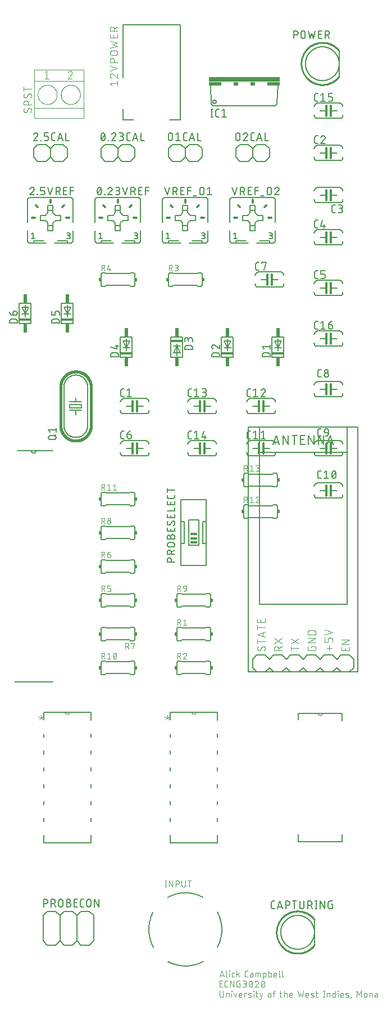
<source format=gbr>
G04 EAGLE Gerber RS-274X export*
G75*
%MOMM*%
%FSLAX34Y34*%
%LPD*%
%INSilkscreen Top*%
%IPPOS*%
%AMOC8*
5,1,8,0,0,1.08239X$1,22.5*%
G01*
%ADD10C,0.076200*%
%ADD11C,0.152400*%
%ADD12C,0.304800*%
%ADD13C,0.127000*%
%ADD14C,0.203200*%
%ADD15C,0.101600*%
%ADD16R,1.778000X0.381000*%
%ADD17R,0.508000X1.397000*%
%ADD18R,10.668000X0.762000*%
%ADD19R,1.905000X0.508000*%
%ADD20R,0.762000X0.508000*%
%ADD21R,1.016000X0.381000*%
%ADD22C,0.406400*%
%ADD23R,0.381000X0.508000*%
%ADD24C,0.000000*%
%ADD25C,0.254000*%


D10*
X420286Y372880D02*
X423418Y382278D01*
X426551Y372880D01*
X425768Y375230D02*
X421069Y375230D01*
X429990Y374446D02*
X429990Y382278D01*
X429990Y374446D02*
X429992Y374369D01*
X429998Y374293D01*
X430007Y374216D01*
X430020Y374140D01*
X430037Y374065D01*
X430057Y373991D01*
X430082Y373918D01*
X430109Y373847D01*
X430140Y373776D01*
X430175Y373708D01*
X430213Y373641D01*
X430254Y373576D01*
X430298Y373513D01*
X430345Y373453D01*
X430396Y373394D01*
X430449Y373339D01*
X430504Y373286D01*
X430563Y373235D01*
X430623Y373188D01*
X430686Y373144D01*
X430751Y373103D01*
X430818Y373065D01*
X430886Y373030D01*
X430957Y372999D01*
X431028Y372972D01*
X431101Y372947D01*
X431175Y372927D01*
X431250Y372910D01*
X431326Y372897D01*
X431403Y372888D01*
X431479Y372882D01*
X431556Y372880D01*
X434696Y372880D02*
X434696Y379145D01*
X434435Y381756D02*
X434435Y382278D01*
X434957Y382278D01*
X434957Y381756D01*
X434435Y381756D01*
X439975Y372880D02*
X442064Y372880D01*
X439975Y372880D02*
X439898Y372882D01*
X439822Y372888D01*
X439745Y372897D01*
X439669Y372910D01*
X439594Y372927D01*
X439520Y372947D01*
X439447Y372972D01*
X439376Y372999D01*
X439305Y373030D01*
X439237Y373065D01*
X439170Y373103D01*
X439105Y373144D01*
X439042Y373188D01*
X438982Y373235D01*
X438923Y373286D01*
X438868Y373339D01*
X438815Y373394D01*
X438764Y373453D01*
X438717Y373513D01*
X438673Y373576D01*
X438632Y373641D01*
X438594Y373708D01*
X438559Y373776D01*
X438528Y373847D01*
X438501Y373918D01*
X438476Y373991D01*
X438456Y374065D01*
X438439Y374140D01*
X438426Y374216D01*
X438417Y374293D01*
X438411Y374369D01*
X438409Y374446D01*
X438409Y377579D01*
X438411Y377656D01*
X438417Y377732D01*
X438426Y377809D01*
X438439Y377885D01*
X438456Y377960D01*
X438476Y378034D01*
X438501Y378107D01*
X438528Y378178D01*
X438559Y378249D01*
X438594Y378317D01*
X438632Y378384D01*
X438673Y378449D01*
X438717Y378512D01*
X438764Y378572D01*
X438815Y378631D01*
X438868Y378686D01*
X438923Y378739D01*
X438982Y378790D01*
X439042Y378837D01*
X439105Y378881D01*
X439170Y378922D01*
X439237Y378960D01*
X439305Y378995D01*
X439376Y379026D01*
X439447Y379053D01*
X439520Y379078D01*
X439594Y379098D01*
X439669Y379115D01*
X439745Y379128D01*
X439822Y379137D01*
X439898Y379143D01*
X439975Y379145D01*
X442064Y379145D01*
X445819Y382278D02*
X445819Y372880D01*
X445819Y376013D02*
X449996Y379145D01*
X447646Y377318D02*
X449996Y372880D01*
X460361Y372880D02*
X462449Y372880D01*
X460361Y372881D02*
X460272Y372883D01*
X460184Y372889D01*
X460096Y372898D01*
X460008Y372911D01*
X459921Y372928D01*
X459835Y372948D01*
X459750Y372973D01*
X459665Y373000D01*
X459582Y373032D01*
X459501Y373066D01*
X459421Y373105D01*
X459343Y373146D01*
X459266Y373191D01*
X459192Y373239D01*
X459119Y373290D01*
X459049Y373344D01*
X458982Y373402D01*
X458916Y373462D01*
X458854Y373524D01*
X458794Y373590D01*
X458736Y373657D01*
X458682Y373727D01*
X458631Y373800D01*
X458583Y373874D01*
X458538Y373951D01*
X458497Y374029D01*
X458458Y374109D01*
X458424Y374190D01*
X458392Y374273D01*
X458365Y374358D01*
X458340Y374443D01*
X458320Y374529D01*
X458303Y374616D01*
X458290Y374704D01*
X458281Y374792D01*
X458275Y374880D01*
X458273Y374969D01*
X458272Y374969D02*
X458272Y380190D01*
X458273Y380190D02*
X458275Y380281D01*
X458281Y380372D01*
X458291Y380463D01*
X458305Y380553D01*
X458322Y380642D01*
X458344Y380730D01*
X458370Y380818D01*
X458399Y380904D01*
X458432Y380989D01*
X458469Y381072D01*
X458509Y381154D01*
X458553Y381234D01*
X458600Y381312D01*
X458651Y381388D01*
X458704Y381461D01*
X458761Y381532D01*
X458822Y381601D01*
X458885Y381666D01*
X458950Y381729D01*
X459019Y381789D01*
X459090Y381847D01*
X459163Y381900D01*
X459239Y381951D01*
X459317Y381998D01*
X459397Y382042D01*
X459479Y382082D01*
X459562Y382119D01*
X459647Y382152D01*
X459733Y382181D01*
X459821Y382207D01*
X459909Y382229D01*
X459998Y382246D01*
X460088Y382260D01*
X460179Y382270D01*
X460270Y382276D01*
X460361Y382278D01*
X462449Y382278D01*
X467612Y376535D02*
X469962Y376535D01*
X467612Y376535D02*
X467528Y376533D01*
X467443Y376527D01*
X467360Y376517D01*
X467276Y376504D01*
X467194Y376486D01*
X467112Y376465D01*
X467031Y376440D01*
X466952Y376412D01*
X466874Y376379D01*
X466798Y376343D01*
X466723Y376304D01*
X466650Y376261D01*
X466579Y376215D01*
X466511Y376166D01*
X466445Y376114D01*
X466381Y376058D01*
X466320Y376000D01*
X466262Y375939D01*
X466206Y375875D01*
X466154Y375809D01*
X466105Y375741D01*
X466059Y375670D01*
X466016Y375597D01*
X465977Y375522D01*
X465941Y375446D01*
X465908Y375368D01*
X465880Y375289D01*
X465855Y375208D01*
X465834Y375126D01*
X465816Y375044D01*
X465803Y374960D01*
X465793Y374877D01*
X465787Y374792D01*
X465785Y374708D01*
X465787Y374624D01*
X465793Y374539D01*
X465803Y374456D01*
X465816Y374372D01*
X465834Y374290D01*
X465855Y374208D01*
X465880Y374127D01*
X465908Y374048D01*
X465941Y373970D01*
X465977Y373894D01*
X466016Y373819D01*
X466059Y373746D01*
X466105Y373675D01*
X466154Y373607D01*
X466206Y373541D01*
X466262Y373477D01*
X466320Y373416D01*
X466381Y373358D01*
X466445Y373302D01*
X466511Y373250D01*
X466579Y373201D01*
X466650Y373155D01*
X466723Y373112D01*
X466798Y373073D01*
X466874Y373037D01*
X466952Y373004D01*
X467031Y372976D01*
X467112Y372951D01*
X467194Y372930D01*
X467276Y372912D01*
X467360Y372899D01*
X467443Y372889D01*
X467528Y372883D01*
X467612Y372881D01*
X467612Y372880D02*
X469962Y372880D01*
X469962Y377579D01*
X469961Y377579D02*
X469959Y377656D01*
X469953Y377732D01*
X469944Y377809D01*
X469931Y377885D01*
X469914Y377960D01*
X469894Y378034D01*
X469869Y378107D01*
X469842Y378178D01*
X469811Y378249D01*
X469776Y378317D01*
X469738Y378384D01*
X469697Y378449D01*
X469653Y378512D01*
X469606Y378572D01*
X469555Y378631D01*
X469502Y378686D01*
X469447Y378739D01*
X469388Y378790D01*
X469328Y378837D01*
X469265Y378881D01*
X469200Y378922D01*
X469133Y378960D01*
X469065Y378995D01*
X468994Y379026D01*
X468923Y379053D01*
X468850Y379078D01*
X468776Y379098D01*
X468701Y379115D01*
X468625Y379128D01*
X468548Y379137D01*
X468472Y379143D01*
X468395Y379145D01*
X466307Y379145D01*
X474540Y379145D02*
X474540Y372880D01*
X474540Y379145D02*
X479239Y379145D01*
X479316Y379143D01*
X479392Y379137D01*
X479469Y379128D01*
X479545Y379115D01*
X479620Y379098D01*
X479694Y379078D01*
X479767Y379053D01*
X479838Y379026D01*
X479909Y378995D01*
X479977Y378960D01*
X480044Y378922D01*
X480109Y378881D01*
X480172Y378837D01*
X480232Y378790D01*
X480291Y378739D01*
X480346Y378686D01*
X480399Y378631D01*
X480450Y378572D01*
X480497Y378512D01*
X480541Y378449D01*
X480582Y378384D01*
X480620Y378317D01*
X480655Y378249D01*
X480686Y378178D01*
X480713Y378107D01*
X480738Y378034D01*
X480758Y377960D01*
X480775Y377885D01*
X480788Y377809D01*
X480797Y377732D01*
X480803Y377656D01*
X480805Y377579D01*
X480805Y372880D01*
X477672Y372880D02*
X477672Y379145D01*
X485383Y379145D02*
X485383Y369747D01*
X485383Y379145D02*
X487994Y379145D01*
X488071Y379143D01*
X488147Y379137D01*
X488224Y379128D01*
X488300Y379115D01*
X488375Y379098D01*
X488449Y379078D01*
X488522Y379053D01*
X488593Y379026D01*
X488664Y378995D01*
X488732Y378960D01*
X488799Y378922D01*
X488864Y378881D01*
X488927Y378837D01*
X488987Y378790D01*
X489046Y378739D01*
X489101Y378686D01*
X489154Y378631D01*
X489205Y378572D01*
X489252Y378512D01*
X489296Y378449D01*
X489337Y378384D01*
X489375Y378317D01*
X489410Y378249D01*
X489441Y378178D01*
X489468Y378107D01*
X489493Y378034D01*
X489513Y377960D01*
X489530Y377885D01*
X489543Y377809D01*
X489552Y377733D01*
X489558Y377656D01*
X489560Y377579D01*
X489560Y374446D01*
X489558Y374369D01*
X489552Y374293D01*
X489543Y374216D01*
X489530Y374140D01*
X489513Y374065D01*
X489493Y373991D01*
X489468Y373918D01*
X489441Y373847D01*
X489410Y373776D01*
X489375Y373708D01*
X489337Y373641D01*
X489296Y373576D01*
X489252Y373513D01*
X489205Y373453D01*
X489154Y373394D01*
X489101Y373339D01*
X489046Y373286D01*
X488987Y373235D01*
X488927Y373188D01*
X488864Y373144D01*
X488799Y373103D01*
X488732Y373065D01*
X488664Y373030D01*
X488593Y372999D01*
X488522Y372972D01*
X488449Y372947D01*
X488375Y372927D01*
X488300Y372910D01*
X488224Y372897D01*
X488147Y372888D01*
X488071Y372882D01*
X487994Y372880D01*
X485383Y372880D01*
X493613Y372880D02*
X493613Y382278D01*
X493613Y372880D02*
X496223Y372880D01*
X496300Y372882D01*
X496376Y372888D01*
X496453Y372897D01*
X496529Y372910D01*
X496604Y372927D01*
X496678Y372947D01*
X496751Y372972D01*
X496822Y372999D01*
X496893Y373030D01*
X496961Y373065D01*
X497028Y373103D01*
X497093Y373144D01*
X497156Y373188D01*
X497216Y373235D01*
X497275Y373286D01*
X497330Y373339D01*
X497383Y373394D01*
X497434Y373453D01*
X497481Y373513D01*
X497525Y373576D01*
X497566Y373641D01*
X497604Y373708D01*
X497639Y373776D01*
X497670Y373847D01*
X497697Y373918D01*
X497722Y373991D01*
X497742Y374065D01*
X497759Y374140D01*
X497772Y374216D01*
X497781Y374292D01*
X497787Y374369D01*
X497789Y374446D01*
X497790Y374446D02*
X497790Y377579D01*
X497789Y377579D02*
X497787Y377656D01*
X497781Y377732D01*
X497772Y377809D01*
X497759Y377885D01*
X497742Y377960D01*
X497722Y378034D01*
X497697Y378107D01*
X497670Y378178D01*
X497639Y378249D01*
X497604Y378317D01*
X497566Y378384D01*
X497525Y378449D01*
X497481Y378512D01*
X497434Y378572D01*
X497383Y378631D01*
X497330Y378686D01*
X497275Y378739D01*
X497216Y378790D01*
X497156Y378837D01*
X497093Y378881D01*
X497028Y378922D01*
X496961Y378960D01*
X496893Y378995D01*
X496822Y379026D01*
X496751Y379053D01*
X496678Y379078D01*
X496604Y379098D01*
X496529Y379115D01*
X496453Y379128D01*
X496376Y379137D01*
X496300Y379143D01*
X496223Y379145D01*
X493613Y379145D01*
X503058Y372880D02*
X505669Y372880D01*
X503058Y372880D02*
X502981Y372882D01*
X502905Y372888D01*
X502828Y372897D01*
X502752Y372910D01*
X502677Y372927D01*
X502603Y372947D01*
X502530Y372972D01*
X502459Y372999D01*
X502388Y373030D01*
X502320Y373065D01*
X502253Y373103D01*
X502188Y373144D01*
X502125Y373188D01*
X502065Y373235D01*
X502006Y373286D01*
X501951Y373339D01*
X501898Y373394D01*
X501847Y373453D01*
X501800Y373513D01*
X501756Y373576D01*
X501715Y373641D01*
X501677Y373708D01*
X501642Y373776D01*
X501611Y373847D01*
X501584Y373918D01*
X501559Y373991D01*
X501539Y374065D01*
X501522Y374140D01*
X501509Y374216D01*
X501500Y374293D01*
X501494Y374369D01*
X501492Y374446D01*
X501492Y377057D01*
X501494Y377147D01*
X501500Y377236D01*
X501509Y377326D01*
X501523Y377415D01*
X501540Y377503D01*
X501561Y377590D01*
X501586Y377677D01*
X501615Y377762D01*
X501647Y377846D01*
X501682Y377928D01*
X501722Y378009D01*
X501764Y378088D01*
X501810Y378165D01*
X501860Y378240D01*
X501912Y378313D01*
X501968Y378384D01*
X502026Y378452D01*
X502088Y378517D01*
X502152Y378580D01*
X502219Y378640D01*
X502288Y378697D01*
X502360Y378751D01*
X502434Y378802D01*
X502510Y378850D01*
X502588Y378894D01*
X502668Y378935D01*
X502750Y378973D01*
X502833Y379007D01*
X502918Y379037D01*
X503004Y379064D01*
X503090Y379087D01*
X503178Y379106D01*
X503267Y379121D01*
X503356Y379133D01*
X503445Y379141D01*
X503535Y379145D01*
X503625Y379145D01*
X503715Y379141D01*
X503804Y379133D01*
X503893Y379121D01*
X503982Y379106D01*
X504070Y379087D01*
X504156Y379064D01*
X504242Y379037D01*
X504327Y379007D01*
X504410Y378973D01*
X504492Y378935D01*
X504572Y378894D01*
X504650Y378850D01*
X504726Y378802D01*
X504800Y378751D01*
X504872Y378697D01*
X504941Y378640D01*
X505008Y378580D01*
X505072Y378517D01*
X505134Y378452D01*
X505192Y378384D01*
X505248Y378313D01*
X505300Y378240D01*
X505350Y378165D01*
X505396Y378088D01*
X505438Y378009D01*
X505478Y377928D01*
X505513Y377846D01*
X505545Y377762D01*
X505574Y377677D01*
X505599Y377590D01*
X505620Y377503D01*
X505637Y377415D01*
X505651Y377326D01*
X505660Y377236D01*
X505666Y377147D01*
X505668Y377057D01*
X505669Y377057D02*
X505669Y376013D01*
X501492Y376013D01*
X509542Y374446D02*
X509542Y382278D01*
X509542Y374446D02*
X509544Y374369D01*
X509550Y374293D01*
X509559Y374216D01*
X509572Y374140D01*
X509589Y374065D01*
X509609Y373991D01*
X509634Y373918D01*
X509661Y373847D01*
X509692Y373776D01*
X509727Y373708D01*
X509765Y373641D01*
X509806Y373576D01*
X509850Y373513D01*
X509897Y373453D01*
X509948Y373394D01*
X510001Y373339D01*
X510056Y373286D01*
X510115Y373235D01*
X510175Y373188D01*
X510238Y373144D01*
X510303Y373103D01*
X510370Y373065D01*
X510438Y373030D01*
X510509Y372999D01*
X510580Y372972D01*
X510653Y372947D01*
X510727Y372927D01*
X510802Y372910D01*
X510878Y372897D01*
X510955Y372888D01*
X511031Y372882D01*
X511108Y372880D01*
X514419Y374446D02*
X514419Y382278D01*
X514419Y374446D02*
X514421Y374369D01*
X514427Y374293D01*
X514436Y374216D01*
X514449Y374140D01*
X514466Y374065D01*
X514486Y373991D01*
X514511Y373918D01*
X514538Y373847D01*
X514569Y373776D01*
X514604Y373708D01*
X514642Y373641D01*
X514683Y373576D01*
X514727Y373513D01*
X514774Y373453D01*
X514825Y373394D01*
X514878Y373339D01*
X514933Y373286D01*
X514992Y373235D01*
X515052Y373188D01*
X515115Y373144D01*
X515180Y373103D01*
X515247Y373065D01*
X515315Y373030D01*
X515386Y372999D01*
X515457Y372972D01*
X515530Y372947D01*
X515604Y372927D01*
X515679Y372910D01*
X515755Y372897D01*
X515832Y372888D01*
X515908Y372882D01*
X515985Y372880D01*
X424463Y357640D02*
X420286Y357640D01*
X420286Y367038D01*
X424463Y367038D01*
X423418Y362861D02*
X420286Y362861D01*
X429951Y357640D02*
X432039Y357640D01*
X429951Y357641D02*
X429862Y357643D01*
X429774Y357649D01*
X429686Y357658D01*
X429598Y357671D01*
X429511Y357688D01*
X429425Y357708D01*
X429340Y357733D01*
X429255Y357760D01*
X429172Y357792D01*
X429091Y357826D01*
X429011Y357865D01*
X428933Y357906D01*
X428856Y357951D01*
X428782Y357999D01*
X428709Y358050D01*
X428639Y358104D01*
X428572Y358162D01*
X428506Y358222D01*
X428444Y358284D01*
X428384Y358350D01*
X428326Y358417D01*
X428272Y358487D01*
X428221Y358560D01*
X428173Y358634D01*
X428128Y358711D01*
X428087Y358789D01*
X428048Y358869D01*
X428014Y358950D01*
X427982Y359033D01*
X427955Y359118D01*
X427930Y359203D01*
X427910Y359289D01*
X427893Y359376D01*
X427880Y359464D01*
X427871Y359552D01*
X427865Y359640D01*
X427863Y359729D01*
X427862Y359729D02*
X427862Y364950D01*
X427863Y364950D02*
X427865Y365041D01*
X427871Y365132D01*
X427881Y365223D01*
X427895Y365313D01*
X427912Y365402D01*
X427934Y365490D01*
X427960Y365578D01*
X427989Y365664D01*
X428022Y365749D01*
X428059Y365832D01*
X428099Y365914D01*
X428143Y365994D01*
X428190Y366072D01*
X428241Y366148D01*
X428294Y366221D01*
X428351Y366292D01*
X428412Y366361D01*
X428475Y366426D01*
X428540Y366489D01*
X428609Y366549D01*
X428680Y366607D01*
X428753Y366660D01*
X428829Y366711D01*
X428907Y366758D01*
X428987Y366802D01*
X429069Y366842D01*
X429152Y366879D01*
X429237Y366912D01*
X429323Y366941D01*
X429411Y366967D01*
X429499Y366989D01*
X429588Y367006D01*
X429678Y367020D01*
X429769Y367030D01*
X429860Y367036D01*
X429951Y367038D01*
X432039Y367038D01*
X435813Y367038D02*
X435813Y357640D01*
X441034Y357640D02*
X435813Y367038D01*
X441034Y367038D02*
X441034Y357640D01*
X449221Y362861D02*
X450788Y362861D01*
X450788Y357640D01*
X447655Y357640D01*
X447655Y357641D02*
X447566Y357643D01*
X447478Y357649D01*
X447390Y357658D01*
X447302Y357671D01*
X447215Y357688D01*
X447129Y357708D01*
X447044Y357733D01*
X446959Y357760D01*
X446876Y357792D01*
X446795Y357826D01*
X446715Y357865D01*
X446637Y357906D01*
X446560Y357951D01*
X446486Y357999D01*
X446413Y358050D01*
X446343Y358104D01*
X446276Y358162D01*
X446210Y358222D01*
X446148Y358284D01*
X446088Y358350D01*
X446030Y358417D01*
X445976Y358487D01*
X445925Y358560D01*
X445877Y358634D01*
X445832Y358711D01*
X445791Y358789D01*
X445752Y358869D01*
X445718Y358950D01*
X445686Y359033D01*
X445659Y359118D01*
X445634Y359203D01*
X445614Y359289D01*
X445597Y359376D01*
X445584Y359464D01*
X445575Y359552D01*
X445569Y359640D01*
X445567Y359729D01*
X445566Y359729D02*
X445566Y364950D01*
X445567Y364950D02*
X445569Y365041D01*
X445575Y365132D01*
X445585Y365223D01*
X445599Y365313D01*
X445616Y365402D01*
X445638Y365490D01*
X445664Y365578D01*
X445693Y365664D01*
X445726Y365749D01*
X445763Y365832D01*
X445803Y365914D01*
X445847Y365994D01*
X445894Y366072D01*
X445945Y366148D01*
X445998Y366221D01*
X446055Y366292D01*
X446116Y366361D01*
X446179Y366426D01*
X446244Y366489D01*
X446313Y366549D01*
X446384Y366607D01*
X446457Y366660D01*
X446533Y366711D01*
X446611Y366758D01*
X446691Y366802D01*
X446773Y366842D01*
X446856Y366879D01*
X446941Y366912D01*
X447027Y366941D01*
X447115Y366967D01*
X447203Y366989D01*
X447292Y367006D01*
X447382Y367020D01*
X447473Y367030D01*
X447564Y367036D01*
X447655Y367038D01*
X450788Y367038D01*
X455015Y357640D02*
X457626Y357640D01*
X457727Y357642D01*
X457828Y357648D01*
X457929Y357658D01*
X458029Y357671D01*
X458129Y357689D01*
X458228Y357710D01*
X458326Y357736D01*
X458423Y357765D01*
X458519Y357797D01*
X458613Y357834D01*
X458706Y357874D01*
X458798Y357918D01*
X458887Y357965D01*
X458975Y358016D01*
X459061Y358070D01*
X459144Y358127D01*
X459226Y358187D01*
X459304Y358251D01*
X459381Y358317D01*
X459454Y358387D01*
X459525Y358459D01*
X459593Y358534D01*
X459658Y358612D01*
X459720Y358692D01*
X459779Y358774D01*
X459835Y358859D01*
X459887Y358946D01*
X459936Y359034D01*
X459982Y359125D01*
X460023Y359217D01*
X460062Y359311D01*
X460096Y359406D01*
X460127Y359502D01*
X460154Y359600D01*
X460178Y359698D01*
X460197Y359798D01*
X460213Y359898D01*
X460225Y359998D01*
X460233Y360099D01*
X460237Y360200D01*
X460237Y360302D01*
X460233Y360403D01*
X460225Y360504D01*
X460213Y360604D01*
X460197Y360704D01*
X460178Y360804D01*
X460154Y360902D01*
X460127Y361000D01*
X460096Y361096D01*
X460062Y361191D01*
X460023Y361285D01*
X459982Y361377D01*
X459936Y361468D01*
X459887Y361556D01*
X459835Y361643D01*
X459779Y361728D01*
X459720Y361810D01*
X459658Y361890D01*
X459593Y361968D01*
X459525Y362043D01*
X459454Y362115D01*
X459381Y362185D01*
X459304Y362251D01*
X459226Y362315D01*
X459144Y362375D01*
X459061Y362432D01*
X458975Y362486D01*
X458887Y362537D01*
X458798Y362584D01*
X458706Y362628D01*
X458613Y362668D01*
X458519Y362705D01*
X458423Y362737D01*
X458326Y362766D01*
X458228Y362792D01*
X458129Y362813D01*
X458029Y362831D01*
X457929Y362844D01*
X457828Y362854D01*
X457727Y362860D01*
X457626Y362862D01*
X458148Y367038D02*
X455015Y367038D01*
X458148Y367038D02*
X458238Y367036D01*
X458327Y367030D01*
X458417Y367021D01*
X458506Y367007D01*
X458594Y366990D01*
X458681Y366969D01*
X458768Y366944D01*
X458853Y366915D01*
X458937Y366883D01*
X459019Y366848D01*
X459100Y366808D01*
X459179Y366766D01*
X459256Y366720D01*
X459331Y366670D01*
X459404Y366618D01*
X459475Y366562D01*
X459543Y366504D01*
X459608Y366442D01*
X459671Y366378D01*
X459731Y366311D01*
X459788Y366242D01*
X459842Y366170D01*
X459893Y366096D01*
X459941Y366020D01*
X459985Y365942D01*
X460026Y365862D01*
X460064Y365780D01*
X460098Y365697D01*
X460128Y365612D01*
X460155Y365526D01*
X460178Y365440D01*
X460197Y365352D01*
X460212Y365263D01*
X460224Y365174D01*
X460232Y365085D01*
X460236Y364995D01*
X460236Y364905D01*
X460232Y364815D01*
X460224Y364726D01*
X460212Y364637D01*
X460197Y364548D01*
X460178Y364460D01*
X460155Y364374D01*
X460128Y364288D01*
X460098Y364203D01*
X460064Y364120D01*
X460026Y364038D01*
X459985Y363958D01*
X459941Y363880D01*
X459893Y363804D01*
X459842Y363730D01*
X459788Y363658D01*
X459731Y363589D01*
X459671Y363522D01*
X459608Y363458D01*
X459543Y363396D01*
X459475Y363338D01*
X459404Y363282D01*
X459331Y363230D01*
X459256Y363180D01*
X459179Y363134D01*
X459100Y363092D01*
X459019Y363052D01*
X458937Y363017D01*
X458853Y362985D01*
X458768Y362956D01*
X458681Y362931D01*
X458594Y362910D01*
X458506Y362893D01*
X458417Y362879D01*
X458327Y362870D01*
X458238Y362864D01*
X458148Y362862D01*
X458148Y362861D02*
X456059Y362861D01*
X464159Y362339D02*
X464161Y362524D01*
X464168Y362709D01*
X464179Y362893D01*
X464194Y363077D01*
X464214Y363261D01*
X464238Y363445D01*
X464267Y363627D01*
X464300Y363809D01*
X464337Y363990D01*
X464379Y364170D01*
X464425Y364350D01*
X464475Y364528D01*
X464529Y364704D01*
X464588Y364880D01*
X464650Y365054D01*
X464717Y365226D01*
X464788Y365397D01*
X464863Y365566D01*
X464942Y365733D01*
X464972Y365813D01*
X465005Y365892D01*
X465042Y365969D01*
X465082Y366045D01*
X465125Y366119D01*
X465171Y366191D01*
X465221Y366260D01*
X465273Y366328D01*
X465329Y366393D01*
X465387Y366456D01*
X465449Y366515D01*
X465512Y366573D01*
X465579Y366627D01*
X465647Y366678D01*
X465718Y366726D01*
X465791Y366771D01*
X465865Y366813D01*
X465942Y366851D01*
X466020Y366886D01*
X466099Y366918D01*
X466180Y366946D01*
X466262Y366970D01*
X466346Y366991D01*
X466429Y367008D01*
X466514Y367021D01*
X466599Y367030D01*
X466684Y367036D01*
X466770Y367038D01*
X466856Y367036D01*
X466941Y367030D01*
X467026Y367021D01*
X467111Y367008D01*
X467194Y366991D01*
X467278Y366970D01*
X467360Y366946D01*
X467441Y366918D01*
X467520Y366886D01*
X467598Y366851D01*
X467675Y366813D01*
X467749Y366771D01*
X467822Y366726D01*
X467893Y366678D01*
X467961Y366627D01*
X468028Y366573D01*
X468091Y366515D01*
X468153Y366456D01*
X468211Y366393D01*
X468267Y366328D01*
X468319Y366260D01*
X468369Y366191D01*
X468415Y366119D01*
X468458Y366045D01*
X468498Y365969D01*
X468535Y365892D01*
X468568Y365813D01*
X468598Y365733D01*
X468677Y365566D01*
X468752Y365397D01*
X468823Y365226D01*
X468890Y365054D01*
X468952Y364880D01*
X469011Y364704D01*
X469065Y364528D01*
X469115Y364350D01*
X469161Y364170D01*
X469203Y363990D01*
X469240Y363809D01*
X469273Y363627D01*
X469302Y363445D01*
X469326Y363261D01*
X469346Y363077D01*
X469361Y362893D01*
X469372Y362709D01*
X469379Y362524D01*
X469381Y362339D01*
X464159Y362339D02*
X464161Y362154D01*
X464168Y361969D01*
X464179Y361785D01*
X464194Y361601D01*
X464214Y361417D01*
X464238Y361233D01*
X464267Y361051D01*
X464300Y360869D01*
X464337Y360688D01*
X464379Y360508D01*
X464425Y360328D01*
X464475Y360150D01*
X464529Y359974D01*
X464588Y359798D01*
X464650Y359624D01*
X464717Y359452D01*
X464788Y359281D01*
X464863Y359112D01*
X464942Y358945D01*
X464972Y358865D01*
X465005Y358786D01*
X465042Y358709D01*
X465082Y358633D01*
X465125Y358559D01*
X465171Y358487D01*
X465221Y358418D01*
X465274Y358350D01*
X465329Y358285D01*
X465388Y358222D01*
X465449Y358163D01*
X465512Y358105D01*
X465579Y358051D01*
X465647Y358000D01*
X465718Y357952D01*
X465791Y357907D01*
X465865Y357865D01*
X465942Y357827D01*
X466020Y357792D01*
X466099Y357760D01*
X466180Y357732D01*
X466262Y357708D01*
X466346Y357687D01*
X466429Y357670D01*
X466514Y357657D01*
X466599Y357648D01*
X466684Y357642D01*
X466770Y357640D01*
X468597Y358945D02*
X468676Y359112D01*
X468751Y359281D01*
X468822Y359452D01*
X468889Y359624D01*
X468951Y359798D01*
X469010Y359974D01*
X469064Y360150D01*
X469114Y360328D01*
X469160Y360508D01*
X469202Y360688D01*
X469239Y360869D01*
X469272Y361051D01*
X469301Y361233D01*
X469325Y361417D01*
X469345Y361601D01*
X469360Y361785D01*
X469371Y361969D01*
X469378Y362154D01*
X469380Y362339D01*
X468598Y358945D02*
X468568Y358865D01*
X468535Y358786D01*
X468498Y358709D01*
X468458Y358633D01*
X468415Y358559D01*
X468369Y358487D01*
X468319Y358418D01*
X468267Y358350D01*
X468211Y358285D01*
X468153Y358222D01*
X468091Y358163D01*
X468028Y358105D01*
X467961Y358051D01*
X467893Y358000D01*
X467822Y357952D01*
X467749Y357907D01*
X467675Y357865D01*
X467598Y357827D01*
X467520Y357792D01*
X467441Y357760D01*
X467360Y357732D01*
X467278Y357708D01*
X467194Y357687D01*
X467111Y357670D01*
X467026Y357657D01*
X466941Y357648D01*
X466856Y357642D01*
X466770Y357640D01*
X464681Y359729D02*
X468858Y364950D01*
X476175Y367039D02*
X476270Y367037D01*
X476364Y367031D01*
X476458Y367022D01*
X476552Y367009D01*
X476645Y366992D01*
X476737Y366971D01*
X476829Y366946D01*
X476919Y366918D01*
X477008Y366886D01*
X477096Y366851D01*
X477182Y366812D01*
X477267Y366770D01*
X477350Y366724D01*
X477431Y366675D01*
X477510Y366623D01*
X477587Y366568D01*
X477661Y366509D01*
X477733Y366448D01*
X477803Y366384D01*
X477870Y366317D01*
X477934Y366247D01*
X477995Y366175D01*
X478054Y366101D01*
X478109Y366024D01*
X478161Y365945D01*
X478210Y365864D01*
X478256Y365781D01*
X478298Y365696D01*
X478337Y365610D01*
X478372Y365522D01*
X478404Y365433D01*
X478432Y365343D01*
X478457Y365251D01*
X478478Y365159D01*
X478495Y365066D01*
X478508Y364972D01*
X478517Y364878D01*
X478523Y364784D01*
X478525Y364689D01*
X476175Y367038D02*
X476067Y367036D01*
X475958Y367030D01*
X475850Y367020D01*
X475743Y367007D01*
X475636Y366989D01*
X475529Y366968D01*
X475424Y366943D01*
X475319Y366914D01*
X475216Y366882D01*
X475114Y366845D01*
X475013Y366805D01*
X474914Y366762D01*
X474816Y366715D01*
X474720Y366664D01*
X474626Y366610D01*
X474534Y366553D01*
X474444Y366492D01*
X474356Y366428D01*
X474271Y366362D01*
X474188Y366292D01*
X474108Y366219D01*
X474030Y366143D01*
X473955Y366065D01*
X473883Y365984D01*
X473814Y365900D01*
X473748Y365814D01*
X473685Y365726D01*
X473626Y365635D01*
X473569Y365543D01*
X473516Y365448D01*
X473467Y365352D01*
X473421Y365253D01*
X473378Y365154D01*
X473339Y365052D01*
X473304Y364950D01*
X477742Y362861D02*
X477811Y362930D01*
X477877Y363001D01*
X477941Y363074D01*
X478002Y363150D01*
X478060Y363229D01*
X478114Y363309D01*
X478166Y363392D01*
X478214Y363476D01*
X478260Y363562D01*
X478301Y363650D01*
X478340Y363740D01*
X478375Y363831D01*
X478406Y363923D01*
X478434Y364016D01*
X478458Y364110D01*
X478478Y364205D01*
X478495Y364301D01*
X478508Y364398D01*
X478517Y364495D01*
X478523Y364592D01*
X478525Y364689D01*
X477741Y362861D02*
X473303Y357640D01*
X478524Y357640D01*
X482447Y362339D02*
X482449Y362524D01*
X482456Y362709D01*
X482467Y362893D01*
X482482Y363077D01*
X482502Y363261D01*
X482526Y363445D01*
X482555Y363627D01*
X482588Y363809D01*
X482625Y363990D01*
X482667Y364170D01*
X482713Y364350D01*
X482763Y364528D01*
X482817Y364704D01*
X482876Y364880D01*
X482938Y365054D01*
X483005Y365226D01*
X483076Y365397D01*
X483151Y365566D01*
X483230Y365733D01*
X483260Y365813D01*
X483293Y365892D01*
X483330Y365969D01*
X483370Y366045D01*
X483413Y366119D01*
X483459Y366191D01*
X483509Y366260D01*
X483561Y366328D01*
X483617Y366393D01*
X483675Y366456D01*
X483737Y366515D01*
X483800Y366573D01*
X483867Y366627D01*
X483935Y366678D01*
X484006Y366726D01*
X484079Y366771D01*
X484153Y366813D01*
X484230Y366851D01*
X484308Y366886D01*
X484387Y366918D01*
X484468Y366946D01*
X484550Y366970D01*
X484634Y366991D01*
X484717Y367008D01*
X484802Y367021D01*
X484887Y367030D01*
X484972Y367036D01*
X485058Y367038D01*
X485144Y367036D01*
X485229Y367030D01*
X485314Y367021D01*
X485399Y367008D01*
X485482Y366991D01*
X485566Y366970D01*
X485648Y366946D01*
X485729Y366918D01*
X485808Y366886D01*
X485886Y366851D01*
X485963Y366813D01*
X486037Y366771D01*
X486110Y366726D01*
X486181Y366678D01*
X486249Y366627D01*
X486316Y366573D01*
X486379Y366515D01*
X486441Y366456D01*
X486499Y366393D01*
X486555Y366328D01*
X486607Y366260D01*
X486657Y366191D01*
X486703Y366119D01*
X486746Y366045D01*
X486786Y365969D01*
X486823Y365892D01*
X486856Y365813D01*
X486886Y365733D01*
X486965Y365566D01*
X487040Y365397D01*
X487111Y365226D01*
X487178Y365054D01*
X487240Y364880D01*
X487299Y364704D01*
X487353Y364528D01*
X487403Y364350D01*
X487449Y364170D01*
X487491Y363990D01*
X487528Y363809D01*
X487561Y363627D01*
X487590Y363445D01*
X487614Y363261D01*
X487634Y363077D01*
X487649Y362893D01*
X487660Y362709D01*
X487667Y362524D01*
X487669Y362339D01*
X482447Y362339D02*
X482449Y362154D01*
X482456Y361969D01*
X482467Y361785D01*
X482482Y361601D01*
X482502Y361417D01*
X482526Y361233D01*
X482555Y361051D01*
X482588Y360869D01*
X482625Y360688D01*
X482667Y360508D01*
X482713Y360328D01*
X482763Y360150D01*
X482817Y359974D01*
X482876Y359798D01*
X482938Y359624D01*
X483005Y359452D01*
X483076Y359281D01*
X483151Y359112D01*
X483230Y358945D01*
X483260Y358865D01*
X483293Y358786D01*
X483330Y358709D01*
X483370Y358633D01*
X483413Y358559D01*
X483459Y358487D01*
X483509Y358418D01*
X483562Y358350D01*
X483617Y358285D01*
X483676Y358222D01*
X483737Y358163D01*
X483800Y358105D01*
X483867Y358051D01*
X483935Y358000D01*
X484006Y357952D01*
X484079Y357907D01*
X484153Y357865D01*
X484230Y357827D01*
X484308Y357792D01*
X484387Y357760D01*
X484468Y357732D01*
X484550Y357708D01*
X484634Y357687D01*
X484717Y357670D01*
X484802Y357657D01*
X484887Y357648D01*
X484972Y357642D01*
X485058Y357640D01*
X486885Y358945D02*
X486964Y359112D01*
X487039Y359281D01*
X487110Y359452D01*
X487177Y359624D01*
X487239Y359798D01*
X487298Y359974D01*
X487352Y360150D01*
X487402Y360328D01*
X487448Y360508D01*
X487490Y360688D01*
X487527Y360869D01*
X487560Y361051D01*
X487589Y361233D01*
X487613Y361417D01*
X487633Y361601D01*
X487648Y361785D01*
X487659Y361969D01*
X487666Y362154D01*
X487668Y362339D01*
X486886Y358945D02*
X486856Y358865D01*
X486823Y358786D01*
X486786Y358709D01*
X486746Y358633D01*
X486703Y358559D01*
X486657Y358487D01*
X486607Y358418D01*
X486555Y358350D01*
X486499Y358285D01*
X486441Y358222D01*
X486379Y358163D01*
X486316Y358105D01*
X486249Y358051D01*
X486181Y358000D01*
X486110Y357952D01*
X486037Y357907D01*
X485963Y357865D01*
X485886Y357827D01*
X485808Y357792D01*
X485729Y357760D01*
X485648Y357732D01*
X485566Y357708D01*
X485482Y357687D01*
X485399Y357670D01*
X485314Y357657D01*
X485229Y357648D01*
X485144Y357642D01*
X485058Y357640D01*
X482969Y359729D02*
X487146Y364950D01*
X420286Y351798D02*
X420286Y345011D01*
X420285Y345011D02*
X420287Y344910D01*
X420293Y344809D01*
X420303Y344708D01*
X420316Y344608D01*
X420334Y344508D01*
X420355Y344409D01*
X420381Y344311D01*
X420410Y344214D01*
X420442Y344118D01*
X420479Y344024D01*
X420519Y343931D01*
X420563Y343839D01*
X420610Y343750D01*
X420661Y343662D01*
X420715Y343576D01*
X420772Y343493D01*
X420832Y343411D01*
X420896Y343333D01*
X420962Y343256D01*
X421032Y343183D01*
X421104Y343112D01*
X421179Y343044D01*
X421257Y342979D01*
X421337Y342917D01*
X421419Y342858D01*
X421504Y342802D01*
X421591Y342750D01*
X421679Y342701D01*
X421770Y342655D01*
X421862Y342614D01*
X421956Y342575D01*
X422051Y342541D01*
X422147Y342510D01*
X422245Y342483D01*
X422343Y342459D01*
X422443Y342440D01*
X422543Y342424D01*
X422643Y342412D01*
X422744Y342404D01*
X422845Y342400D01*
X422947Y342400D01*
X423048Y342404D01*
X423149Y342412D01*
X423249Y342424D01*
X423349Y342440D01*
X423449Y342459D01*
X423547Y342483D01*
X423645Y342510D01*
X423741Y342541D01*
X423836Y342575D01*
X423930Y342614D01*
X424022Y342655D01*
X424113Y342701D01*
X424201Y342750D01*
X424288Y342802D01*
X424373Y342858D01*
X424455Y342917D01*
X424535Y342979D01*
X424613Y343044D01*
X424688Y343112D01*
X424760Y343183D01*
X424830Y343256D01*
X424896Y343333D01*
X424960Y343411D01*
X425020Y343493D01*
X425077Y343576D01*
X425131Y343662D01*
X425182Y343750D01*
X425229Y343839D01*
X425273Y343931D01*
X425313Y344024D01*
X425350Y344118D01*
X425382Y344214D01*
X425411Y344311D01*
X425437Y344409D01*
X425458Y344508D01*
X425476Y344608D01*
X425489Y344708D01*
X425499Y344809D01*
X425505Y344910D01*
X425507Y345011D01*
X425507Y351798D01*
X429952Y348665D02*
X429952Y342400D01*
X429952Y348665D02*
X432562Y348665D01*
X432639Y348663D01*
X432715Y348657D01*
X432792Y348648D01*
X432868Y348635D01*
X432943Y348618D01*
X433017Y348598D01*
X433090Y348573D01*
X433161Y348546D01*
X433232Y348515D01*
X433300Y348480D01*
X433367Y348442D01*
X433432Y348401D01*
X433495Y348357D01*
X433555Y348310D01*
X433614Y348259D01*
X433669Y348206D01*
X433722Y348151D01*
X433773Y348092D01*
X433820Y348032D01*
X433864Y347969D01*
X433905Y347904D01*
X433943Y347837D01*
X433978Y347769D01*
X434009Y347698D01*
X434036Y347627D01*
X434061Y347554D01*
X434081Y347480D01*
X434098Y347405D01*
X434111Y347329D01*
X434120Y347253D01*
X434126Y347176D01*
X434128Y347099D01*
X434129Y347099D02*
X434129Y342400D01*
X438136Y342400D02*
X438136Y348665D01*
X437875Y351276D02*
X437875Y351798D01*
X438397Y351798D01*
X438397Y351276D01*
X437875Y351276D01*
X441534Y348665D02*
X443623Y342400D01*
X445711Y348665D01*
X450720Y342400D02*
X453331Y342400D01*
X450720Y342400D02*
X450643Y342402D01*
X450567Y342408D01*
X450490Y342417D01*
X450414Y342430D01*
X450339Y342447D01*
X450265Y342467D01*
X450192Y342492D01*
X450121Y342519D01*
X450050Y342550D01*
X449982Y342585D01*
X449915Y342623D01*
X449850Y342664D01*
X449787Y342708D01*
X449727Y342755D01*
X449668Y342806D01*
X449613Y342859D01*
X449560Y342914D01*
X449509Y342973D01*
X449462Y343033D01*
X449418Y343096D01*
X449377Y343161D01*
X449339Y343228D01*
X449304Y343296D01*
X449273Y343367D01*
X449246Y343438D01*
X449221Y343511D01*
X449201Y343585D01*
X449184Y343660D01*
X449171Y343736D01*
X449162Y343813D01*
X449156Y343889D01*
X449154Y343966D01*
X449154Y346577D01*
X449156Y346667D01*
X449162Y346756D01*
X449171Y346846D01*
X449185Y346935D01*
X449202Y347023D01*
X449223Y347110D01*
X449248Y347197D01*
X449277Y347282D01*
X449309Y347366D01*
X449344Y347448D01*
X449384Y347529D01*
X449426Y347608D01*
X449472Y347685D01*
X449522Y347760D01*
X449574Y347833D01*
X449630Y347904D01*
X449688Y347972D01*
X449750Y348037D01*
X449814Y348100D01*
X449881Y348160D01*
X449950Y348217D01*
X450022Y348271D01*
X450096Y348322D01*
X450172Y348370D01*
X450250Y348414D01*
X450330Y348455D01*
X450412Y348493D01*
X450495Y348527D01*
X450580Y348557D01*
X450666Y348584D01*
X450752Y348607D01*
X450840Y348626D01*
X450929Y348641D01*
X451018Y348653D01*
X451107Y348661D01*
X451197Y348665D01*
X451287Y348665D01*
X451377Y348661D01*
X451466Y348653D01*
X451555Y348641D01*
X451644Y348626D01*
X451732Y348607D01*
X451818Y348584D01*
X451904Y348557D01*
X451989Y348527D01*
X452072Y348493D01*
X452154Y348455D01*
X452234Y348414D01*
X452312Y348370D01*
X452388Y348322D01*
X452462Y348271D01*
X452534Y348217D01*
X452603Y348160D01*
X452670Y348100D01*
X452734Y348037D01*
X452796Y347972D01*
X452854Y347904D01*
X452910Y347833D01*
X452962Y347760D01*
X453012Y347685D01*
X453058Y347608D01*
X453100Y347529D01*
X453140Y347448D01*
X453175Y347366D01*
X453207Y347282D01*
X453236Y347197D01*
X453261Y347110D01*
X453282Y347023D01*
X453299Y346935D01*
X453313Y346846D01*
X453322Y346756D01*
X453328Y346667D01*
X453330Y346577D01*
X453331Y346577D02*
X453331Y345533D01*
X449154Y345533D01*
X457435Y342400D02*
X457435Y348665D01*
X460568Y348665D01*
X460568Y347621D01*
X464263Y346055D02*
X466873Y345011D01*
X464263Y346055D02*
X464197Y346083D01*
X464132Y346116D01*
X464069Y346151D01*
X464008Y346190D01*
X463949Y346232D01*
X463893Y346277D01*
X463839Y346325D01*
X463788Y346376D01*
X463739Y346429D01*
X463694Y346486D01*
X463651Y346544D01*
X463612Y346604D01*
X463575Y346667D01*
X463543Y346732D01*
X463514Y346798D01*
X463488Y346865D01*
X463466Y346934D01*
X463448Y347004D01*
X463433Y347075D01*
X463422Y347146D01*
X463415Y347218D01*
X463412Y347290D01*
X463413Y347362D01*
X463418Y347435D01*
X463426Y347506D01*
X463438Y347578D01*
X463454Y347648D01*
X463474Y347717D01*
X463498Y347786D01*
X463525Y347853D01*
X463555Y347918D01*
X463589Y347982D01*
X463627Y348044D01*
X463667Y348104D01*
X463711Y348161D01*
X463758Y348216D01*
X463808Y348269D01*
X463860Y348318D01*
X463915Y348365D01*
X463972Y348409D01*
X464032Y348450D01*
X464094Y348487D01*
X464158Y348522D01*
X464223Y348552D01*
X464290Y348580D01*
X464358Y348603D01*
X464428Y348623D01*
X464498Y348639D01*
X464569Y348652D01*
X464641Y348660D01*
X464713Y348665D01*
X464785Y348666D01*
X464785Y348665D02*
X464936Y348661D01*
X465087Y348653D01*
X465238Y348642D01*
X465389Y348626D01*
X465539Y348606D01*
X465689Y348583D01*
X465838Y348556D01*
X465986Y348525D01*
X466134Y348490D01*
X466280Y348452D01*
X466426Y348409D01*
X466570Y348363D01*
X466713Y348314D01*
X466855Y348261D01*
X466995Y348204D01*
X467134Y348143D01*
X466873Y345011D02*
X466939Y344983D01*
X467004Y344950D01*
X467067Y344915D01*
X467128Y344876D01*
X467187Y344834D01*
X467243Y344789D01*
X467297Y344741D01*
X467348Y344690D01*
X467397Y344637D01*
X467442Y344580D01*
X467485Y344522D01*
X467524Y344462D01*
X467561Y344399D01*
X467593Y344334D01*
X467622Y344268D01*
X467648Y344201D01*
X467670Y344132D01*
X467688Y344062D01*
X467703Y343991D01*
X467714Y343920D01*
X467721Y343848D01*
X467724Y343776D01*
X467723Y343704D01*
X467718Y343631D01*
X467710Y343560D01*
X467698Y343488D01*
X467682Y343418D01*
X467662Y343349D01*
X467638Y343280D01*
X467611Y343213D01*
X467581Y343148D01*
X467547Y343084D01*
X467509Y343022D01*
X467469Y342962D01*
X467425Y342905D01*
X467378Y342850D01*
X467328Y342797D01*
X467276Y342748D01*
X467221Y342701D01*
X467164Y342657D01*
X467104Y342616D01*
X467042Y342579D01*
X466978Y342544D01*
X466913Y342514D01*
X466846Y342486D01*
X466778Y342463D01*
X466708Y342443D01*
X466638Y342427D01*
X466567Y342414D01*
X466495Y342406D01*
X466423Y342401D01*
X466351Y342400D01*
X466141Y342405D01*
X465932Y342416D01*
X465723Y342431D01*
X465515Y342451D01*
X465307Y342477D01*
X465100Y342507D01*
X464893Y342542D01*
X464688Y342582D01*
X464483Y342626D01*
X464280Y342676D01*
X464077Y342730D01*
X463876Y342790D01*
X463677Y342853D01*
X463479Y342922D01*
X471359Y342400D02*
X471359Y348665D01*
X471098Y351276D02*
X471098Y351798D01*
X471620Y351798D01*
X471620Y351276D01*
X471098Y351276D01*
X474293Y348665D02*
X477426Y348665D01*
X475337Y351798D02*
X475337Y343966D01*
X475338Y343966D02*
X475340Y343889D01*
X475346Y343813D01*
X475355Y343736D01*
X475368Y343660D01*
X475385Y343585D01*
X475405Y343511D01*
X475430Y343438D01*
X475457Y343367D01*
X475488Y343296D01*
X475523Y343228D01*
X475561Y343161D01*
X475602Y343096D01*
X475646Y343033D01*
X475693Y342973D01*
X475744Y342914D01*
X475797Y342859D01*
X475852Y342806D01*
X475911Y342755D01*
X475971Y342708D01*
X476034Y342664D01*
X476099Y342623D01*
X476166Y342585D01*
X476234Y342550D01*
X476305Y342519D01*
X476376Y342492D01*
X476449Y342467D01*
X476523Y342447D01*
X476598Y342430D01*
X476674Y342417D01*
X476751Y342408D01*
X476827Y342402D01*
X476904Y342400D01*
X477426Y342400D01*
X480548Y339267D02*
X481592Y339267D01*
X484725Y348665D01*
X480548Y348665D02*
X482637Y342400D01*
X493045Y344489D02*
X493045Y346577D01*
X493047Y346667D01*
X493053Y346756D01*
X493062Y346846D01*
X493076Y346935D01*
X493093Y347023D01*
X493114Y347110D01*
X493139Y347197D01*
X493168Y347282D01*
X493200Y347366D01*
X493235Y347448D01*
X493275Y347529D01*
X493317Y347608D01*
X493363Y347685D01*
X493413Y347760D01*
X493465Y347833D01*
X493521Y347904D01*
X493579Y347972D01*
X493641Y348037D01*
X493705Y348100D01*
X493772Y348160D01*
X493841Y348217D01*
X493913Y348271D01*
X493987Y348322D01*
X494063Y348370D01*
X494141Y348414D01*
X494221Y348455D01*
X494303Y348493D01*
X494386Y348527D01*
X494471Y348557D01*
X494557Y348584D01*
X494643Y348607D01*
X494731Y348626D01*
X494820Y348641D01*
X494909Y348653D01*
X494998Y348661D01*
X495088Y348665D01*
X495178Y348665D01*
X495268Y348661D01*
X495357Y348653D01*
X495446Y348641D01*
X495535Y348626D01*
X495623Y348607D01*
X495709Y348584D01*
X495795Y348557D01*
X495880Y348527D01*
X495963Y348493D01*
X496045Y348455D01*
X496125Y348414D01*
X496203Y348370D01*
X496279Y348322D01*
X496353Y348271D01*
X496425Y348217D01*
X496494Y348160D01*
X496561Y348100D01*
X496625Y348037D01*
X496687Y347972D01*
X496745Y347904D01*
X496801Y347833D01*
X496853Y347760D01*
X496903Y347685D01*
X496949Y347608D01*
X496991Y347529D01*
X497031Y347448D01*
X497066Y347366D01*
X497098Y347282D01*
X497127Y347197D01*
X497152Y347110D01*
X497173Y347023D01*
X497190Y346935D01*
X497204Y346846D01*
X497213Y346756D01*
X497219Y346667D01*
X497221Y346577D01*
X497222Y346577D02*
X497222Y344489D01*
X497221Y344489D02*
X497219Y344399D01*
X497213Y344310D01*
X497204Y344220D01*
X497190Y344131D01*
X497173Y344043D01*
X497152Y343956D01*
X497127Y343869D01*
X497098Y343784D01*
X497066Y343700D01*
X497031Y343618D01*
X496991Y343537D01*
X496949Y343458D01*
X496903Y343381D01*
X496853Y343306D01*
X496801Y343233D01*
X496745Y343162D01*
X496687Y343094D01*
X496625Y343029D01*
X496561Y342966D01*
X496494Y342906D01*
X496425Y342849D01*
X496353Y342795D01*
X496279Y342744D01*
X496203Y342696D01*
X496125Y342652D01*
X496045Y342611D01*
X495963Y342573D01*
X495880Y342539D01*
X495795Y342509D01*
X495709Y342482D01*
X495623Y342459D01*
X495535Y342440D01*
X495446Y342425D01*
X495357Y342413D01*
X495268Y342405D01*
X495178Y342401D01*
X495088Y342401D01*
X494998Y342405D01*
X494909Y342413D01*
X494820Y342425D01*
X494731Y342440D01*
X494643Y342459D01*
X494557Y342482D01*
X494471Y342509D01*
X494386Y342539D01*
X494303Y342573D01*
X494221Y342611D01*
X494141Y342652D01*
X494063Y342696D01*
X493987Y342744D01*
X493913Y342795D01*
X493841Y342849D01*
X493772Y342906D01*
X493705Y342966D01*
X493641Y343029D01*
X493579Y343094D01*
X493521Y343162D01*
X493465Y343233D01*
X493413Y343306D01*
X493363Y343381D01*
X493317Y343458D01*
X493275Y343537D01*
X493235Y343618D01*
X493200Y343700D01*
X493168Y343784D01*
X493139Y343869D01*
X493114Y343956D01*
X493093Y344043D01*
X493076Y344131D01*
X493062Y344220D01*
X493053Y344310D01*
X493047Y344399D01*
X493045Y344489D01*
X501474Y342400D02*
X501474Y350232D01*
X501475Y350232D02*
X501477Y350309D01*
X501483Y350385D01*
X501492Y350462D01*
X501505Y350538D01*
X501522Y350613D01*
X501542Y350687D01*
X501567Y350760D01*
X501594Y350831D01*
X501625Y350902D01*
X501660Y350970D01*
X501698Y351037D01*
X501739Y351102D01*
X501783Y351165D01*
X501830Y351225D01*
X501881Y351284D01*
X501934Y351339D01*
X501989Y351392D01*
X502048Y351443D01*
X502108Y351490D01*
X502171Y351534D01*
X502236Y351575D01*
X502303Y351613D01*
X502371Y351648D01*
X502442Y351679D01*
X502513Y351706D01*
X502586Y351731D01*
X502660Y351751D01*
X502735Y351768D01*
X502811Y351781D01*
X502887Y351790D01*
X502964Y351796D01*
X503041Y351798D01*
X503563Y351798D01*
X503563Y348665D02*
X500430Y348665D01*
X510259Y348665D02*
X513392Y348665D01*
X511304Y351798D02*
X511304Y343966D01*
X511306Y343889D01*
X511312Y343813D01*
X511321Y343736D01*
X511334Y343660D01*
X511351Y343585D01*
X511371Y343511D01*
X511396Y343438D01*
X511423Y343367D01*
X511454Y343296D01*
X511489Y343228D01*
X511527Y343161D01*
X511568Y343096D01*
X511612Y343033D01*
X511659Y342973D01*
X511710Y342914D01*
X511763Y342859D01*
X511818Y342806D01*
X511877Y342755D01*
X511937Y342708D01*
X512000Y342664D01*
X512065Y342623D01*
X512132Y342585D01*
X512200Y342550D01*
X512271Y342519D01*
X512342Y342492D01*
X512415Y342467D01*
X512489Y342447D01*
X512564Y342430D01*
X512640Y342417D01*
X512717Y342408D01*
X512793Y342402D01*
X512870Y342400D01*
X513392Y342400D01*
X517124Y342400D02*
X517124Y351798D01*
X517124Y348665D02*
X519735Y348665D01*
X519812Y348663D01*
X519888Y348657D01*
X519965Y348648D01*
X520041Y348635D01*
X520116Y348618D01*
X520190Y348598D01*
X520263Y348573D01*
X520334Y348546D01*
X520405Y348515D01*
X520473Y348480D01*
X520540Y348442D01*
X520605Y348401D01*
X520668Y348357D01*
X520728Y348310D01*
X520787Y348259D01*
X520842Y348206D01*
X520895Y348151D01*
X520946Y348092D01*
X520993Y348032D01*
X521037Y347969D01*
X521078Y347904D01*
X521116Y347837D01*
X521151Y347769D01*
X521182Y347698D01*
X521209Y347627D01*
X521234Y347554D01*
X521254Y347480D01*
X521271Y347405D01*
X521284Y347329D01*
X521293Y347253D01*
X521299Y347176D01*
X521301Y347099D01*
X521301Y342400D01*
X526920Y342400D02*
X529530Y342400D01*
X526920Y342400D02*
X526843Y342402D01*
X526767Y342408D01*
X526690Y342417D01*
X526614Y342430D01*
X526539Y342447D01*
X526465Y342467D01*
X526392Y342492D01*
X526321Y342519D01*
X526250Y342550D01*
X526182Y342585D01*
X526115Y342623D01*
X526050Y342664D01*
X525987Y342708D01*
X525927Y342755D01*
X525868Y342806D01*
X525813Y342859D01*
X525760Y342914D01*
X525709Y342973D01*
X525662Y343033D01*
X525618Y343096D01*
X525577Y343161D01*
X525539Y343228D01*
X525504Y343296D01*
X525473Y343367D01*
X525446Y343438D01*
X525421Y343511D01*
X525401Y343585D01*
X525384Y343660D01*
X525371Y343736D01*
X525362Y343813D01*
X525356Y343889D01*
X525354Y343966D01*
X525354Y346577D01*
X525356Y346667D01*
X525362Y346756D01*
X525371Y346846D01*
X525385Y346935D01*
X525402Y347023D01*
X525423Y347110D01*
X525448Y347197D01*
X525477Y347282D01*
X525509Y347366D01*
X525544Y347448D01*
X525584Y347529D01*
X525626Y347608D01*
X525672Y347685D01*
X525722Y347760D01*
X525774Y347833D01*
X525830Y347904D01*
X525888Y347972D01*
X525950Y348037D01*
X526014Y348100D01*
X526081Y348160D01*
X526150Y348217D01*
X526222Y348271D01*
X526296Y348322D01*
X526372Y348370D01*
X526450Y348414D01*
X526530Y348455D01*
X526612Y348493D01*
X526695Y348527D01*
X526780Y348557D01*
X526866Y348584D01*
X526952Y348607D01*
X527040Y348626D01*
X527129Y348641D01*
X527218Y348653D01*
X527307Y348661D01*
X527397Y348665D01*
X527487Y348665D01*
X527577Y348661D01*
X527666Y348653D01*
X527755Y348641D01*
X527844Y348626D01*
X527932Y348607D01*
X528018Y348584D01*
X528104Y348557D01*
X528189Y348527D01*
X528272Y348493D01*
X528354Y348455D01*
X528434Y348414D01*
X528512Y348370D01*
X528588Y348322D01*
X528662Y348271D01*
X528734Y348217D01*
X528803Y348160D01*
X528870Y348100D01*
X528934Y348037D01*
X528996Y347972D01*
X529054Y347904D01*
X529110Y347833D01*
X529162Y347760D01*
X529212Y347685D01*
X529258Y347608D01*
X529300Y347529D01*
X529340Y347448D01*
X529375Y347366D01*
X529407Y347282D01*
X529436Y347197D01*
X529461Y347110D01*
X529482Y347023D01*
X529499Y346935D01*
X529513Y346846D01*
X529522Y346756D01*
X529528Y346667D01*
X529530Y346577D01*
X529530Y345533D01*
X525354Y345533D01*
X537895Y351798D02*
X539984Y342400D01*
X542072Y348665D01*
X544161Y342400D01*
X546249Y351798D01*
X551304Y342400D02*
X553914Y342400D01*
X551304Y342400D02*
X551227Y342402D01*
X551151Y342408D01*
X551074Y342417D01*
X550998Y342430D01*
X550923Y342447D01*
X550849Y342467D01*
X550776Y342492D01*
X550705Y342519D01*
X550634Y342550D01*
X550566Y342585D01*
X550499Y342623D01*
X550434Y342664D01*
X550371Y342708D01*
X550311Y342755D01*
X550252Y342806D01*
X550197Y342859D01*
X550144Y342914D01*
X550093Y342973D01*
X550046Y343033D01*
X550002Y343096D01*
X549961Y343161D01*
X549923Y343228D01*
X549888Y343296D01*
X549857Y343367D01*
X549830Y343438D01*
X549805Y343511D01*
X549785Y343585D01*
X549768Y343660D01*
X549755Y343736D01*
X549746Y343813D01*
X549740Y343889D01*
X549738Y343966D01*
X549737Y343966D02*
X549737Y346577D01*
X549738Y346577D02*
X549740Y346667D01*
X549746Y346756D01*
X549755Y346846D01*
X549769Y346935D01*
X549786Y347023D01*
X549807Y347110D01*
X549832Y347197D01*
X549861Y347282D01*
X549893Y347366D01*
X549928Y347448D01*
X549968Y347529D01*
X550010Y347608D01*
X550056Y347685D01*
X550106Y347760D01*
X550158Y347833D01*
X550214Y347904D01*
X550272Y347972D01*
X550334Y348037D01*
X550398Y348100D01*
X550465Y348160D01*
X550534Y348217D01*
X550606Y348271D01*
X550680Y348322D01*
X550756Y348370D01*
X550834Y348414D01*
X550914Y348455D01*
X550996Y348493D01*
X551079Y348527D01*
X551164Y348557D01*
X551250Y348584D01*
X551336Y348607D01*
X551424Y348626D01*
X551513Y348641D01*
X551602Y348653D01*
X551691Y348661D01*
X551781Y348665D01*
X551871Y348665D01*
X551961Y348661D01*
X552050Y348653D01*
X552139Y348641D01*
X552228Y348626D01*
X552316Y348607D01*
X552402Y348584D01*
X552488Y348557D01*
X552573Y348527D01*
X552656Y348493D01*
X552738Y348455D01*
X552818Y348414D01*
X552896Y348370D01*
X552972Y348322D01*
X553046Y348271D01*
X553118Y348217D01*
X553187Y348160D01*
X553254Y348100D01*
X553318Y348037D01*
X553380Y347972D01*
X553438Y347904D01*
X553494Y347833D01*
X553546Y347760D01*
X553596Y347685D01*
X553642Y347608D01*
X553684Y347529D01*
X553724Y347448D01*
X553759Y347366D01*
X553791Y347282D01*
X553820Y347197D01*
X553845Y347110D01*
X553866Y347023D01*
X553883Y346935D01*
X553897Y346846D01*
X553906Y346756D01*
X553912Y346667D01*
X553914Y346577D01*
X553914Y345533D01*
X549737Y345533D01*
X558445Y346055D02*
X561056Y345011D01*
X558445Y346055D02*
X558379Y346083D01*
X558314Y346116D01*
X558251Y346151D01*
X558190Y346190D01*
X558131Y346232D01*
X558075Y346277D01*
X558021Y346325D01*
X557970Y346376D01*
X557921Y346429D01*
X557876Y346486D01*
X557833Y346544D01*
X557794Y346604D01*
X557757Y346667D01*
X557725Y346732D01*
X557696Y346798D01*
X557670Y346865D01*
X557648Y346934D01*
X557630Y347004D01*
X557615Y347075D01*
X557604Y347146D01*
X557597Y347218D01*
X557594Y347290D01*
X557595Y347362D01*
X557600Y347435D01*
X557608Y347506D01*
X557620Y347578D01*
X557636Y347648D01*
X557656Y347717D01*
X557680Y347786D01*
X557707Y347853D01*
X557737Y347918D01*
X557771Y347982D01*
X557809Y348044D01*
X557849Y348104D01*
X557893Y348161D01*
X557940Y348216D01*
X557990Y348269D01*
X558042Y348318D01*
X558097Y348365D01*
X558154Y348409D01*
X558214Y348450D01*
X558276Y348487D01*
X558340Y348522D01*
X558405Y348552D01*
X558472Y348580D01*
X558540Y348603D01*
X558610Y348623D01*
X558680Y348639D01*
X558751Y348652D01*
X558823Y348660D01*
X558895Y348665D01*
X558967Y348666D01*
X558968Y348665D02*
X559119Y348661D01*
X559270Y348653D01*
X559421Y348642D01*
X559572Y348626D01*
X559722Y348606D01*
X559872Y348583D01*
X560021Y348556D01*
X560169Y348525D01*
X560317Y348490D01*
X560463Y348452D01*
X560609Y348409D01*
X560753Y348363D01*
X560896Y348314D01*
X561038Y348261D01*
X561178Y348204D01*
X561317Y348143D01*
X561056Y345011D02*
X561122Y344983D01*
X561187Y344950D01*
X561250Y344915D01*
X561311Y344876D01*
X561370Y344834D01*
X561426Y344789D01*
X561480Y344741D01*
X561531Y344690D01*
X561580Y344637D01*
X561625Y344580D01*
X561668Y344522D01*
X561707Y344462D01*
X561744Y344399D01*
X561776Y344334D01*
X561805Y344268D01*
X561831Y344201D01*
X561853Y344132D01*
X561871Y344062D01*
X561886Y343991D01*
X561897Y343920D01*
X561904Y343848D01*
X561907Y343776D01*
X561906Y343704D01*
X561901Y343631D01*
X561893Y343560D01*
X561881Y343488D01*
X561865Y343418D01*
X561845Y343349D01*
X561821Y343280D01*
X561794Y343213D01*
X561764Y343148D01*
X561730Y343084D01*
X561692Y343022D01*
X561652Y342962D01*
X561608Y342905D01*
X561561Y342850D01*
X561511Y342797D01*
X561459Y342748D01*
X561404Y342701D01*
X561347Y342657D01*
X561287Y342616D01*
X561225Y342579D01*
X561161Y342544D01*
X561096Y342514D01*
X561029Y342486D01*
X560961Y342463D01*
X560891Y342443D01*
X560821Y342427D01*
X560750Y342414D01*
X560678Y342406D01*
X560606Y342401D01*
X560534Y342400D01*
X560324Y342405D01*
X560115Y342416D01*
X559906Y342431D01*
X559698Y342451D01*
X559490Y342477D01*
X559283Y342507D01*
X559076Y342542D01*
X558871Y342582D01*
X558666Y342626D01*
X558463Y342676D01*
X558260Y342730D01*
X558059Y342790D01*
X557860Y342853D01*
X557662Y342922D01*
X564818Y348665D02*
X567951Y348665D01*
X565862Y351798D02*
X565862Y343966D01*
X565863Y343966D02*
X565865Y343889D01*
X565871Y343813D01*
X565880Y343736D01*
X565893Y343660D01*
X565910Y343585D01*
X565930Y343511D01*
X565955Y343438D01*
X565982Y343367D01*
X566013Y343296D01*
X566048Y343228D01*
X566086Y343161D01*
X566127Y343096D01*
X566171Y343033D01*
X566218Y342973D01*
X566269Y342914D01*
X566322Y342859D01*
X566377Y342806D01*
X566436Y342755D01*
X566496Y342708D01*
X566559Y342664D01*
X566624Y342623D01*
X566691Y342585D01*
X566759Y342550D01*
X566830Y342519D01*
X566901Y342492D01*
X566974Y342467D01*
X567048Y342447D01*
X567123Y342430D01*
X567199Y342417D01*
X567276Y342408D01*
X567352Y342402D01*
X567429Y342400D01*
X567951Y342400D01*
X577124Y342400D02*
X577124Y351798D01*
X576080Y342400D02*
X578168Y342400D01*
X578168Y351798D02*
X576080Y351798D01*
X582046Y348665D02*
X582046Y342400D01*
X582046Y348665D02*
X584657Y348665D01*
X584734Y348663D01*
X584810Y348657D01*
X584887Y348648D01*
X584963Y348635D01*
X585038Y348618D01*
X585112Y348598D01*
X585185Y348573D01*
X585256Y348546D01*
X585327Y348515D01*
X585395Y348480D01*
X585462Y348442D01*
X585527Y348401D01*
X585590Y348357D01*
X585650Y348310D01*
X585709Y348259D01*
X585764Y348206D01*
X585817Y348151D01*
X585868Y348092D01*
X585915Y348032D01*
X585959Y347969D01*
X586000Y347904D01*
X586038Y347837D01*
X586073Y347769D01*
X586104Y347698D01*
X586131Y347627D01*
X586156Y347554D01*
X586176Y347480D01*
X586193Y347405D01*
X586206Y347329D01*
X586215Y347253D01*
X586221Y347176D01*
X586223Y347099D01*
X586223Y342400D01*
X594407Y342400D02*
X594407Y351798D01*
X594407Y342400D02*
X591796Y342400D01*
X591719Y342402D01*
X591643Y342408D01*
X591566Y342417D01*
X591490Y342430D01*
X591415Y342447D01*
X591341Y342467D01*
X591268Y342492D01*
X591197Y342519D01*
X591126Y342550D01*
X591058Y342585D01*
X590991Y342623D01*
X590926Y342664D01*
X590863Y342708D01*
X590803Y342755D01*
X590744Y342806D01*
X590689Y342859D01*
X590636Y342914D01*
X590585Y342973D01*
X590538Y343033D01*
X590494Y343096D01*
X590453Y343161D01*
X590415Y343228D01*
X590380Y343296D01*
X590349Y343367D01*
X590322Y343438D01*
X590297Y343511D01*
X590277Y343585D01*
X590260Y343660D01*
X590247Y343736D01*
X590238Y343813D01*
X590232Y343889D01*
X590230Y343966D01*
X590230Y347099D01*
X590232Y347176D01*
X590238Y347252D01*
X590247Y347329D01*
X590260Y347405D01*
X590277Y347480D01*
X590297Y347554D01*
X590322Y347627D01*
X590349Y347698D01*
X590380Y347769D01*
X590415Y347837D01*
X590453Y347904D01*
X590494Y347969D01*
X590538Y348032D01*
X590585Y348092D01*
X590636Y348151D01*
X590689Y348206D01*
X590744Y348259D01*
X590803Y348310D01*
X590863Y348357D01*
X590926Y348401D01*
X590991Y348442D01*
X591058Y348480D01*
X591126Y348515D01*
X591197Y348546D01*
X591268Y348573D01*
X591341Y348598D01*
X591415Y348618D01*
X591490Y348635D01*
X591566Y348648D01*
X591643Y348657D01*
X591719Y348663D01*
X591796Y348665D01*
X594407Y348665D01*
X598460Y348665D02*
X598460Y342400D01*
X598199Y351276D02*
X598199Y351798D01*
X598721Y351798D01*
X598721Y351276D01*
X598199Y351276D01*
X603729Y342400D02*
X606340Y342400D01*
X603729Y342400D02*
X603652Y342402D01*
X603576Y342408D01*
X603499Y342417D01*
X603423Y342430D01*
X603348Y342447D01*
X603274Y342467D01*
X603201Y342492D01*
X603130Y342519D01*
X603059Y342550D01*
X602991Y342585D01*
X602924Y342623D01*
X602859Y342664D01*
X602796Y342708D01*
X602736Y342755D01*
X602677Y342806D01*
X602622Y342859D01*
X602569Y342914D01*
X602518Y342973D01*
X602471Y343033D01*
X602427Y343096D01*
X602386Y343161D01*
X602348Y343228D01*
X602313Y343296D01*
X602282Y343367D01*
X602255Y343438D01*
X602230Y343511D01*
X602210Y343585D01*
X602193Y343660D01*
X602180Y343736D01*
X602171Y343813D01*
X602165Y343889D01*
X602163Y343966D01*
X602163Y346577D01*
X602165Y346667D01*
X602171Y346756D01*
X602180Y346846D01*
X602194Y346935D01*
X602211Y347023D01*
X602232Y347110D01*
X602257Y347197D01*
X602286Y347282D01*
X602318Y347366D01*
X602353Y347448D01*
X602393Y347529D01*
X602435Y347608D01*
X602481Y347685D01*
X602531Y347760D01*
X602583Y347833D01*
X602639Y347904D01*
X602697Y347972D01*
X602759Y348037D01*
X602823Y348100D01*
X602890Y348160D01*
X602959Y348217D01*
X603031Y348271D01*
X603105Y348322D01*
X603181Y348370D01*
X603259Y348414D01*
X603339Y348455D01*
X603421Y348493D01*
X603504Y348527D01*
X603589Y348557D01*
X603675Y348584D01*
X603761Y348607D01*
X603849Y348626D01*
X603938Y348641D01*
X604027Y348653D01*
X604116Y348661D01*
X604206Y348665D01*
X604296Y348665D01*
X604386Y348661D01*
X604475Y348653D01*
X604564Y348641D01*
X604653Y348626D01*
X604741Y348607D01*
X604827Y348584D01*
X604913Y348557D01*
X604998Y348527D01*
X605081Y348493D01*
X605163Y348455D01*
X605243Y348414D01*
X605321Y348370D01*
X605397Y348322D01*
X605471Y348271D01*
X605543Y348217D01*
X605612Y348160D01*
X605679Y348100D01*
X605743Y348037D01*
X605805Y347972D01*
X605863Y347904D01*
X605919Y347833D01*
X605971Y347760D01*
X606021Y347685D01*
X606067Y347608D01*
X606109Y347529D01*
X606149Y347448D01*
X606184Y347366D01*
X606216Y347282D01*
X606245Y347197D01*
X606270Y347110D01*
X606291Y347023D01*
X606308Y346935D01*
X606322Y346846D01*
X606331Y346756D01*
X606337Y346667D01*
X606339Y346577D01*
X606340Y346577D02*
X606340Y345533D01*
X602163Y345533D01*
X610871Y346055D02*
X613481Y345011D01*
X610870Y346055D02*
X610804Y346083D01*
X610739Y346116D01*
X610676Y346151D01*
X610615Y346190D01*
X610556Y346232D01*
X610500Y346277D01*
X610446Y346325D01*
X610395Y346376D01*
X610346Y346429D01*
X610301Y346486D01*
X610258Y346544D01*
X610219Y346604D01*
X610182Y346667D01*
X610150Y346732D01*
X610121Y346798D01*
X610095Y346865D01*
X610073Y346934D01*
X610055Y347004D01*
X610040Y347075D01*
X610029Y347146D01*
X610022Y347218D01*
X610019Y347290D01*
X610020Y347362D01*
X610025Y347435D01*
X610033Y347506D01*
X610045Y347578D01*
X610061Y347648D01*
X610081Y347717D01*
X610105Y347786D01*
X610132Y347853D01*
X610162Y347918D01*
X610196Y347982D01*
X610234Y348044D01*
X610274Y348104D01*
X610318Y348161D01*
X610365Y348216D01*
X610415Y348269D01*
X610467Y348318D01*
X610522Y348365D01*
X610579Y348409D01*
X610639Y348450D01*
X610701Y348487D01*
X610765Y348522D01*
X610830Y348552D01*
X610897Y348580D01*
X610965Y348603D01*
X611035Y348623D01*
X611105Y348639D01*
X611176Y348652D01*
X611248Y348660D01*
X611320Y348665D01*
X611392Y348666D01*
X611393Y348665D02*
X611544Y348661D01*
X611695Y348653D01*
X611846Y348642D01*
X611997Y348626D01*
X612147Y348606D01*
X612297Y348583D01*
X612446Y348556D01*
X612594Y348525D01*
X612742Y348490D01*
X612888Y348452D01*
X613034Y348409D01*
X613178Y348363D01*
X613321Y348314D01*
X613463Y348261D01*
X613603Y348204D01*
X613742Y348143D01*
X613481Y345011D02*
X613547Y344983D01*
X613612Y344950D01*
X613675Y344915D01*
X613736Y344876D01*
X613795Y344834D01*
X613851Y344789D01*
X613905Y344741D01*
X613956Y344690D01*
X614005Y344637D01*
X614050Y344580D01*
X614093Y344522D01*
X614132Y344462D01*
X614169Y344399D01*
X614201Y344334D01*
X614230Y344268D01*
X614256Y344201D01*
X614278Y344132D01*
X614296Y344062D01*
X614311Y343991D01*
X614322Y343920D01*
X614329Y343848D01*
X614332Y343776D01*
X614331Y343704D01*
X614326Y343631D01*
X614318Y343560D01*
X614306Y343488D01*
X614290Y343418D01*
X614270Y343349D01*
X614246Y343280D01*
X614219Y343213D01*
X614189Y343148D01*
X614155Y343084D01*
X614117Y343022D01*
X614077Y342962D01*
X614033Y342905D01*
X613986Y342850D01*
X613936Y342797D01*
X613884Y342748D01*
X613829Y342701D01*
X613772Y342657D01*
X613712Y342616D01*
X613650Y342579D01*
X613586Y342544D01*
X613521Y342514D01*
X613454Y342486D01*
X613386Y342463D01*
X613316Y342443D01*
X613246Y342427D01*
X613175Y342414D01*
X613103Y342406D01*
X613031Y342401D01*
X612959Y342400D01*
X612749Y342405D01*
X612540Y342416D01*
X612331Y342431D01*
X612123Y342451D01*
X611915Y342477D01*
X611708Y342507D01*
X611501Y342542D01*
X611296Y342582D01*
X611091Y342626D01*
X610888Y342676D01*
X610685Y342730D01*
X610484Y342790D01*
X610285Y342853D01*
X610087Y342922D01*
X617673Y342400D02*
X618195Y342400D01*
X617673Y342400D02*
X617673Y342922D01*
X618195Y342922D01*
X618195Y342400D01*
X617411Y340312D01*
X627026Y342400D02*
X627026Y351798D01*
X630159Y346577D01*
X633292Y351798D01*
X633292Y342400D01*
X637519Y344489D02*
X637519Y346577D01*
X637520Y346577D02*
X637522Y346667D01*
X637528Y346756D01*
X637537Y346846D01*
X637551Y346935D01*
X637568Y347023D01*
X637589Y347110D01*
X637614Y347197D01*
X637643Y347282D01*
X637675Y347366D01*
X637710Y347448D01*
X637750Y347529D01*
X637792Y347608D01*
X637838Y347685D01*
X637888Y347760D01*
X637940Y347833D01*
X637996Y347904D01*
X638054Y347972D01*
X638116Y348037D01*
X638180Y348100D01*
X638247Y348160D01*
X638316Y348217D01*
X638388Y348271D01*
X638462Y348322D01*
X638538Y348370D01*
X638616Y348414D01*
X638696Y348455D01*
X638778Y348493D01*
X638861Y348527D01*
X638946Y348557D01*
X639032Y348584D01*
X639118Y348607D01*
X639206Y348626D01*
X639295Y348641D01*
X639384Y348653D01*
X639473Y348661D01*
X639563Y348665D01*
X639653Y348665D01*
X639743Y348661D01*
X639832Y348653D01*
X639921Y348641D01*
X640010Y348626D01*
X640098Y348607D01*
X640184Y348584D01*
X640270Y348557D01*
X640355Y348527D01*
X640438Y348493D01*
X640520Y348455D01*
X640600Y348414D01*
X640678Y348370D01*
X640754Y348322D01*
X640828Y348271D01*
X640900Y348217D01*
X640969Y348160D01*
X641036Y348100D01*
X641100Y348037D01*
X641162Y347972D01*
X641220Y347904D01*
X641276Y347833D01*
X641328Y347760D01*
X641378Y347685D01*
X641424Y347608D01*
X641466Y347529D01*
X641506Y347448D01*
X641541Y347366D01*
X641573Y347282D01*
X641602Y347197D01*
X641627Y347110D01*
X641648Y347023D01*
X641665Y346935D01*
X641679Y346846D01*
X641688Y346756D01*
X641694Y346667D01*
X641696Y346577D01*
X641696Y344489D01*
X641694Y344399D01*
X641688Y344310D01*
X641679Y344220D01*
X641665Y344131D01*
X641648Y344043D01*
X641627Y343956D01*
X641602Y343869D01*
X641573Y343784D01*
X641541Y343700D01*
X641506Y343618D01*
X641466Y343537D01*
X641424Y343458D01*
X641378Y343381D01*
X641328Y343306D01*
X641276Y343233D01*
X641220Y343162D01*
X641162Y343094D01*
X641100Y343029D01*
X641036Y342966D01*
X640969Y342906D01*
X640900Y342849D01*
X640828Y342795D01*
X640754Y342744D01*
X640678Y342696D01*
X640600Y342652D01*
X640520Y342611D01*
X640438Y342573D01*
X640355Y342539D01*
X640270Y342509D01*
X640184Y342482D01*
X640098Y342459D01*
X640010Y342440D01*
X639921Y342425D01*
X639832Y342413D01*
X639743Y342405D01*
X639653Y342401D01*
X639563Y342401D01*
X639473Y342405D01*
X639384Y342413D01*
X639295Y342425D01*
X639206Y342440D01*
X639118Y342459D01*
X639032Y342482D01*
X638946Y342509D01*
X638861Y342539D01*
X638778Y342573D01*
X638696Y342611D01*
X638616Y342652D01*
X638538Y342696D01*
X638462Y342744D01*
X638388Y342795D01*
X638316Y342849D01*
X638247Y342906D01*
X638180Y342966D01*
X638116Y343029D01*
X638054Y343094D01*
X637996Y343162D01*
X637940Y343233D01*
X637888Y343306D01*
X637838Y343381D01*
X637792Y343458D01*
X637750Y343537D01*
X637710Y343618D01*
X637675Y343700D01*
X637643Y343784D01*
X637614Y343869D01*
X637589Y343956D01*
X637568Y344043D01*
X637551Y344131D01*
X637537Y344220D01*
X637528Y344310D01*
X637522Y344399D01*
X637520Y344489D01*
X645749Y342400D02*
X645749Y348665D01*
X648359Y348665D01*
X648436Y348663D01*
X648512Y348657D01*
X648589Y348648D01*
X648665Y348635D01*
X648740Y348618D01*
X648814Y348598D01*
X648887Y348573D01*
X648958Y348546D01*
X649029Y348515D01*
X649097Y348480D01*
X649164Y348442D01*
X649229Y348401D01*
X649292Y348357D01*
X649352Y348310D01*
X649411Y348259D01*
X649466Y348206D01*
X649519Y348151D01*
X649570Y348092D01*
X649617Y348032D01*
X649661Y347969D01*
X649702Y347904D01*
X649740Y347837D01*
X649775Y347769D01*
X649806Y347698D01*
X649833Y347627D01*
X649858Y347554D01*
X649878Y347480D01*
X649895Y347405D01*
X649908Y347329D01*
X649917Y347253D01*
X649923Y347176D01*
X649925Y347099D01*
X649926Y347099D02*
X649926Y342400D01*
X655760Y346055D02*
X658110Y346055D01*
X655760Y346055D02*
X655676Y346053D01*
X655591Y346047D01*
X655508Y346037D01*
X655424Y346024D01*
X655342Y346006D01*
X655260Y345985D01*
X655179Y345960D01*
X655100Y345932D01*
X655022Y345899D01*
X654946Y345863D01*
X654871Y345824D01*
X654798Y345781D01*
X654727Y345735D01*
X654659Y345686D01*
X654593Y345634D01*
X654529Y345578D01*
X654468Y345520D01*
X654410Y345459D01*
X654354Y345395D01*
X654302Y345329D01*
X654253Y345261D01*
X654207Y345190D01*
X654164Y345117D01*
X654125Y345042D01*
X654089Y344966D01*
X654056Y344888D01*
X654028Y344809D01*
X654003Y344728D01*
X653982Y344646D01*
X653964Y344564D01*
X653951Y344480D01*
X653941Y344397D01*
X653935Y344312D01*
X653933Y344228D01*
X653935Y344144D01*
X653941Y344059D01*
X653951Y343976D01*
X653964Y343892D01*
X653982Y343810D01*
X654003Y343728D01*
X654028Y343647D01*
X654056Y343568D01*
X654089Y343490D01*
X654125Y343414D01*
X654164Y343339D01*
X654207Y343266D01*
X654253Y343195D01*
X654302Y343127D01*
X654354Y343061D01*
X654410Y342997D01*
X654468Y342936D01*
X654529Y342878D01*
X654593Y342822D01*
X654659Y342770D01*
X654727Y342721D01*
X654798Y342675D01*
X654871Y342632D01*
X654946Y342593D01*
X655022Y342557D01*
X655100Y342524D01*
X655179Y342496D01*
X655260Y342471D01*
X655342Y342450D01*
X655424Y342432D01*
X655508Y342419D01*
X655591Y342409D01*
X655676Y342403D01*
X655760Y342401D01*
X655760Y342400D02*
X658110Y342400D01*
X658110Y347099D01*
X658109Y347099D02*
X658107Y347176D01*
X658101Y347252D01*
X658092Y347329D01*
X658079Y347405D01*
X658062Y347480D01*
X658042Y347554D01*
X658017Y347627D01*
X657990Y347698D01*
X657959Y347769D01*
X657924Y347837D01*
X657886Y347904D01*
X657845Y347969D01*
X657801Y348032D01*
X657754Y348092D01*
X657703Y348151D01*
X657650Y348206D01*
X657595Y348259D01*
X657536Y348310D01*
X657476Y348357D01*
X657413Y348401D01*
X657348Y348442D01*
X657281Y348480D01*
X657213Y348515D01*
X657142Y348546D01*
X657071Y348573D01*
X656998Y348598D01*
X656924Y348618D01*
X656849Y348635D01*
X656773Y348648D01*
X656696Y348657D01*
X656620Y348663D01*
X656543Y348665D01*
X654455Y348665D01*
D11*
X298450Y1545590D02*
X234950Y1545590D01*
X234950Y1477010D02*
X241300Y1477010D01*
X300990Y1543050D02*
X298450Y1545590D01*
X300990Y1479550D02*
X298450Y1477010D01*
X300990Y1479550D02*
X300990Y1496060D01*
X300990Y1508760D02*
X300990Y1543050D01*
X234950Y1477010D02*
X232410Y1479550D01*
X232410Y1543050D02*
X234950Y1545590D01*
X232410Y1543050D02*
X232410Y1508760D01*
X232410Y1496060D02*
X232410Y1479550D01*
X274320Y1511300D02*
X281940Y1511300D01*
X281940Y1518920D01*
X274320Y1518920D01*
X270510Y1522730D01*
X270510Y1526540D01*
X270510Y1534160D02*
X262890Y1534160D01*
X262890Y1526540D01*
X262890Y1522730D02*
X259080Y1518920D01*
X251460Y1518920D01*
X251460Y1511300D01*
X259080Y1511300D01*
X262890Y1507490D01*
X262890Y1503680D01*
X262890Y1496060D02*
X270510Y1496060D01*
X270510Y1503680D01*
X270510Y1507490D02*
X274320Y1511300D01*
D12*
X290576Y1515110D02*
X294386Y1515110D01*
X284480Y1531620D02*
X287020Y1534160D01*
X266700Y1538478D02*
X266700Y1542288D01*
X247650Y1531620D02*
X245110Y1534160D01*
X242824Y1515110D02*
X239014Y1515110D01*
D11*
X262890Y1526540D02*
X270510Y1526540D01*
X270510Y1534160D01*
X262890Y1526540D02*
X262890Y1522730D01*
X262890Y1503680D02*
X270510Y1503680D01*
X270510Y1507490D01*
X262890Y1503680D02*
X262890Y1496060D01*
X241300Y1480820D02*
X241300Y1477010D01*
X292100Y1477010D02*
X292100Y1480820D01*
X260350Y1477010D02*
X241300Y1477010D01*
X273050Y1477010D02*
X292100Y1477010D01*
X298450Y1477010D01*
X256540Y1480820D02*
X241300Y1480820D01*
X276860Y1480820D02*
X292100Y1480820D01*
D13*
X291465Y1483995D02*
X293864Y1483995D01*
X293961Y1483997D01*
X294057Y1484003D01*
X294153Y1484012D01*
X294249Y1484026D01*
X294344Y1484043D01*
X294438Y1484065D01*
X294531Y1484090D01*
X294624Y1484118D01*
X294715Y1484151D01*
X294804Y1484187D01*
X294892Y1484227D01*
X294979Y1484270D01*
X295064Y1484316D01*
X295146Y1484366D01*
X295227Y1484420D01*
X295305Y1484476D01*
X295381Y1484536D01*
X295455Y1484598D01*
X295526Y1484664D01*
X295594Y1484732D01*
X295660Y1484803D01*
X295722Y1484877D01*
X295782Y1484953D01*
X295838Y1485031D01*
X295892Y1485112D01*
X295942Y1485195D01*
X295988Y1485279D01*
X296031Y1485366D01*
X296071Y1485454D01*
X296107Y1485543D01*
X296140Y1485634D01*
X296168Y1485727D01*
X296193Y1485820D01*
X296215Y1485914D01*
X296232Y1486009D01*
X296246Y1486105D01*
X296255Y1486201D01*
X296261Y1486297D01*
X296263Y1486394D01*
X296261Y1486491D01*
X296255Y1486587D01*
X296246Y1486683D01*
X296232Y1486779D01*
X296215Y1486874D01*
X296193Y1486968D01*
X296168Y1487061D01*
X296140Y1487154D01*
X296107Y1487245D01*
X296071Y1487334D01*
X296031Y1487422D01*
X295988Y1487509D01*
X295942Y1487594D01*
X295892Y1487676D01*
X295838Y1487757D01*
X295782Y1487835D01*
X295722Y1487911D01*
X295660Y1487985D01*
X295594Y1488056D01*
X295526Y1488124D01*
X295455Y1488190D01*
X295381Y1488252D01*
X295305Y1488312D01*
X295227Y1488368D01*
X295146Y1488422D01*
X295064Y1488472D01*
X294979Y1488518D01*
X294892Y1488561D01*
X294804Y1488601D01*
X294715Y1488637D01*
X294624Y1488670D01*
X294531Y1488698D01*
X294438Y1488723D01*
X294344Y1488745D01*
X294249Y1488762D01*
X294153Y1488776D01*
X294057Y1488785D01*
X293961Y1488791D01*
X293864Y1488793D01*
X294344Y1492631D02*
X291465Y1492631D01*
X294344Y1492631D02*
X294430Y1492629D01*
X294516Y1492623D01*
X294602Y1492614D01*
X294687Y1492600D01*
X294771Y1492583D01*
X294855Y1492562D01*
X294937Y1492537D01*
X295018Y1492509D01*
X295098Y1492477D01*
X295177Y1492441D01*
X295253Y1492402D01*
X295328Y1492359D01*
X295401Y1492314D01*
X295472Y1492265D01*
X295540Y1492212D01*
X295607Y1492157D01*
X295670Y1492099D01*
X295731Y1492038D01*
X295789Y1491975D01*
X295844Y1491908D01*
X295897Y1491840D01*
X295946Y1491769D01*
X295991Y1491696D01*
X296034Y1491621D01*
X296073Y1491545D01*
X296109Y1491466D01*
X296141Y1491386D01*
X296169Y1491305D01*
X296194Y1491223D01*
X296215Y1491139D01*
X296232Y1491055D01*
X296246Y1490970D01*
X296255Y1490884D01*
X296261Y1490798D01*
X296263Y1490712D01*
X296261Y1490626D01*
X296255Y1490540D01*
X296246Y1490454D01*
X296232Y1490369D01*
X296215Y1490285D01*
X296194Y1490201D01*
X296169Y1490119D01*
X296141Y1490038D01*
X296109Y1489958D01*
X296073Y1489879D01*
X296034Y1489803D01*
X295991Y1489728D01*
X295946Y1489655D01*
X295897Y1489584D01*
X295844Y1489516D01*
X295789Y1489449D01*
X295731Y1489386D01*
X295670Y1489325D01*
X295607Y1489267D01*
X295540Y1489212D01*
X295472Y1489159D01*
X295401Y1489110D01*
X295328Y1489065D01*
X295253Y1489022D01*
X295177Y1488983D01*
X295098Y1488947D01*
X295018Y1488915D01*
X294937Y1488887D01*
X294855Y1488862D01*
X294771Y1488841D01*
X294687Y1488824D01*
X294602Y1488810D01*
X294516Y1488801D01*
X294430Y1488795D01*
X294344Y1488793D01*
X292425Y1488793D01*
X240524Y1492631D02*
X238125Y1490712D01*
X240524Y1492631D02*
X240524Y1483995D01*
X238125Y1483995D02*
X242923Y1483995D01*
X235585Y1555750D02*
X235588Y1555975D01*
X235596Y1556200D01*
X235609Y1556424D01*
X235628Y1556648D01*
X235652Y1556872D01*
X235681Y1557095D01*
X235716Y1557317D01*
X235756Y1557538D01*
X235802Y1557758D01*
X235852Y1557977D01*
X235908Y1558195D01*
X235969Y1558412D01*
X236035Y1558627D01*
X236106Y1558840D01*
X236183Y1559051D01*
X236264Y1559261D01*
X236350Y1559469D01*
X236441Y1559674D01*
X236537Y1559877D01*
X236537Y1559878D02*
X236569Y1559966D01*
X236605Y1560053D01*
X236644Y1560139D01*
X236687Y1560223D01*
X236733Y1560305D01*
X236782Y1560385D01*
X236834Y1560463D01*
X236890Y1560539D01*
X236948Y1560613D01*
X237010Y1560684D01*
X237074Y1560753D01*
X237141Y1560819D01*
X237210Y1560882D01*
X237282Y1560943D01*
X237356Y1561001D01*
X237433Y1561055D01*
X237511Y1561107D01*
X237592Y1561155D01*
X237674Y1561200D01*
X237759Y1561242D01*
X237845Y1561280D01*
X237932Y1561315D01*
X238020Y1561347D01*
X238110Y1561374D01*
X238201Y1561399D01*
X238293Y1561419D01*
X238385Y1561436D01*
X238479Y1561449D01*
X238572Y1561458D01*
X238666Y1561464D01*
X238760Y1561466D01*
X238854Y1561464D01*
X238948Y1561458D01*
X239041Y1561449D01*
X239135Y1561436D01*
X239227Y1561419D01*
X239319Y1561399D01*
X239410Y1561374D01*
X239500Y1561347D01*
X239588Y1561315D01*
X239675Y1561280D01*
X239761Y1561242D01*
X239846Y1561200D01*
X239928Y1561155D01*
X240009Y1561107D01*
X240087Y1561055D01*
X240164Y1561001D01*
X240238Y1560943D01*
X240310Y1560882D01*
X240379Y1560819D01*
X240446Y1560753D01*
X240510Y1560684D01*
X240572Y1560613D01*
X240630Y1560539D01*
X240686Y1560463D01*
X240738Y1560385D01*
X240787Y1560305D01*
X240833Y1560223D01*
X240876Y1560139D01*
X240915Y1560053D01*
X240951Y1559966D01*
X240983Y1559878D01*
X240983Y1559877D02*
X241079Y1559674D01*
X241170Y1559469D01*
X241256Y1559261D01*
X241337Y1559051D01*
X241414Y1558840D01*
X241485Y1558627D01*
X241551Y1558412D01*
X241612Y1558195D01*
X241668Y1557977D01*
X241718Y1557758D01*
X241764Y1557538D01*
X241804Y1557317D01*
X241839Y1557095D01*
X241868Y1556872D01*
X241892Y1556648D01*
X241911Y1556424D01*
X241924Y1556200D01*
X241932Y1555975D01*
X241935Y1555750D01*
X235585Y1555750D02*
X235588Y1555525D01*
X235596Y1555300D01*
X235609Y1555076D01*
X235628Y1554852D01*
X235652Y1554628D01*
X235681Y1554405D01*
X235716Y1554183D01*
X235756Y1553962D01*
X235802Y1553742D01*
X235852Y1553523D01*
X235908Y1553305D01*
X235969Y1553088D01*
X236035Y1552873D01*
X236106Y1552660D01*
X236183Y1552449D01*
X236264Y1552239D01*
X236350Y1552031D01*
X236441Y1551826D01*
X236537Y1551623D01*
X236569Y1551535D01*
X236605Y1551448D01*
X236644Y1551362D01*
X236687Y1551278D01*
X236733Y1551196D01*
X236782Y1551116D01*
X236834Y1551038D01*
X236890Y1550962D01*
X236948Y1550888D01*
X237010Y1550817D01*
X237074Y1550748D01*
X237141Y1550682D01*
X237210Y1550619D01*
X237282Y1550558D01*
X237356Y1550500D01*
X237433Y1550446D01*
X237511Y1550394D01*
X237592Y1550346D01*
X237674Y1550301D01*
X237759Y1550259D01*
X237845Y1550221D01*
X237932Y1550186D01*
X238020Y1550154D01*
X238110Y1550127D01*
X238201Y1550102D01*
X238293Y1550082D01*
X238385Y1550065D01*
X238479Y1550052D01*
X238572Y1550043D01*
X238666Y1550037D01*
X238760Y1550035D01*
X240983Y1551623D02*
X241079Y1551826D01*
X241170Y1552031D01*
X241256Y1552239D01*
X241337Y1552449D01*
X241414Y1552660D01*
X241485Y1552873D01*
X241551Y1553088D01*
X241612Y1553305D01*
X241668Y1553523D01*
X241718Y1553742D01*
X241764Y1553962D01*
X241804Y1554183D01*
X241839Y1554405D01*
X241868Y1554628D01*
X241892Y1554852D01*
X241911Y1555076D01*
X241924Y1555300D01*
X241932Y1555525D01*
X241935Y1555750D01*
X240983Y1551623D02*
X240951Y1551535D01*
X240915Y1551448D01*
X240876Y1551362D01*
X240833Y1551278D01*
X240787Y1551196D01*
X240738Y1551116D01*
X240686Y1551038D01*
X240630Y1550962D01*
X240572Y1550888D01*
X240510Y1550817D01*
X240446Y1550748D01*
X240379Y1550682D01*
X240310Y1550619D01*
X240238Y1550558D01*
X240164Y1550500D01*
X240087Y1550446D01*
X240009Y1550394D01*
X239928Y1550346D01*
X239846Y1550301D01*
X239761Y1550259D01*
X239675Y1550221D01*
X239588Y1550186D01*
X239500Y1550154D01*
X239410Y1550127D01*
X239319Y1550102D01*
X239227Y1550082D01*
X239135Y1550065D01*
X239041Y1550052D01*
X238948Y1550043D01*
X238854Y1550037D01*
X238760Y1550035D01*
X236220Y1552575D02*
X241300Y1558925D01*
X246444Y1550670D02*
X246444Y1550035D01*
X246444Y1550670D02*
X247079Y1550670D01*
X247079Y1550035D01*
X246444Y1550035D01*
X255080Y1561466D02*
X255184Y1561464D01*
X255289Y1561458D01*
X255393Y1561449D01*
X255496Y1561436D01*
X255599Y1561418D01*
X255701Y1561398D01*
X255803Y1561373D01*
X255903Y1561345D01*
X256003Y1561313D01*
X256101Y1561277D01*
X256198Y1561238D01*
X256293Y1561196D01*
X256387Y1561150D01*
X256479Y1561100D01*
X256569Y1561048D01*
X256657Y1560992D01*
X256743Y1560932D01*
X256827Y1560870D01*
X256908Y1560805D01*
X256987Y1560737D01*
X257064Y1560665D01*
X257137Y1560592D01*
X257209Y1560515D01*
X257277Y1560436D01*
X257342Y1560355D01*
X257404Y1560271D01*
X257464Y1560185D01*
X257520Y1560097D01*
X257572Y1560007D01*
X257622Y1559915D01*
X257668Y1559821D01*
X257710Y1559726D01*
X257749Y1559629D01*
X257785Y1559531D01*
X257817Y1559431D01*
X257845Y1559331D01*
X257870Y1559229D01*
X257890Y1559127D01*
X257908Y1559024D01*
X257921Y1558921D01*
X257930Y1558817D01*
X257936Y1558712D01*
X257938Y1558608D01*
X255080Y1561465D02*
X254962Y1561463D01*
X254843Y1561457D01*
X254725Y1561448D01*
X254608Y1561435D01*
X254491Y1561417D01*
X254374Y1561397D01*
X254258Y1561372D01*
X254143Y1561344D01*
X254030Y1561311D01*
X253917Y1561276D01*
X253805Y1561236D01*
X253695Y1561194D01*
X253586Y1561147D01*
X253478Y1561097D01*
X253373Y1561044D01*
X253269Y1560987D01*
X253167Y1560927D01*
X253067Y1560864D01*
X252969Y1560797D01*
X252873Y1560728D01*
X252780Y1560655D01*
X252689Y1560579D01*
X252600Y1560501D01*
X252514Y1560419D01*
X252431Y1560335D01*
X252350Y1560249D01*
X252273Y1560159D01*
X252198Y1560068D01*
X252126Y1559974D01*
X252057Y1559877D01*
X251992Y1559779D01*
X251929Y1559678D01*
X251870Y1559575D01*
X251814Y1559471D01*
X251762Y1559365D01*
X251713Y1559257D01*
X251668Y1559148D01*
X251626Y1559037D01*
X251588Y1558925D01*
X256985Y1556386D02*
X257061Y1556461D01*
X257136Y1556540D01*
X257207Y1556621D01*
X257276Y1556705D01*
X257341Y1556791D01*
X257403Y1556879D01*
X257463Y1556969D01*
X257519Y1557061D01*
X257572Y1557156D01*
X257621Y1557252D01*
X257667Y1557350D01*
X257710Y1557449D01*
X257749Y1557550D01*
X257784Y1557652D01*
X257816Y1557755D01*
X257844Y1557859D01*
X257869Y1557964D01*
X257890Y1558071D01*
X257907Y1558177D01*
X257920Y1558284D01*
X257929Y1558392D01*
X257935Y1558500D01*
X257937Y1558608D01*
X256985Y1556385D02*
X251587Y1550035D01*
X257937Y1550035D01*
X263017Y1550035D02*
X266192Y1550035D01*
X266303Y1550037D01*
X266413Y1550043D01*
X266524Y1550052D01*
X266634Y1550066D01*
X266743Y1550083D01*
X266852Y1550104D01*
X266960Y1550129D01*
X267067Y1550158D01*
X267173Y1550190D01*
X267278Y1550226D01*
X267381Y1550266D01*
X267483Y1550309D01*
X267584Y1550356D01*
X267683Y1550407D01*
X267780Y1550460D01*
X267874Y1550517D01*
X267967Y1550578D01*
X268058Y1550641D01*
X268147Y1550708D01*
X268233Y1550778D01*
X268316Y1550851D01*
X268398Y1550926D01*
X268476Y1551004D01*
X268551Y1551086D01*
X268624Y1551169D01*
X268694Y1551255D01*
X268761Y1551344D01*
X268824Y1551435D01*
X268885Y1551528D01*
X268942Y1551623D01*
X268995Y1551719D01*
X269046Y1551818D01*
X269093Y1551919D01*
X269136Y1552021D01*
X269176Y1552124D01*
X269212Y1552229D01*
X269244Y1552335D01*
X269273Y1552442D01*
X269298Y1552550D01*
X269319Y1552659D01*
X269336Y1552768D01*
X269350Y1552878D01*
X269359Y1552989D01*
X269365Y1553099D01*
X269367Y1553210D01*
X269365Y1553321D01*
X269359Y1553431D01*
X269350Y1553542D01*
X269336Y1553652D01*
X269319Y1553761D01*
X269298Y1553870D01*
X269273Y1553978D01*
X269244Y1554085D01*
X269212Y1554191D01*
X269176Y1554296D01*
X269136Y1554399D01*
X269093Y1554501D01*
X269046Y1554602D01*
X268995Y1554701D01*
X268942Y1554798D01*
X268885Y1554892D01*
X268824Y1554985D01*
X268761Y1555076D01*
X268694Y1555165D01*
X268624Y1555251D01*
X268551Y1555334D01*
X268476Y1555416D01*
X268398Y1555494D01*
X268316Y1555569D01*
X268233Y1555642D01*
X268147Y1555712D01*
X268058Y1555779D01*
X267967Y1555842D01*
X267874Y1555903D01*
X267780Y1555960D01*
X267683Y1556013D01*
X267584Y1556064D01*
X267483Y1556111D01*
X267381Y1556154D01*
X267278Y1556194D01*
X267173Y1556230D01*
X267067Y1556262D01*
X266960Y1556291D01*
X266852Y1556316D01*
X266743Y1556337D01*
X266634Y1556354D01*
X266524Y1556368D01*
X266413Y1556377D01*
X266303Y1556383D01*
X266192Y1556385D01*
X266827Y1561465D02*
X263017Y1561465D01*
X266827Y1561465D02*
X266927Y1561463D01*
X267026Y1561457D01*
X267126Y1561447D01*
X267224Y1561434D01*
X267323Y1561416D01*
X267420Y1561395D01*
X267516Y1561370D01*
X267612Y1561341D01*
X267706Y1561308D01*
X267799Y1561272D01*
X267890Y1561232D01*
X267980Y1561188D01*
X268068Y1561141D01*
X268154Y1561091D01*
X268238Y1561037D01*
X268320Y1560980D01*
X268399Y1560920D01*
X268477Y1560856D01*
X268551Y1560790D01*
X268623Y1560721D01*
X268692Y1560649D01*
X268758Y1560575D01*
X268822Y1560497D01*
X268882Y1560418D01*
X268939Y1560336D01*
X268993Y1560252D01*
X269043Y1560166D01*
X269090Y1560078D01*
X269134Y1559988D01*
X269174Y1559897D01*
X269210Y1559804D01*
X269243Y1559710D01*
X269272Y1559614D01*
X269297Y1559518D01*
X269318Y1559421D01*
X269336Y1559322D01*
X269349Y1559224D01*
X269359Y1559124D01*
X269365Y1559025D01*
X269367Y1558925D01*
X269365Y1558825D01*
X269359Y1558726D01*
X269349Y1558626D01*
X269336Y1558528D01*
X269318Y1558429D01*
X269297Y1558332D01*
X269272Y1558236D01*
X269243Y1558140D01*
X269210Y1558046D01*
X269174Y1557953D01*
X269134Y1557862D01*
X269090Y1557772D01*
X269043Y1557684D01*
X268993Y1557598D01*
X268939Y1557514D01*
X268882Y1557432D01*
X268822Y1557353D01*
X268758Y1557275D01*
X268692Y1557201D01*
X268623Y1557129D01*
X268551Y1557060D01*
X268477Y1556994D01*
X268399Y1556930D01*
X268320Y1556870D01*
X268238Y1556813D01*
X268154Y1556759D01*
X268068Y1556709D01*
X267980Y1556662D01*
X267890Y1556618D01*
X267799Y1556578D01*
X267706Y1556542D01*
X267612Y1556509D01*
X267516Y1556480D01*
X267420Y1556455D01*
X267323Y1556434D01*
X267224Y1556416D01*
X267126Y1556403D01*
X267026Y1556393D01*
X266927Y1556387D01*
X266827Y1556385D01*
X264287Y1556385D01*
X273812Y1561465D02*
X277622Y1550035D01*
X281432Y1561465D01*
X286341Y1561465D02*
X286341Y1550035D01*
X286341Y1561465D02*
X289516Y1561465D01*
X289627Y1561463D01*
X289737Y1561457D01*
X289848Y1561448D01*
X289958Y1561434D01*
X290067Y1561417D01*
X290176Y1561396D01*
X290284Y1561371D01*
X290391Y1561342D01*
X290497Y1561310D01*
X290602Y1561274D01*
X290705Y1561234D01*
X290807Y1561191D01*
X290908Y1561144D01*
X291007Y1561093D01*
X291104Y1561040D01*
X291198Y1560983D01*
X291291Y1560922D01*
X291382Y1560859D01*
X291471Y1560792D01*
X291557Y1560722D01*
X291640Y1560649D01*
X291722Y1560574D01*
X291800Y1560496D01*
X291875Y1560414D01*
X291948Y1560331D01*
X292018Y1560245D01*
X292085Y1560156D01*
X292148Y1560065D01*
X292209Y1559972D01*
X292266Y1559878D01*
X292319Y1559781D01*
X292370Y1559682D01*
X292417Y1559581D01*
X292460Y1559479D01*
X292500Y1559376D01*
X292536Y1559271D01*
X292568Y1559165D01*
X292597Y1559058D01*
X292622Y1558950D01*
X292643Y1558841D01*
X292660Y1558732D01*
X292674Y1558622D01*
X292683Y1558511D01*
X292689Y1558401D01*
X292691Y1558290D01*
X292689Y1558179D01*
X292683Y1558069D01*
X292674Y1557958D01*
X292660Y1557848D01*
X292643Y1557739D01*
X292622Y1557630D01*
X292597Y1557522D01*
X292568Y1557415D01*
X292536Y1557309D01*
X292500Y1557204D01*
X292460Y1557101D01*
X292417Y1556999D01*
X292370Y1556898D01*
X292319Y1556799D01*
X292266Y1556703D01*
X292209Y1556608D01*
X292148Y1556515D01*
X292085Y1556424D01*
X292018Y1556335D01*
X291948Y1556249D01*
X291875Y1556166D01*
X291800Y1556084D01*
X291722Y1556006D01*
X291640Y1555931D01*
X291557Y1555858D01*
X291471Y1555788D01*
X291382Y1555721D01*
X291291Y1555658D01*
X291198Y1555597D01*
X291104Y1555540D01*
X291007Y1555487D01*
X290908Y1555436D01*
X290807Y1555389D01*
X290705Y1555346D01*
X290602Y1555306D01*
X290497Y1555270D01*
X290391Y1555238D01*
X290284Y1555209D01*
X290176Y1555184D01*
X290067Y1555163D01*
X289958Y1555146D01*
X289848Y1555132D01*
X289737Y1555123D01*
X289627Y1555117D01*
X289516Y1555115D01*
X286341Y1555115D01*
X290151Y1555115D02*
X292691Y1550035D01*
X298094Y1550035D02*
X303174Y1550035D01*
X298094Y1550035D02*
X298094Y1561465D01*
X303174Y1561465D01*
X301904Y1556385D02*
X298094Y1556385D01*
X308000Y1561465D02*
X308000Y1550035D01*
X308000Y1561465D02*
X313080Y1561465D01*
X313080Y1556385D02*
X308000Y1556385D01*
D14*
X274500Y1805800D02*
X360500Y1805800D01*
X360500Y1662800D01*
X344500Y1662800D01*
X290500Y1662800D02*
X274500Y1662800D01*
X274500Y1726300D02*
X274500Y1805800D01*
X274500Y1678800D02*
X274500Y1662800D01*
D15*
X257104Y1714412D02*
X254508Y1717658D01*
X266192Y1717658D01*
X266192Y1714412D02*
X266192Y1720904D01*
X257429Y1732333D02*
X257322Y1732331D01*
X257216Y1732325D01*
X257110Y1732315D01*
X257004Y1732302D01*
X256898Y1732284D01*
X256794Y1732263D01*
X256690Y1732238D01*
X256587Y1732209D01*
X256486Y1732177D01*
X256386Y1732140D01*
X256287Y1732100D01*
X256189Y1732057D01*
X256093Y1732010D01*
X255999Y1731959D01*
X255907Y1731905D01*
X255817Y1731848D01*
X255729Y1731788D01*
X255644Y1731724D01*
X255561Y1731657D01*
X255480Y1731587D01*
X255402Y1731515D01*
X255326Y1731439D01*
X255254Y1731361D01*
X255184Y1731280D01*
X255117Y1731197D01*
X255053Y1731112D01*
X254993Y1731024D01*
X254936Y1730934D01*
X254882Y1730842D01*
X254831Y1730748D01*
X254784Y1730652D01*
X254741Y1730554D01*
X254701Y1730455D01*
X254664Y1730355D01*
X254632Y1730254D01*
X254603Y1730151D01*
X254578Y1730047D01*
X254557Y1729943D01*
X254539Y1729837D01*
X254526Y1729731D01*
X254516Y1729625D01*
X254510Y1729519D01*
X254508Y1729412D01*
X254510Y1729291D01*
X254516Y1729170D01*
X254526Y1729050D01*
X254539Y1728929D01*
X254557Y1728810D01*
X254578Y1728690D01*
X254603Y1728572D01*
X254632Y1728455D01*
X254665Y1728338D01*
X254701Y1728223D01*
X254742Y1728109D01*
X254785Y1727996D01*
X254833Y1727884D01*
X254884Y1727775D01*
X254939Y1727667D01*
X254997Y1727560D01*
X255058Y1727456D01*
X255123Y1727354D01*
X255191Y1727254D01*
X255262Y1727156D01*
X255336Y1727060D01*
X255413Y1726967D01*
X255494Y1726877D01*
X255577Y1726789D01*
X255663Y1726704D01*
X255752Y1726621D01*
X255843Y1726542D01*
X255937Y1726465D01*
X256033Y1726392D01*
X256131Y1726322D01*
X256232Y1726255D01*
X256335Y1726191D01*
X256440Y1726131D01*
X256547Y1726073D01*
X256655Y1726020D01*
X256765Y1725970D01*
X256877Y1725924D01*
X256990Y1725881D01*
X257105Y1725842D01*
X259701Y1731359D02*
X259623Y1731438D01*
X259543Y1731514D01*
X259460Y1731587D01*
X259374Y1731657D01*
X259287Y1731724D01*
X259196Y1731788D01*
X259104Y1731848D01*
X259010Y1731906D01*
X258913Y1731960D01*
X258815Y1732010D01*
X258715Y1732057D01*
X258614Y1732101D01*
X258511Y1732141D01*
X258406Y1732177D01*
X258301Y1732209D01*
X258194Y1732238D01*
X258087Y1732263D01*
X257978Y1732285D01*
X257869Y1732302D01*
X257760Y1732316D01*
X257650Y1732325D01*
X257539Y1732331D01*
X257429Y1732333D01*
X259701Y1731360D02*
X266192Y1725842D01*
X266192Y1732333D01*
X266192Y1740518D02*
X254508Y1736623D01*
X254508Y1744413D02*
X266192Y1740518D01*
X266192Y1749253D02*
X254508Y1749253D01*
X254508Y1752498D01*
X254510Y1752611D01*
X254516Y1752724D01*
X254526Y1752837D01*
X254540Y1752950D01*
X254557Y1753062D01*
X254579Y1753173D01*
X254604Y1753283D01*
X254634Y1753393D01*
X254667Y1753501D01*
X254704Y1753608D01*
X254744Y1753714D01*
X254789Y1753818D01*
X254837Y1753921D01*
X254888Y1754022D01*
X254943Y1754121D01*
X255001Y1754218D01*
X255063Y1754313D01*
X255128Y1754406D01*
X255196Y1754496D01*
X255267Y1754584D01*
X255342Y1754670D01*
X255419Y1754753D01*
X255499Y1754833D01*
X255582Y1754910D01*
X255668Y1754985D01*
X255756Y1755056D01*
X255846Y1755124D01*
X255939Y1755189D01*
X256034Y1755251D01*
X256131Y1755309D01*
X256230Y1755364D01*
X256331Y1755415D01*
X256434Y1755463D01*
X256538Y1755508D01*
X256644Y1755548D01*
X256751Y1755585D01*
X256859Y1755618D01*
X256969Y1755648D01*
X257079Y1755673D01*
X257190Y1755695D01*
X257302Y1755712D01*
X257415Y1755726D01*
X257528Y1755736D01*
X257641Y1755742D01*
X257754Y1755744D01*
X257867Y1755742D01*
X257980Y1755736D01*
X258093Y1755726D01*
X258206Y1755712D01*
X258318Y1755695D01*
X258429Y1755673D01*
X258539Y1755648D01*
X258649Y1755618D01*
X258757Y1755585D01*
X258864Y1755548D01*
X258970Y1755508D01*
X259074Y1755463D01*
X259177Y1755415D01*
X259278Y1755364D01*
X259377Y1755309D01*
X259474Y1755251D01*
X259569Y1755189D01*
X259662Y1755124D01*
X259752Y1755056D01*
X259840Y1754985D01*
X259926Y1754910D01*
X260009Y1754833D01*
X260089Y1754753D01*
X260166Y1754670D01*
X260241Y1754584D01*
X260312Y1754496D01*
X260380Y1754406D01*
X260445Y1754313D01*
X260507Y1754218D01*
X260565Y1754121D01*
X260620Y1754022D01*
X260671Y1753921D01*
X260719Y1753818D01*
X260764Y1753714D01*
X260804Y1753608D01*
X260841Y1753501D01*
X260874Y1753393D01*
X260904Y1753283D01*
X260929Y1753173D01*
X260951Y1753062D01*
X260968Y1752950D01*
X260982Y1752837D01*
X260992Y1752724D01*
X260998Y1752611D01*
X261000Y1752498D01*
X260999Y1752498D02*
X260999Y1749253D01*
X262946Y1760132D02*
X257754Y1760132D01*
X257641Y1760134D01*
X257528Y1760140D01*
X257415Y1760150D01*
X257302Y1760164D01*
X257190Y1760181D01*
X257079Y1760203D01*
X256969Y1760228D01*
X256859Y1760258D01*
X256751Y1760291D01*
X256644Y1760328D01*
X256538Y1760368D01*
X256434Y1760413D01*
X256331Y1760461D01*
X256230Y1760512D01*
X256131Y1760567D01*
X256034Y1760625D01*
X255939Y1760687D01*
X255846Y1760752D01*
X255756Y1760820D01*
X255668Y1760891D01*
X255582Y1760966D01*
X255499Y1761043D01*
X255419Y1761123D01*
X255342Y1761206D01*
X255267Y1761292D01*
X255196Y1761380D01*
X255128Y1761470D01*
X255063Y1761563D01*
X255001Y1761658D01*
X254943Y1761755D01*
X254888Y1761854D01*
X254837Y1761955D01*
X254789Y1762058D01*
X254744Y1762162D01*
X254704Y1762268D01*
X254667Y1762375D01*
X254634Y1762483D01*
X254604Y1762593D01*
X254579Y1762703D01*
X254557Y1762814D01*
X254540Y1762926D01*
X254526Y1763039D01*
X254516Y1763152D01*
X254510Y1763265D01*
X254508Y1763378D01*
X254510Y1763491D01*
X254516Y1763604D01*
X254526Y1763717D01*
X254540Y1763830D01*
X254557Y1763942D01*
X254579Y1764053D01*
X254604Y1764163D01*
X254634Y1764273D01*
X254667Y1764381D01*
X254704Y1764488D01*
X254744Y1764594D01*
X254789Y1764698D01*
X254837Y1764801D01*
X254888Y1764902D01*
X254943Y1765001D01*
X255001Y1765098D01*
X255063Y1765193D01*
X255128Y1765286D01*
X255196Y1765376D01*
X255267Y1765464D01*
X255342Y1765550D01*
X255419Y1765633D01*
X255499Y1765713D01*
X255582Y1765790D01*
X255668Y1765865D01*
X255756Y1765936D01*
X255846Y1766004D01*
X255939Y1766069D01*
X256034Y1766131D01*
X256131Y1766189D01*
X256230Y1766244D01*
X256331Y1766295D01*
X256434Y1766343D01*
X256538Y1766388D01*
X256644Y1766428D01*
X256751Y1766465D01*
X256859Y1766498D01*
X256969Y1766528D01*
X257079Y1766553D01*
X257190Y1766575D01*
X257302Y1766592D01*
X257415Y1766606D01*
X257528Y1766616D01*
X257641Y1766622D01*
X257754Y1766624D01*
X257754Y1766623D02*
X262946Y1766623D01*
X262946Y1766624D02*
X263059Y1766622D01*
X263172Y1766616D01*
X263285Y1766606D01*
X263398Y1766592D01*
X263510Y1766575D01*
X263621Y1766553D01*
X263731Y1766528D01*
X263841Y1766498D01*
X263949Y1766465D01*
X264056Y1766428D01*
X264162Y1766388D01*
X264266Y1766343D01*
X264369Y1766295D01*
X264470Y1766244D01*
X264569Y1766189D01*
X264666Y1766131D01*
X264761Y1766069D01*
X264854Y1766004D01*
X264944Y1765936D01*
X265032Y1765865D01*
X265118Y1765790D01*
X265201Y1765713D01*
X265281Y1765633D01*
X265358Y1765550D01*
X265433Y1765464D01*
X265504Y1765376D01*
X265572Y1765286D01*
X265637Y1765193D01*
X265699Y1765098D01*
X265757Y1765001D01*
X265812Y1764902D01*
X265863Y1764801D01*
X265911Y1764698D01*
X265956Y1764594D01*
X265996Y1764488D01*
X266033Y1764381D01*
X266066Y1764273D01*
X266096Y1764163D01*
X266121Y1764053D01*
X266143Y1763942D01*
X266160Y1763830D01*
X266174Y1763717D01*
X266184Y1763604D01*
X266190Y1763491D01*
X266192Y1763378D01*
X266190Y1763265D01*
X266184Y1763152D01*
X266174Y1763039D01*
X266160Y1762926D01*
X266143Y1762814D01*
X266121Y1762703D01*
X266096Y1762593D01*
X266066Y1762483D01*
X266033Y1762375D01*
X265996Y1762268D01*
X265956Y1762162D01*
X265911Y1762058D01*
X265863Y1761955D01*
X265812Y1761854D01*
X265757Y1761755D01*
X265699Y1761658D01*
X265637Y1761563D01*
X265572Y1761470D01*
X265504Y1761380D01*
X265433Y1761292D01*
X265358Y1761206D01*
X265281Y1761123D01*
X265201Y1761043D01*
X265118Y1760966D01*
X265032Y1760891D01*
X264944Y1760820D01*
X264854Y1760752D01*
X264761Y1760687D01*
X264666Y1760625D01*
X264569Y1760567D01*
X264470Y1760512D01*
X264369Y1760461D01*
X264266Y1760413D01*
X264162Y1760368D01*
X264056Y1760328D01*
X263949Y1760291D01*
X263841Y1760258D01*
X263731Y1760228D01*
X263621Y1760203D01*
X263510Y1760181D01*
X263398Y1760164D01*
X263285Y1760150D01*
X263172Y1760140D01*
X263059Y1760134D01*
X262946Y1760132D01*
X254508Y1771139D02*
X266192Y1773735D01*
X258403Y1776332D01*
X266192Y1778928D01*
X254508Y1781525D01*
X266192Y1786444D02*
X266192Y1791637D01*
X266192Y1786444D02*
X254508Y1786444D01*
X254508Y1791637D01*
X259701Y1790339D02*
X259701Y1786444D01*
X254508Y1796401D02*
X266192Y1796401D01*
X254508Y1796401D02*
X254508Y1799646D01*
X254510Y1799759D01*
X254516Y1799872D01*
X254526Y1799985D01*
X254540Y1800098D01*
X254557Y1800210D01*
X254579Y1800321D01*
X254604Y1800431D01*
X254634Y1800541D01*
X254667Y1800649D01*
X254704Y1800756D01*
X254744Y1800862D01*
X254789Y1800966D01*
X254837Y1801069D01*
X254888Y1801170D01*
X254943Y1801269D01*
X255001Y1801366D01*
X255063Y1801461D01*
X255128Y1801554D01*
X255196Y1801644D01*
X255267Y1801732D01*
X255342Y1801818D01*
X255419Y1801901D01*
X255499Y1801981D01*
X255582Y1802058D01*
X255668Y1802133D01*
X255756Y1802204D01*
X255846Y1802272D01*
X255939Y1802337D01*
X256034Y1802399D01*
X256131Y1802457D01*
X256230Y1802512D01*
X256331Y1802563D01*
X256434Y1802611D01*
X256538Y1802656D01*
X256644Y1802696D01*
X256751Y1802733D01*
X256859Y1802766D01*
X256969Y1802796D01*
X257079Y1802821D01*
X257190Y1802843D01*
X257302Y1802860D01*
X257415Y1802874D01*
X257528Y1802884D01*
X257641Y1802890D01*
X257754Y1802892D01*
X257867Y1802890D01*
X257980Y1802884D01*
X258093Y1802874D01*
X258206Y1802860D01*
X258318Y1802843D01*
X258429Y1802821D01*
X258539Y1802796D01*
X258649Y1802766D01*
X258757Y1802733D01*
X258864Y1802696D01*
X258970Y1802656D01*
X259074Y1802611D01*
X259177Y1802563D01*
X259278Y1802512D01*
X259377Y1802457D01*
X259474Y1802399D01*
X259569Y1802337D01*
X259662Y1802272D01*
X259752Y1802204D01*
X259840Y1802133D01*
X259926Y1802058D01*
X260009Y1801981D01*
X260089Y1801901D01*
X260166Y1801818D01*
X260241Y1801732D01*
X260312Y1801644D01*
X260380Y1801554D01*
X260445Y1801461D01*
X260507Y1801366D01*
X260565Y1801269D01*
X260620Y1801170D01*
X260671Y1801069D01*
X260719Y1800966D01*
X260764Y1800862D01*
X260804Y1800756D01*
X260841Y1800649D01*
X260874Y1800541D01*
X260904Y1800431D01*
X260929Y1800321D01*
X260951Y1800210D01*
X260968Y1800098D01*
X260982Y1799985D01*
X260992Y1799872D01*
X260998Y1799759D01*
X261000Y1799646D01*
X260999Y1799646D02*
X260999Y1796401D01*
X260999Y1800296D02*
X266192Y1802892D01*
D11*
X196850Y1545590D02*
X133350Y1545590D01*
X133350Y1477010D02*
X139700Y1477010D01*
X199390Y1543050D02*
X196850Y1545590D01*
X199390Y1479550D02*
X196850Y1477010D01*
X199390Y1479550D02*
X199390Y1496060D01*
X199390Y1508760D02*
X199390Y1543050D01*
X133350Y1477010D02*
X130810Y1479550D01*
X130810Y1543050D02*
X133350Y1545590D01*
X130810Y1543050D02*
X130810Y1508760D01*
X130810Y1496060D02*
X130810Y1479550D01*
X172720Y1511300D02*
X180340Y1511300D01*
X180340Y1518920D01*
X172720Y1518920D01*
X168910Y1522730D01*
X168910Y1526540D01*
X168910Y1534160D02*
X161290Y1534160D01*
X161290Y1526540D01*
X161290Y1522730D02*
X157480Y1518920D01*
X149860Y1518920D01*
X149860Y1511300D01*
X157480Y1511300D01*
X161290Y1507490D01*
X161290Y1503680D01*
X161290Y1496060D02*
X168910Y1496060D01*
X168910Y1503680D01*
X168910Y1507490D02*
X172720Y1511300D01*
D12*
X188976Y1515110D02*
X192786Y1515110D01*
X182880Y1531620D02*
X185420Y1534160D01*
X165100Y1538478D02*
X165100Y1542288D01*
X146050Y1531620D02*
X143510Y1534160D01*
X141224Y1515110D02*
X137414Y1515110D01*
D11*
X161290Y1526540D02*
X168910Y1526540D01*
X168910Y1534160D01*
X161290Y1526540D02*
X161290Y1522730D01*
X161290Y1503680D02*
X168910Y1503680D01*
X168910Y1507490D01*
X161290Y1503680D02*
X161290Y1496060D01*
X139700Y1480820D02*
X139700Y1477010D01*
X190500Y1477010D02*
X190500Y1480820D01*
X158750Y1477010D02*
X139700Y1477010D01*
X171450Y1477010D02*
X190500Y1477010D01*
X196850Y1477010D01*
X154940Y1480820D02*
X139700Y1480820D01*
X175260Y1480820D02*
X190500Y1480820D01*
D13*
X189865Y1483995D02*
X192264Y1483995D01*
X192361Y1483997D01*
X192457Y1484003D01*
X192553Y1484012D01*
X192649Y1484026D01*
X192744Y1484043D01*
X192838Y1484065D01*
X192931Y1484090D01*
X193024Y1484118D01*
X193115Y1484151D01*
X193204Y1484187D01*
X193292Y1484227D01*
X193379Y1484270D01*
X193464Y1484316D01*
X193546Y1484366D01*
X193627Y1484420D01*
X193705Y1484476D01*
X193781Y1484536D01*
X193855Y1484598D01*
X193926Y1484664D01*
X193994Y1484732D01*
X194060Y1484803D01*
X194122Y1484877D01*
X194182Y1484953D01*
X194238Y1485031D01*
X194292Y1485112D01*
X194342Y1485195D01*
X194388Y1485279D01*
X194431Y1485366D01*
X194471Y1485454D01*
X194507Y1485543D01*
X194540Y1485634D01*
X194568Y1485727D01*
X194593Y1485820D01*
X194615Y1485914D01*
X194632Y1486009D01*
X194646Y1486105D01*
X194655Y1486201D01*
X194661Y1486297D01*
X194663Y1486394D01*
X194661Y1486491D01*
X194655Y1486587D01*
X194646Y1486683D01*
X194632Y1486779D01*
X194615Y1486874D01*
X194593Y1486968D01*
X194568Y1487061D01*
X194540Y1487154D01*
X194507Y1487245D01*
X194471Y1487334D01*
X194431Y1487422D01*
X194388Y1487509D01*
X194342Y1487594D01*
X194292Y1487676D01*
X194238Y1487757D01*
X194182Y1487835D01*
X194122Y1487911D01*
X194060Y1487985D01*
X193994Y1488056D01*
X193926Y1488124D01*
X193855Y1488190D01*
X193781Y1488252D01*
X193705Y1488312D01*
X193627Y1488368D01*
X193546Y1488422D01*
X193464Y1488472D01*
X193379Y1488518D01*
X193292Y1488561D01*
X193204Y1488601D01*
X193115Y1488637D01*
X193024Y1488670D01*
X192931Y1488698D01*
X192838Y1488723D01*
X192744Y1488745D01*
X192649Y1488762D01*
X192553Y1488776D01*
X192457Y1488785D01*
X192361Y1488791D01*
X192264Y1488793D01*
X192744Y1492631D02*
X189865Y1492631D01*
X192744Y1492631D02*
X192830Y1492629D01*
X192916Y1492623D01*
X193002Y1492614D01*
X193087Y1492600D01*
X193171Y1492583D01*
X193255Y1492562D01*
X193337Y1492537D01*
X193418Y1492509D01*
X193498Y1492477D01*
X193577Y1492441D01*
X193653Y1492402D01*
X193728Y1492359D01*
X193801Y1492314D01*
X193872Y1492265D01*
X193940Y1492212D01*
X194007Y1492157D01*
X194070Y1492099D01*
X194131Y1492038D01*
X194189Y1491975D01*
X194244Y1491908D01*
X194297Y1491840D01*
X194346Y1491769D01*
X194391Y1491696D01*
X194434Y1491621D01*
X194473Y1491545D01*
X194509Y1491466D01*
X194541Y1491386D01*
X194569Y1491305D01*
X194594Y1491223D01*
X194615Y1491139D01*
X194632Y1491055D01*
X194646Y1490970D01*
X194655Y1490884D01*
X194661Y1490798D01*
X194663Y1490712D01*
X194661Y1490626D01*
X194655Y1490540D01*
X194646Y1490454D01*
X194632Y1490369D01*
X194615Y1490285D01*
X194594Y1490201D01*
X194569Y1490119D01*
X194541Y1490038D01*
X194509Y1489958D01*
X194473Y1489879D01*
X194434Y1489803D01*
X194391Y1489728D01*
X194346Y1489655D01*
X194297Y1489584D01*
X194244Y1489516D01*
X194189Y1489449D01*
X194131Y1489386D01*
X194070Y1489325D01*
X194007Y1489267D01*
X193940Y1489212D01*
X193872Y1489159D01*
X193801Y1489110D01*
X193728Y1489065D01*
X193653Y1489022D01*
X193577Y1488983D01*
X193498Y1488947D01*
X193418Y1488915D01*
X193337Y1488887D01*
X193255Y1488862D01*
X193171Y1488841D01*
X193087Y1488824D01*
X193002Y1488810D01*
X192916Y1488801D01*
X192830Y1488795D01*
X192744Y1488793D01*
X190825Y1488793D01*
X138924Y1492631D02*
X136525Y1490712D01*
X138924Y1492631D02*
X138924Y1483995D01*
X136525Y1483995D02*
X141323Y1483995D01*
X140336Y1558608D02*
X140334Y1558712D01*
X140328Y1558817D01*
X140319Y1558921D01*
X140306Y1559024D01*
X140288Y1559127D01*
X140268Y1559229D01*
X140243Y1559331D01*
X140215Y1559431D01*
X140183Y1559531D01*
X140147Y1559629D01*
X140108Y1559726D01*
X140066Y1559821D01*
X140020Y1559915D01*
X139970Y1560007D01*
X139918Y1560097D01*
X139862Y1560185D01*
X139802Y1560271D01*
X139740Y1560355D01*
X139675Y1560436D01*
X139607Y1560515D01*
X139535Y1560592D01*
X139462Y1560665D01*
X139385Y1560737D01*
X139306Y1560805D01*
X139225Y1560870D01*
X139141Y1560932D01*
X139055Y1560992D01*
X138967Y1561048D01*
X138877Y1561100D01*
X138785Y1561150D01*
X138691Y1561196D01*
X138596Y1561238D01*
X138499Y1561277D01*
X138401Y1561313D01*
X138301Y1561345D01*
X138201Y1561373D01*
X138099Y1561398D01*
X137997Y1561418D01*
X137894Y1561436D01*
X137791Y1561449D01*
X137687Y1561458D01*
X137582Y1561464D01*
X137478Y1561466D01*
X137478Y1561465D02*
X137360Y1561463D01*
X137241Y1561457D01*
X137123Y1561448D01*
X137006Y1561435D01*
X136889Y1561417D01*
X136772Y1561397D01*
X136656Y1561372D01*
X136541Y1561344D01*
X136428Y1561311D01*
X136315Y1561276D01*
X136203Y1561236D01*
X136093Y1561194D01*
X135984Y1561147D01*
X135876Y1561097D01*
X135771Y1561044D01*
X135667Y1560987D01*
X135565Y1560927D01*
X135465Y1560864D01*
X135367Y1560797D01*
X135271Y1560728D01*
X135178Y1560655D01*
X135087Y1560579D01*
X134998Y1560501D01*
X134912Y1560419D01*
X134829Y1560335D01*
X134748Y1560249D01*
X134671Y1560159D01*
X134596Y1560068D01*
X134524Y1559974D01*
X134455Y1559877D01*
X134390Y1559779D01*
X134327Y1559678D01*
X134268Y1559575D01*
X134212Y1559471D01*
X134160Y1559365D01*
X134111Y1559257D01*
X134066Y1559148D01*
X134024Y1559037D01*
X133986Y1558925D01*
X139383Y1556386D02*
X139459Y1556461D01*
X139534Y1556540D01*
X139605Y1556621D01*
X139674Y1556705D01*
X139739Y1556791D01*
X139801Y1556879D01*
X139861Y1556969D01*
X139917Y1557061D01*
X139970Y1557156D01*
X140019Y1557252D01*
X140065Y1557350D01*
X140108Y1557449D01*
X140147Y1557550D01*
X140182Y1557652D01*
X140214Y1557755D01*
X140242Y1557859D01*
X140267Y1557964D01*
X140288Y1558071D01*
X140305Y1558177D01*
X140318Y1558284D01*
X140327Y1558392D01*
X140333Y1558500D01*
X140335Y1558608D01*
X139383Y1556385D02*
X133985Y1550035D01*
X140335Y1550035D01*
X144844Y1550035D02*
X144844Y1550670D01*
X145479Y1550670D01*
X145479Y1550035D01*
X144844Y1550035D01*
X149987Y1550035D02*
X153797Y1550035D01*
X153897Y1550037D01*
X153996Y1550043D01*
X154096Y1550053D01*
X154194Y1550066D01*
X154293Y1550084D01*
X154390Y1550105D01*
X154486Y1550130D01*
X154582Y1550159D01*
X154676Y1550192D01*
X154769Y1550228D01*
X154860Y1550268D01*
X154950Y1550312D01*
X155038Y1550359D01*
X155124Y1550409D01*
X155208Y1550463D01*
X155290Y1550520D01*
X155369Y1550580D01*
X155447Y1550644D01*
X155521Y1550710D01*
X155593Y1550779D01*
X155662Y1550851D01*
X155728Y1550925D01*
X155792Y1551003D01*
X155852Y1551082D01*
X155909Y1551164D01*
X155963Y1551248D01*
X156013Y1551334D01*
X156060Y1551422D01*
X156104Y1551512D01*
X156144Y1551603D01*
X156180Y1551696D01*
X156213Y1551790D01*
X156242Y1551886D01*
X156267Y1551982D01*
X156288Y1552079D01*
X156306Y1552178D01*
X156319Y1552276D01*
X156329Y1552376D01*
X156335Y1552475D01*
X156337Y1552575D01*
X156337Y1553845D01*
X156335Y1553945D01*
X156329Y1554044D01*
X156319Y1554144D01*
X156306Y1554242D01*
X156288Y1554341D01*
X156267Y1554438D01*
X156242Y1554534D01*
X156213Y1554630D01*
X156180Y1554724D01*
X156144Y1554817D01*
X156104Y1554908D01*
X156060Y1554998D01*
X156013Y1555086D01*
X155963Y1555172D01*
X155909Y1555256D01*
X155852Y1555338D01*
X155792Y1555417D01*
X155728Y1555495D01*
X155662Y1555569D01*
X155593Y1555641D01*
X155521Y1555710D01*
X155447Y1555776D01*
X155369Y1555840D01*
X155290Y1555900D01*
X155208Y1555957D01*
X155124Y1556011D01*
X155038Y1556061D01*
X154950Y1556108D01*
X154860Y1556152D01*
X154769Y1556192D01*
X154676Y1556228D01*
X154582Y1556261D01*
X154486Y1556290D01*
X154390Y1556315D01*
X154293Y1556336D01*
X154194Y1556354D01*
X154096Y1556367D01*
X153996Y1556377D01*
X153897Y1556383D01*
X153797Y1556385D01*
X149987Y1556385D01*
X149987Y1561465D01*
X156337Y1561465D01*
X160782Y1561465D02*
X164592Y1550035D01*
X168402Y1561465D01*
X173311Y1561465D02*
X173311Y1550035D01*
X173311Y1561465D02*
X176486Y1561465D01*
X176597Y1561463D01*
X176707Y1561457D01*
X176818Y1561448D01*
X176928Y1561434D01*
X177037Y1561417D01*
X177146Y1561396D01*
X177254Y1561371D01*
X177361Y1561342D01*
X177467Y1561310D01*
X177572Y1561274D01*
X177675Y1561234D01*
X177777Y1561191D01*
X177878Y1561144D01*
X177977Y1561093D01*
X178074Y1561040D01*
X178168Y1560983D01*
X178261Y1560922D01*
X178352Y1560859D01*
X178441Y1560792D01*
X178527Y1560722D01*
X178610Y1560649D01*
X178692Y1560574D01*
X178770Y1560496D01*
X178845Y1560414D01*
X178918Y1560331D01*
X178988Y1560245D01*
X179055Y1560156D01*
X179118Y1560065D01*
X179179Y1559972D01*
X179236Y1559878D01*
X179289Y1559781D01*
X179340Y1559682D01*
X179387Y1559581D01*
X179430Y1559479D01*
X179470Y1559376D01*
X179506Y1559271D01*
X179538Y1559165D01*
X179567Y1559058D01*
X179592Y1558950D01*
X179613Y1558841D01*
X179630Y1558732D01*
X179644Y1558622D01*
X179653Y1558511D01*
X179659Y1558401D01*
X179661Y1558290D01*
X179659Y1558179D01*
X179653Y1558069D01*
X179644Y1557958D01*
X179630Y1557848D01*
X179613Y1557739D01*
X179592Y1557630D01*
X179567Y1557522D01*
X179538Y1557415D01*
X179506Y1557309D01*
X179470Y1557204D01*
X179430Y1557101D01*
X179387Y1556999D01*
X179340Y1556898D01*
X179289Y1556799D01*
X179236Y1556703D01*
X179179Y1556608D01*
X179118Y1556515D01*
X179055Y1556424D01*
X178988Y1556335D01*
X178918Y1556249D01*
X178845Y1556166D01*
X178770Y1556084D01*
X178692Y1556006D01*
X178610Y1555931D01*
X178527Y1555858D01*
X178441Y1555788D01*
X178352Y1555721D01*
X178261Y1555658D01*
X178168Y1555597D01*
X178073Y1555540D01*
X177977Y1555487D01*
X177878Y1555436D01*
X177777Y1555389D01*
X177675Y1555346D01*
X177572Y1555306D01*
X177467Y1555270D01*
X177361Y1555238D01*
X177254Y1555209D01*
X177146Y1555184D01*
X177037Y1555163D01*
X176928Y1555146D01*
X176818Y1555132D01*
X176707Y1555123D01*
X176597Y1555117D01*
X176486Y1555115D01*
X173311Y1555115D01*
X177121Y1555115D02*
X179661Y1550035D01*
X185064Y1550035D02*
X190144Y1550035D01*
X185064Y1550035D02*
X185064Y1561465D01*
X190144Y1561465D01*
X188874Y1556385D02*
X185064Y1556385D01*
X194970Y1561465D02*
X194970Y1550035D01*
X194970Y1561465D02*
X200050Y1561465D01*
X200050Y1556385D02*
X194970Y1556385D01*
D11*
X275590Y1243330D02*
X275450Y1243328D01*
X275310Y1243322D01*
X275170Y1243313D01*
X275031Y1243299D01*
X274892Y1243282D01*
X274754Y1243261D01*
X274616Y1243236D01*
X274479Y1243207D01*
X274343Y1243175D01*
X274208Y1243138D01*
X274074Y1243098D01*
X273941Y1243055D01*
X273809Y1243007D01*
X273678Y1242957D01*
X273549Y1242902D01*
X273422Y1242844D01*
X273296Y1242783D01*
X273172Y1242718D01*
X273050Y1242649D01*
X272930Y1242578D01*
X272812Y1242503D01*
X272695Y1242425D01*
X272581Y1242343D01*
X272470Y1242259D01*
X272361Y1242171D01*
X272254Y1242081D01*
X272149Y1241987D01*
X272048Y1241891D01*
X271949Y1241792D01*
X271853Y1241691D01*
X271759Y1241586D01*
X271669Y1241479D01*
X271581Y1241370D01*
X271497Y1241259D01*
X271415Y1241145D01*
X271337Y1241028D01*
X271262Y1240910D01*
X271191Y1240790D01*
X271122Y1240668D01*
X271057Y1240544D01*
X270996Y1240418D01*
X270938Y1240291D01*
X270883Y1240162D01*
X270833Y1240031D01*
X270785Y1239899D01*
X270742Y1239766D01*
X270702Y1239632D01*
X270665Y1239497D01*
X270633Y1239361D01*
X270604Y1239224D01*
X270579Y1239086D01*
X270558Y1238948D01*
X270541Y1238809D01*
X270527Y1238670D01*
X270518Y1238530D01*
X270512Y1238390D01*
X270510Y1238250D01*
X270510Y1225550D02*
X270512Y1225410D01*
X270518Y1225270D01*
X270527Y1225130D01*
X270541Y1224991D01*
X270558Y1224852D01*
X270579Y1224714D01*
X270604Y1224576D01*
X270633Y1224439D01*
X270665Y1224303D01*
X270702Y1224168D01*
X270742Y1224034D01*
X270785Y1223901D01*
X270833Y1223769D01*
X270883Y1223638D01*
X270938Y1223509D01*
X270996Y1223382D01*
X271057Y1223256D01*
X271122Y1223132D01*
X271191Y1223010D01*
X271262Y1222890D01*
X271337Y1222772D01*
X271415Y1222655D01*
X271497Y1222541D01*
X271581Y1222430D01*
X271669Y1222321D01*
X271759Y1222214D01*
X271853Y1222109D01*
X271949Y1222008D01*
X272048Y1221909D01*
X272149Y1221813D01*
X272254Y1221719D01*
X272361Y1221629D01*
X272470Y1221541D01*
X272581Y1221457D01*
X272695Y1221375D01*
X272812Y1221297D01*
X272930Y1221222D01*
X273050Y1221151D01*
X273172Y1221082D01*
X273296Y1221017D01*
X273422Y1220956D01*
X273549Y1220898D01*
X273678Y1220843D01*
X273809Y1220793D01*
X273941Y1220745D01*
X274074Y1220702D01*
X274208Y1220662D01*
X274343Y1220625D01*
X274479Y1220593D01*
X274616Y1220564D01*
X274754Y1220539D01*
X274892Y1220518D01*
X275031Y1220501D01*
X275170Y1220487D01*
X275310Y1220478D01*
X275450Y1220472D01*
X275590Y1220470D01*
X275590Y1243330D02*
X308610Y1243330D01*
X308610Y1220470D02*
X275590Y1220470D01*
X308610Y1243330D02*
X308750Y1243328D01*
X308890Y1243322D01*
X309030Y1243313D01*
X309169Y1243299D01*
X309308Y1243282D01*
X309446Y1243261D01*
X309584Y1243236D01*
X309721Y1243207D01*
X309857Y1243175D01*
X309992Y1243138D01*
X310126Y1243098D01*
X310259Y1243055D01*
X310391Y1243007D01*
X310522Y1242957D01*
X310651Y1242902D01*
X310778Y1242844D01*
X310904Y1242783D01*
X311028Y1242718D01*
X311150Y1242649D01*
X311270Y1242578D01*
X311388Y1242503D01*
X311505Y1242425D01*
X311619Y1242343D01*
X311730Y1242259D01*
X311839Y1242171D01*
X311946Y1242081D01*
X312051Y1241987D01*
X312152Y1241891D01*
X312251Y1241792D01*
X312347Y1241691D01*
X312441Y1241586D01*
X312531Y1241479D01*
X312619Y1241370D01*
X312703Y1241259D01*
X312785Y1241145D01*
X312863Y1241028D01*
X312938Y1240910D01*
X313009Y1240790D01*
X313078Y1240668D01*
X313143Y1240544D01*
X313204Y1240418D01*
X313262Y1240291D01*
X313317Y1240162D01*
X313367Y1240031D01*
X313415Y1239899D01*
X313458Y1239766D01*
X313498Y1239632D01*
X313535Y1239497D01*
X313567Y1239361D01*
X313596Y1239224D01*
X313621Y1239086D01*
X313642Y1238948D01*
X313659Y1238809D01*
X313673Y1238670D01*
X313682Y1238530D01*
X313688Y1238390D01*
X313690Y1238250D01*
X313690Y1225550D02*
X313688Y1225410D01*
X313682Y1225270D01*
X313673Y1225130D01*
X313659Y1224991D01*
X313642Y1224852D01*
X313621Y1224714D01*
X313596Y1224576D01*
X313567Y1224439D01*
X313535Y1224303D01*
X313498Y1224168D01*
X313458Y1224034D01*
X313415Y1223901D01*
X313367Y1223769D01*
X313317Y1223638D01*
X313262Y1223509D01*
X313204Y1223382D01*
X313143Y1223256D01*
X313078Y1223132D01*
X313009Y1223010D01*
X312938Y1222890D01*
X312863Y1222772D01*
X312785Y1222655D01*
X312703Y1222541D01*
X312619Y1222430D01*
X312531Y1222321D01*
X312441Y1222214D01*
X312347Y1222109D01*
X312251Y1222008D01*
X312152Y1221909D01*
X312051Y1221813D01*
X311946Y1221719D01*
X311839Y1221629D01*
X311730Y1221541D01*
X311619Y1221457D01*
X311505Y1221375D01*
X311388Y1221297D01*
X311270Y1221222D01*
X311150Y1221151D01*
X311028Y1221082D01*
X310904Y1221017D01*
X310778Y1220956D01*
X310651Y1220898D01*
X310522Y1220843D01*
X310391Y1220793D01*
X310259Y1220745D01*
X310126Y1220702D01*
X309992Y1220662D01*
X309857Y1220625D01*
X309721Y1220593D01*
X309584Y1220564D01*
X309446Y1220539D01*
X309308Y1220518D01*
X309169Y1220501D01*
X309030Y1220487D01*
X308890Y1220478D01*
X308750Y1220472D01*
X308610Y1220470D01*
D12*
X289052Y1231900D02*
X289052Y1239520D01*
X289052Y1231900D02*
X289052Y1224280D01*
X295402Y1231900D02*
X295402Y1239520D01*
X295402Y1231900D02*
X295402Y1224280D01*
D11*
X295402Y1231900D02*
X304800Y1231900D01*
X289052Y1231900D02*
X279400Y1231900D01*
D13*
X276225Y1246505D02*
X273685Y1246505D01*
X273585Y1246507D01*
X273486Y1246513D01*
X273386Y1246523D01*
X273288Y1246536D01*
X273189Y1246554D01*
X273092Y1246575D01*
X272996Y1246600D01*
X272900Y1246629D01*
X272806Y1246662D01*
X272713Y1246698D01*
X272622Y1246738D01*
X272532Y1246782D01*
X272444Y1246829D01*
X272358Y1246879D01*
X272274Y1246933D01*
X272192Y1246990D01*
X272113Y1247050D01*
X272035Y1247114D01*
X271961Y1247180D01*
X271889Y1247249D01*
X271820Y1247321D01*
X271754Y1247395D01*
X271690Y1247473D01*
X271630Y1247552D01*
X271573Y1247634D01*
X271519Y1247718D01*
X271469Y1247804D01*
X271422Y1247892D01*
X271378Y1247982D01*
X271338Y1248073D01*
X271302Y1248166D01*
X271269Y1248260D01*
X271240Y1248356D01*
X271215Y1248452D01*
X271194Y1248549D01*
X271176Y1248648D01*
X271163Y1248746D01*
X271153Y1248846D01*
X271147Y1248945D01*
X271145Y1249045D01*
X271145Y1255395D01*
X271147Y1255495D01*
X271153Y1255594D01*
X271163Y1255694D01*
X271176Y1255792D01*
X271194Y1255891D01*
X271215Y1255988D01*
X271240Y1256084D01*
X271269Y1256180D01*
X271302Y1256274D01*
X271338Y1256367D01*
X271378Y1256458D01*
X271422Y1256548D01*
X271469Y1256636D01*
X271519Y1256722D01*
X271573Y1256806D01*
X271630Y1256888D01*
X271690Y1256967D01*
X271754Y1257045D01*
X271820Y1257119D01*
X271889Y1257191D01*
X271961Y1257260D01*
X272035Y1257326D01*
X272113Y1257390D01*
X272192Y1257450D01*
X272274Y1257507D01*
X272358Y1257561D01*
X272444Y1257611D01*
X272532Y1257658D01*
X272622Y1257702D01*
X272713Y1257742D01*
X272806Y1257778D01*
X272900Y1257811D01*
X272996Y1257840D01*
X273092Y1257865D01*
X273189Y1257886D01*
X273288Y1257904D01*
X273386Y1257917D01*
X273486Y1257927D01*
X273585Y1257933D01*
X273685Y1257935D01*
X276225Y1257935D01*
X280707Y1255395D02*
X283882Y1257935D01*
X283882Y1246505D01*
X280707Y1246505D02*
X287057Y1246505D01*
D11*
X562610Y1111250D02*
X562612Y1111390D01*
X562618Y1111530D01*
X562627Y1111670D01*
X562641Y1111809D01*
X562658Y1111948D01*
X562679Y1112086D01*
X562704Y1112224D01*
X562733Y1112361D01*
X562765Y1112497D01*
X562802Y1112632D01*
X562842Y1112766D01*
X562885Y1112899D01*
X562933Y1113031D01*
X562983Y1113162D01*
X563038Y1113291D01*
X563096Y1113418D01*
X563157Y1113544D01*
X563222Y1113668D01*
X563291Y1113790D01*
X563362Y1113910D01*
X563437Y1114028D01*
X563515Y1114145D01*
X563597Y1114259D01*
X563681Y1114370D01*
X563769Y1114479D01*
X563859Y1114586D01*
X563953Y1114691D01*
X564049Y1114792D01*
X564148Y1114891D01*
X564249Y1114987D01*
X564354Y1115081D01*
X564461Y1115171D01*
X564570Y1115259D01*
X564681Y1115343D01*
X564795Y1115425D01*
X564912Y1115503D01*
X565030Y1115578D01*
X565150Y1115649D01*
X565272Y1115718D01*
X565396Y1115783D01*
X565522Y1115844D01*
X565649Y1115902D01*
X565778Y1115957D01*
X565909Y1116007D01*
X566041Y1116055D01*
X566174Y1116098D01*
X566308Y1116138D01*
X566443Y1116175D01*
X566579Y1116207D01*
X566716Y1116236D01*
X566854Y1116261D01*
X566992Y1116282D01*
X567131Y1116299D01*
X567270Y1116313D01*
X567410Y1116322D01*
X567550Y1116328D01*
X567690Y1116330D01*
X562610Y1098550D02*
X562612Y1098410D01*
X562618Y1098270D01*
X562627Y1098130D01*
X562641Y1097991D01*
X562658Y1097852D01*
X562679Y1097714D01*
X562704Y1097576D01*
X562733Y1097439D01*
X562765Y1097303D01*
X562802Y1097168D01*
X562842Y1097034D01*
X562885Y1096901D01*
X562933Y1096769D01*
X562983Y1096638D01*
X563038Y1096509D01*
X563096Y1096382D01*
X563157Y1096256D01*
X563222Y1096132D01*
X563291Y1096010D01*
X563362Y1095890D01*
X563437Y1095772D01*
X563515Y1095655D01*
X563597Y1095541D01*
X563681Y1095430D01*
X563769Y1095321D01*
X563859Y1095214D01*
X563953Y1095109D01*
X564049Y1095008D01*
X564148Y1094909D01*
X564249Y1094813D01*
X564354Y1094719D01*
X564461Y1094629D01*
X564570Y1094541D01*
X564681Y1094457D01*
X564795Y1094375D01*
X564912Y1094297D01*
X565030Y1094222D01*
X565150Y1094151D01*
X565272Y1094082D01*
X565396Y1094017D01*
X565522Y1093956D01*
X565649Y1093898D01*
X565778Y1093843D01*
X565909Y1093793D01*
X566041Y1093745D01*
X566174Y1093702D01*
X566308Y1093662D01*
X566443Y1093625D01*
X566579Y1093593D01*
X566716Y1093564D01*
X566854Y1093539D01*
X566992Y1093518D01*
X567131Y1093501D01*
X567270Y1093487D01*
X567410Y1093478D01*
X567550Y1093472D01*
X567690Y1093470D01*
X567690Y1116330D02*
X600710Y1116330D01*
X600710Y1093470D02*
X567690Y1093470D01*
X600710Y1116330D02*
X600850Y1116328D01*
X600990Y1116322D01*
X601130Y1116313D01*
X601269Y1116299D01*
X601408Y1116282D01*
X601546Y1116261D01*
X601684Y1116236D01*
X601821Y1116207D01*
X601957Y1116175D01*
X602092Y1116138D01*
X602226Y1116098D01*
X602359Y1116055D01*
X602491Y1116007D01*
X602622Y1115957D01*
X602751Y1115902D01*
X602878Y1115844D01*
X603004Y1115783D01*
X603128Y1115718D01*
X603250Y1115649D01*
X603370Y1115578D01*
X603488Y1115503D01*
X603605Y1115425D01*
X603719Y1115343D01*
X603830Y1115259D01*
X603939Y1115171D01*
X604046Y1115081D01*
X604151Y1114987D01*
X604252Y1114891D01*
X604351Y1114792D01*
X604447Y1114691D01*
X604541Y1114586D01*
X604631Y1114479D01*
X604719Y1114370D01*
X604803Y1114259D01*
X604885Y1114145D01*
X604963Y1114028D01*
X605038Y1113910D01*
X605109Y1113790D01*
X605178Y1113668D01*
X605243Y1113544D01*
X605304Y1113418D01*
X605362Y1113291D01*
X605417Y1113162D01*
X605467Y1113031D01*
X605515Y1112899D01*
X605558Y1112766D01*
X605598Y1112632D01*
X605635Y1112497D01*
X605667Y1112361D01*
X605696Y1112224D01*
X605721Y1112086D01*
X605742Y1111948D01*
X605759Y1111809D01*
X605773Y1111670D01*
X605782Y1111530D01*
X605788Y1111390D01*
X605790Y1111250D01*
X605790Y1098550D02*
X605788Y1098410D01*
X605782Y1098270D01*
X605773Y1098130D01*
X605759Y1097991D01*
X605742Y1097852D01*
X605721Y1097714D01*
X605696Y1097576D01*
X605667Y1097439D01*
X605635Y1097303D01*
X605598Y1097168D01*
X605558Y1097034D01*
X605515Y1096901D01*
X605467Y1096769D01*
X605417Y1096638D01*
X605362Y1096509D01*
X605304Y1096382D01*
X605243Y1096256D01*
X605178Y1096132D01*
X605109Y1096010D01*
X605038Y1095890D01*
X604963Y1095772D01*
X604885Y1095655D01*
X604803Y1095541D01*
X604719Y1095430D01*
X604631Y1095321D01*
X604541Y1095214D01*
X604447Y1095109D01*
X604351Y1095008D01*
X604252Y1094909D01*
X604151Y1094813D01*
X604046Y1094719D01*
X603939Y1094629D01*
X603830Y1094541D01*
X603719Y1094457D01*
X603605Y1094375D01*
X603488Y1094297D01*
X603370Y1094222D01*
X603250Y1094151D01*
X603128Y1094082D01*
X603004Y1094017D01*
X602878Y1093956D01*
X602751Y1093898D01*
X602622Y1093843D01*
X602491Y1093793D01*
X602359Y1093745D01*
X602226Y1093702D01*
X602092Y1093662D01*
X601957Y1093625D01*
X601821Y1093593D01*
X601684Y1093564D01*
X601546Y1093539D01*
X601408Y1093518D01*
X601269Y1093501D01*
X601130Y1093487D01*
X600990Y1093478D01*
X600850Y1093472D01*
X600710Y1093470D01*
D12*
X581152Y1104900D02*
X581152Y1112520D01*
X581152Y1104900D02*
X581152Y1097280D01*
X587502Y1104900D02*
X587502Y1112520D01*
X587502Y1104900D02*
X587502Y1097280D01*
D11*
X587502Y1104900D02*
X596900Y1104900D01*
X581152Y1104900D02*
X571500Y1104900D01*
D13*
X570865Y1123315D02*
X573405Y1123315D01*
X570865Y1123315D02*
X570765Y1123317D01*
X570666Y1123323D01*
X570566Y1123333D01*
X570468Y1123346D01*
X570369Y1123364D01*
X570272Y1123385D01*
X570176Y1123410D01*
X570080Y1123439D01*
X569986Y1123472D01*
X569893Y1123508D01*
X569802Y1123548D01*
X569712Y1123592D01*
X569624Y1123639D01*
X569538Y1123689D01*
X569454Y1123743D01*
X569372Y1123800D01*
X569293Y1123860D01*
X569215Y1123924D01*
X569141Y1123990D01*
X569069Y1124059D01*
X569000Y1124131D01*
X568934Y1124205D01*
X568870Y1124283D01*
X568810Y1124362D01*
X568753Y1124444D01*
X568699Y1124528D01*
X568649Y1124614D01*
X568602Y1124702D01*
X568558Y1124792D01*
X568518Y1124883D01*
X568482Y1124976D01*
X568449Y1125070D01*
X568420Y1125166D01*
X568395Y1125262D01*
X568374Y1125359D01*
X568356Y1125458D01*
X568343Y1125556D01*
X568333Y1125656D01*
X568327Y1125755D01*
X568325Y1125855D01*
X568325Y1132205D01*
X568327Y1132305D01*
X568333Y1132404D01*
X568343Y1132504D01*
X568356Y1132602D01*
X568374Y1132701D01*
X568395Y1132798D01*
X568420Y1132894D01*
X568449Y1132990D01*
X568482Y1133084D01*
X568518Y1133177D01*
X568558Y1133268D01*
X568602Y1133358D01*
X568649Y1133446D01*
X568699Y1133532D01*
X568753Y1133616D01*
X568810Y1133698D01*
X568870Y1133777D01*
X568934Y1133855D01*
X569000Y1133929D01*
X569069Y1134001D01*
X569141Y1134070D01*
X569215Y1134136D01*
X569293Y1134200D01*
X569372Y1134260D01*
X569454Y1134317D01*
X569538Y1134371D01*
X569624Y1134421D01*
X569712Y1134468D01*
X569802Y1134512D01*
X569893Y1134552D01*
X569986Y1134588D01*
X570080Y1134621D01*
X570176Y1134650D01*
X570272Y1134675D01*
X570369Y1134696D01*
X570468Y1134714D01*
X570566Y1134727D01*
X570666Y1134737D01*
X570765Y1134743D01*
X570865Y1134745D01*
X573405Y1134745D01*
X577887Y1132205D02*
X581062Y1134745D01*
X581062Y1123315D01*
X577887Y1123315D02*
X584237Y1123315D01*
X589318Y1129030D02*
X589321Y1129255D01*
X589329Y1129480D01*
X589342Y1129704D01*
X589361Y1129928D01*
X589385Y1130152D01*
X589414Y1130375D01*
X589449Y1130597D01*
X589489Y1130818D01*
X589535Y1131038D01*
X589585Y1131257D01*
X589641Y1131475D01*
X589702Y1131692D01*
X589768Y1131907D01*
X589839Y1132120D01*
X589916Y1132331D01*
X589997Y1132541D01*
X590083Y1132749D01*
X590174Y1132954D01*
X590270Y1133157D01*
X590269Y1133158D02*
X590301Y1133246D01*
X590337Y1133333D01*
X590376Y1133419D01*
X590419Y1133503D01*
X590465Y1133585D01*
X590514Y1133665D01*
X590566Y1133743D01*
X590622Y1133819D01*
X590680Y1133893D01*
X590742Y1133964D01*
X590806Y1134033D01*
X590873Y1134099D01*
X590942Y1134162D01*
X591014Y1134223D01*
X591088Y1134281D01*
X591165Y1134335D01*
X591243Y1134387D01*
X591324Y1134435D01*
X591406Y1134480D01*
X591491Y1134522D01*
X591577Y1134560D01*
X591664Y1134595D01*
X591752Y1134627D01*
X591842Y1134654D01*
X591933Y1134679D01*
X592025Y1134699D01*
X592117Y1134716D01*
X592211Y1134729D01*
X592304Y1134738D01*
X592398Y1134744D01*
X592492Y1134746D01*
X592586Y1134744D01*
X592680Y1134738D01*
X592773Y1134729D01*
X592867Y1134716D01*
X592959Y1134699D01*
X593051Y1134679D01*
X593142Y1134654D01*
X593232Y1134627D01*
X593320Y1134595D01*
X593407Y1134560D01*
X593493Y1134522D01*
X593578Y1134480D01*
X593660Y1134435D01*
X593741Y1134387D01*
X593819Y1134335D01*
X593896Y1134281D01*
X593970Y1134223D01*
X594042Y1134162D01*
X594111Y1134099D01*
X594178Y1134033D01*
X594242Y1133964D01*
X594304Y1133893D01*
X594362Y1133819D01*
X594418Y1133743D01*
X594470Y1133665D01*
X594519Y1133585D01*
X594565Y1133503D01*
X594608Y1133419D01*
X594647Y1133333D01*
X594683Y1133246D01*
X594715Y1133158D01*
X594715Y1133157D02*
X594811Y1132954D01*
X594902Y1132749D01*
X594988Y1132541D01*
X595069Y1132331D01*
X595146Y1132120D01*
X595217Y1131907D01*
X595283Y1131692D01*
X595344Y1131475D01*
X595400Y1131257D01*
X595450Y1131038D01*
X595496Y1130818D01*
X595536Y1130597D01*
X595571Y1130375D01*
X595600Y1130152D01*
X595624Y1129928D01*
X595643Y1129704D01*
X595656Y1129480D01*
X595664Y1129255D01*
X595667Y1129030D01*
X589318Y1129030D02*
X589321Y1128805D01*
X589329Y1128580D01*
X589342Y1128356D01*
X589361Y1128132D01*
X589385Y1127908D01*
X589414Y1127685D01*
X589449Y1127463D01*
X589489Y1127242D01*
X589535Y1127022D01*
X589585Y1126803D01*
X589641Y1126585D01*
X589702Y1126368D01*
X589768Y1126153D01*
X589839Y1125940D01*
X589916Y1125729D01*
X589997Y1125519D01*
X590083Y1125311D01*
X590174Y1125106D01*
X590270Y1124903D01*
X590269Y1124903D02*
X590301Y1124815D01*
X590337Y1124728D01*
X590376Y1124642D01*
X590419Y1124558D01*
X590465Y1124476D01*
X590514Y1124396D01*
X590566Y1124318D01*
X590622Y1124242D01*
X590680Y1124168D01*
X590742Y1124097D01*
X590806Y1124028D01*
X590873Y1123962D01*
X590942Y1123899D01*
X591014Y1123838D01*
X591088Y1123780D01*
X591165Y1123726D01*
X591243Y1123674D01*
X591324Y1123626D01*
X591406Y1123581D01*
X591491Y1123539D01*
X591577Y1123501D01*
X591664Y1123466D01*
X591752Y1123434D01*
X591842Y1123407D01*
X591933Y1123382D01*
X592025Y1123362D01*
X592117Y1123345D01*
X592211Y1123332D01*
X592304Y1123323D01*
X592398Y1123317D01*
X592492Y1123315D01*
X594715Y1124903D02*
X594811Y1125106D01*
X594902Y1125311D01*
X594988Y1125519D01*
X595069Y1125729D01*
X595146Y1125940D01*
X595217Y1126153D01*
X595283Y1126368D01*
X595344Y1126585D01*
X595400Y1126803D01*
X595450Y1127022D01*
X595496Y1127242D01*
X595536Y1127463D01*
X595571Y1127685D01*
X595600Y1127908D01*
X595624Y1128132D01*
X595643Y1128356D01*
X595656Y1128580D01*
X595664Y1128805D01*
X595667Y1129030D01*
X594715Y1124903D02*
X594683Y1124815D01*
X594647Y1124728D01*
X594608Y1124642D01*
X594565Y1124558D01*
X594519Y1124476D01*
X594470Y1124396D01*
X594418Y1124318D01*
X594362Y1124242D01*
X594304Y1124168D01*
X594242Y1124097D01*
X594178Y1124028D01*
X594111Y1123962D01*
X594042Y1123899D01*
X593970Y1123838D01*
X593896Y1123780D01*
X593819Y1123726D01*
X593741Y1123674D01*
X593660Y1123626D01*
X593578Y1123581D01*
X593493Y1123539D01*
X593407Y1123501D01*
X593320Y1123466D01*
X593232Y1123434D01*
X593142Y1123407D01*
X593051Y1123382D01*
X592959Y1123362D01*
X592867Y1123345D01*
X592773Y1123332D01*
X592680Y1123323D01*
X592586Y1123317D01*
X592492Y1123315D01*
X589952Y1125855D02*
X595032Y1132205D01*
D11*
X466090Y1179830D02*
X465950Y1179828D01*
X465810Y1179822D01*
X465670Y1179813D01*
X465531Y1179799D01*
X465392Y1179782D01*
X465254Y1179761D01*
X465116Y1179736D01*
X464979Y1179707D01*
X464843Y1179675D01*
X464708Y1179638D01*
X464574Y1179598D01*
X464441Y1179555D01*
X464309Y1179507D01*
X464178Y1179457D01*
X464049Y1179402D01*
X463922Y1179344D01*
X463796Y1179283D01*
X463672Y1179218D01*
X463550Y1179149D01*
X463430Y1179078D01*
X463312Y1179003D01*
X463195Y1178925D01*
X463081Y1178843D01*
X462970Y1178759D01*
X462861Y1178671D01*
X462754Y1178581D01*
X462649Y1178487D01*
X462548Y1178391D01*
X462449Y1178292D01*
X462353Y1178191D01*
X462259Y1178086D01*
X462169Y1177979D01*
X462081Y1177870D01*
X461997Y1177759D01*
X461915Y1177645D01*
X461837Y1177528D01*
X461762Y1177410D01*
X461691Y1177290D01*
X461622Y1177168D01*
X461557Y1177044D01*
X461496Y1176918D01*
X461438Y1176791D01*
X461383Y1176662D01*
X461333Y1176531D01*
X461285Y1176399D01*
X461242Y1176266D01*
X461202Y1176132D01*
X461165Y1175997D01*
X461133Y1175861D01*
X461104Y1175724D01*
X461079Y1175586D01*
X461058Y1175448D01*
X461041Y1175309D01*
X461027Y1175170D01*
X461018Y1175030D01*
X461012Y1174890D01*
X461010Y1174750D01*
X461010Y1162050D02*
X461012Y1161910D01*
X461018Y1161770D01*
X461027Y1161630D01*
X461041Y1161491D01*
X461058Y1161352D01*
X461079Y1161214D01*
X461104Y1161076D01*
X461133Y1160939D01*
X461165Y1160803D01*
X461202Y1160668D01*
X461242Y1160534D01*
X461285Y1160401D01*
X461333Y1160269D01*
X461383Y1160138D01*
X461438Y1160009D01*
X461496Y1159882D01*
X461557Y1159756D01*
X461622Y1159632D01*
X461691Y1159510D01*
X461762Y1159390D01*
X461837Y1159272D01*
X461915Y1159155D01*
X461997Y1159041D01*
X462081Y1158930D01*
X462169Y1158821D01*
X462259Y1158714D01*
X462353Y1158609D01*
X462449Y1158508D01*
X462548Y1158409D01*
X462649Y1158313D01*
X462754Y1158219D01*
X462861Y1158129D01*
X462970Y1158041D01*
X463081Y1157957D01*
X463195Y1157875D01*
X463312Y1157797D01*
X463430Y1157722D01*
X463550Y1157651D01*
X463672Y1157582D01*
X463796Y1157517D01*
X463922Y1157456D01*
X464049Y1157398D01*
X464178Y1157343D01*
X464309Y1157293D01*
X464441Y1157245D01*
X464574Y1157202D01*
X464708Y1157162D01*
X464843Y1157125D01*
X464979Y1157093D01*
X465116Y1157064D01*
X465254Y1157039D01*
X465392Y1157018D01*
X465531Y1157001D01*
X465670Y1156987D01*
X465810Y1156978D01*
X465950Y1156972D01*
X466090Y1156970D01*
X466090Y1179830D02*
X499110Y1179830D01*
X499110Y1156970D02*
X466090Y1156970D01*
X499110Y1179830D02*
X499250Y1179828D01*
X499390Y1179822D01*
X499530Y1179813D01*
X499669Y1179799D01*
X499808Y1179782D01*
X499946Y1179761D01*
X500084Y1179736D01*
X500221Y1179707D01*
X500357Y1179675D01*
X500492Y1179638D01*
X500626Y1179598D01*
X500759Y1179555D01*
X500891Y1179507D01*
X501022Y1179457D01*
X501151Y1179402D01*
X501278Y1179344D01*
X501404Y1179283D01*
X501528Y1179218D01*
X501650Y1179149D01*
X501770Y1179078D01*
X501888Y1179003D01*
X502005Y1178925D01*
X502119Y1178843D01*
X502230Y1178759D01*
X502339Y1178671D01*
X502446Y1178581D01*
X502551Y1178487D01*
X502652Y1178391D01*
X502751Y1178292D01*
X502847Y1178191D01*
X502941Y1178086D01*
X503031Y1177979D01*
X503119Y1177870D01*
X503203Y1177759D01*
X503285Y1177645D01*
X503363Y1177528D01*
X503438Y1177410D01*
X503509Y1177290D01*
X503578Y1177168D01*
X503643Y1177044D01*
X503704Y1176918D01*
X503762Y1176791D01*
X503817Y1176662D01*
X503867Y1176531D01*
X503915Y1176399D01*
X503958Y1176266D01*
X503998Y1176132D01*
X504035Y1175997D01*
X504067Y1175861D01*
X504096Y1175724D01*
X504121Y1175586D01*
X504142Y1175448D01*
X504159Y1175309D01*
X504173Y1175170D01*
X504182Y1175030D01*
X504188Y1174890D01*
X504190Y1174750D01*
X504190Y1162050D02*
X504188Y1161910D01*
X504182Y1161770D01*
X504173Y1161630D01*
X504159Y1161491D01*
X504142Y1161352D01*
X504121Y1161214D01*
X504096Y1161076D01*
X504067Y1160939D01*
X504035Y1160803D01*
X503998Y1160668D01*
X503958Y1160534D01*
X503915Y1160401D01*
X503867Y1160269D01*
X503817Y1160138D01*
X503762Y1160009D01*
X503704Y1159882D01*
X503643Y1159756D01*
X503578Y1159632D01*
X503509Y1159510D01*
X503438Y1159390D01*
X503363Y1159272D01*
X503285Y1159155D01*
X503203Y1159041D01*
X503119Y1158930D01*
X503031Y1158821D01*
X502941Y1158714D01*
X502847Y1158609D01*
X502751Y1158508D01*
X502652Y1158409D01*
X502551Y1158313D01*
X502446Y1158219D01*
X502339Y1158129D01*
X502230Y1158041D01*
X502119Y1157957D01*
X502005Y1157875D01*
X501888Y1157797D01*
X501770Y1157722D01*
X501650Y1157651D01*
X501528Y1157582D01*
X501404Y1157517D01*
X501278Y1157456D01*
X501151Y1157398D01*
X501022Y1157343D01*
X500891Y1157293D01*
X500759Y1157245D01*
X500626Y1157202D01*
X500492Y1157162D01*
X500357Y1157125D01*
X500221Y1157093D01*
X500084Y1157064D01*
X499946Y1157039D01*
X499808Y1157018D01*
X499669Y1157001D01*
X499530Y1156987D01*
X499390Y1156978D01*
X499250Y1156972D01*
X499110Y1156970D01*
D12*
X479552Y1168400D02*
X479552Y1176020D01*
X479552Y1168400D02*
X479552Y1160780D01*
X485902Y1168400D02*
X485902Y1176020D01*
X485902Y1168400D02*
X485902Y1160780D01*
D11*
X485902Y1168400D02*
X495300Y1168400D01*
X479552Y1168400D02*
X469900Y1168400D01*
D13*
X466725Y1183005D02*
X464185Y1183005D01*
X464085Y1183007D01*
X463986Y1183013D01*
X463886Y1183023D01*
X463788Y1183036D01*
X463689Y1183054D01*
X463592Y1183075D01*
X463496Y1183100D01*
X463400Y1183129D01*
X463306Y1183162D01*
X463213Y1183198D01*
X463122Y1183238D01*
X463032Y1183282D01*
X462944Y1183329D01*
X462858Y1183379D01*
X462774Y1183433D01*
X462692Y1183490D01*
X462613Y1183550D01*
X462535Y1183614D01*
X462461Y1183680D01*
X462389Y1183749D01*
X462320Y1183821D01*
X462254Y1183895D01*
X462190Y1183973D01*
X462130Y1184052D01*
X462073Y1184134D01*
X462019Y1184218D01*
X461969Y1184304D01*
X461922Y1184392D01*
X461878Y1184482D01*
X461838Y1184573D01*
X461802Y1184666D01*
X461769Y1184760D01*
X461740Y1184856D01*
X461715Y1184952D01*
X461694Y1185049D01*
X461676Y1185148D01*
X461663Y1185246D01*
X461653Y1185346D01*
X461647Y1185445D01*
X461645Y1185545D01*
X461645Y1191895D01*
X461647Y1191995D01*
X461653Y1192094D01*
X461663Y1192194D01*
X461676Y1192292D01*
X461694Y1192391D01*
X461715Y1192488D01*
X461740Y1192584D01*
X461769Y1192680D01*
X461802Y1192774D01*
X461838Y1192867D01*
X461878Y1192958D01*
X461922Y1193048D01*
X461969Y1193136D01*
X462019Y1193222D01*
X462073Y1193306D01*
X462130Y1193388D01*
X462190Y1193467D01*
X462254Y1193545D01*
X462320Y1193619D01*
X462389Y1193691D01*
X462461Y1193760D01*
X462535Y1193826D01*
X462613Y1193890D01*
X462692Y1193950D01*
X462774Y1194007D01*
X462858Y1194061D01*
X462944Y1194111D01*
X463032Y1194158D01*
X463122Y1194202D01*
X463213Y1194242D01*
X463306Y1194278D01*
X463400Y1194311D01*
X463496Y1194340D01*
X463592Y1194365D01*
X463689Y1194386D01*
X463788Y1194404D01*
X463886Y1194417D01*
X463986Y1194427D01*
X464085Y1194433D01*
X464185Y1194435D01*
X466725Y1194435D01*
X471207Y1191895D02*
X474382Y1194435D01*
X474382Y1183005D01*
X471207Y1183005D02*
X477557Y1183005D01*
X482637Y1191895D02*
X485812Y1194435D01*
X485812Y1183005D01*
X482637Y1183005D02*
X488987Y1183005D01*
D11*
X461010Y1238250D02*
X461012Y1238390D01*
X461018Y1238530D01*
X461027Y1238670D01*
X461041Y1238809D01*
X461058Y1238948D01*
X461079Y1239086D01*
X461104Y1239224D01*
X461133Y1239361D01*
X461165Y1239497D01*
X461202Y1239632D01*
X461242Y1239766D01*
X461285Y1239899D01*
X461333Y1240031D01*
X461383Y1240162D01*
X461438Y1240291D01*
X461496Y1240418D01*
X461557Y1240544D01*
X461622Y1240668D01*
X461691Y1240790D01*
X461762Y1240910D01*
X461837Y1241028D01*
X461915Y1241145D01*
X461997Y1241259D01*
X462081Y1241370D01*
X462169Y1241479D01*
X462259Y1241586D01*
X462353Y1241691D01*
X462449Y1241792D01*
X462548Y1241891D01*
X462649Y1241987D01*
X462754Y1242081D01*
X462861Y1242171D01*
X462970Y1242259D01*
X463081Y1242343D01*
X463195Y1242425D01*
X463312Y1242503D01*
X463430Y1242578D01*
X463550Y1242649D01*
X463672Y1242718D01*
X463796Y1242783D01*
X463922Y1242844D01*
X464049Y1242902D01*
X464178Y1242957D01*
X464309Y1243007D01*
X464441Y1243055D01*
X464574Y1243098D01*
X464708Y1243138D01*
X464843Y1243175D01*
X464979Y1243207D01*
X465116Y1243236D01*
X465254Y1243261D01*
X465392Y1243282D01*
X465531Y1243299D01*
X465670Y1243313D01*
X465810Y1243322D01*
X465950Y1243328D01*
X466090Y1243330D01*
X461010Y1225550D02*
X461012Y1225410D01*
X461018Y1225270D01*
X461027Y1225130D01*
X461041Y1224991D01*
X461058Y1224852D01*
X461079Y1224714D01*
X461104Y1224576D01*
X461133Y1224439D01*
X461165Y1224303D01*
X461202Y1224168D01*
X461242Y1224034D01*
X461285Y1223901D01*
X461333Y1223769D01*
X461383Y1223638D01*
X461438Y1223509D01*
X461496Y1223382D01*
X461557Y1223256D01*
X461622Y1223132D01*
X461691Y1223010D01*
X461762Y1222890D01*
X461837Y1222772D01*
X461915Y1222655D01*
X461997Y1222541D01*
X462081Y1222430D01*
X462169Y1222321D01*
X462259Y1222214D01*
X462353Y1222109D01*
X462449Y1222008D01*
X462548Y1221909D01*
X462649Y1221813D01*
X462754Y1221719D01*
X462861Y1221629D01*
X462970Y1221541D01*
X463081Y1221457D01*
X463195Y1221375D01*
X463312Y1221297D01*
X463430Y1221222D01*
X463550Y1221151D01*
X463672Y1221082D01*
X463796Y1221017D01*
X463922Y1220956D01*
X464049Y1220898D01*
X464178Y1220843D01*
X464309Y1220793D01*
X464441Y1220745D01*
X464574Y1220702D01*
X464708Y1220662D01*
X464843Y1220625D01*
X464979Y1220593D01*
X465116Y1220564D01*
X465254Y1220539D01*
X465392Y1220518D01*
X465531Y1220501D01*
X465670Y1220487D01*
X465810Y1220478D01*
X465950Y1220472D01*
X466090Y1220470D01*
X466090Y1243330D02*
X499110Y1243330D01*
X499110Y1220470D02*
X466090Y1220470D01*
X499110Y1243330D02*
X499250Y1243328D01*
X499390Y1243322D01*
X499530Y1243313D01*
X499669Y1243299D01*
X499808Y1243282D01*
X499946Y1243261D01*
X500084Y1243236D01*
X500221Y1243207D01*
X500357Y1243175D01*
X500492Y1243138D01*
X500626Y1243098D01*
X500759Y1243055D01*
X500891Y1243007D01*
X501022Y1242957D01*
X501151Y1242902D01*
X501278Y1242844D01*
X501404Y1242783D01*
X501528Y1242718D01*
X501650Y1242649D01*
X501770Y1242578D01*
X501888Y1242503D01*
X502005Y1242425D01*
X502119Y1242343D01*
X502230Y1242259D01*
X502339Y1242171D01*
X502446Y1242081D01*
X502551Y1241987D01*
X502652Y1241891D01*
X502751Y1241792D01*
X502847Y1241691D01*
X502941Y1241586D01*
X503031Y1241479D01*
X503119Y1241370D01*
X503203Y1241259D01*
X503285Y1241145D01*
X503363Y1241028D01*
X503438Y1240910D01*
X503509Y1240790D01*
X503578Y1240668D01*
X503643Y1240544D01*
X503704Y1240418D01*
X503762Y1240291D01*
X503817Y1240162D01*
X503867Y1240031D01*
X503915Y1239899D01*
X503958Y1239766D01*
X503998Y1239632D01*
X504035Y1239497D01*
X504067Y1239361D01*
X504096Y1239224D01*
X504121Y1239086D01*
X504142Y1238948D01*
X504159Y1238809D01*
X504173Y1238670D01*
X504182Y1238530D01*
X504188Y1238390D01*
X504190Y1238250D01*
X504190Y1225550D02*
X504188Y1225410D01*
X504182Y1225270D01*
X504173Y1225130D01*
X504159Y1224991D01*
X504142Y1224852D01*
X504121Y1224714D01*
X504096Y1224576D01*
X504067Y1224439D01*
X504035Y1224303D01*
X503998Y1224168D01*
X503958Y1224034D01*
X503915Y1223901D01*
X503867Y1223769D01*
X503817Y1223638D01*
X503762Y1223509D01*
X503704Y1223382D01*
X503643Y1223256D01*
X503578Y1223132D01*
X503509Y1223010D01*
X503438Y1222890D01*
X503363Y1222772D01*
X503285Y1222655D01*
X503203Y1222541D01*
X503119Y1222430D01*
X503031Y1222321D01*
X502941Y1222214D01*
X502847Y1222109D01*
X502751Y1222008D01*
X502652Y1221909D01*
X502551Y1221813D01*
X502446Y1221719D01*
X502339Y1221629D01*
X502230Y1221541D01*
X502119Y1221457D01*
X502005Y1221375D01*
X501888Y1221297D01*
X501770Y1221222D01*
X501650Y1221151D01*
X501528Y1221082D01*
X501404Y1221017D01*
X501278Y1220956D01*
X501151Y1220898D01*
X501022Y1220843D01*
X500891Y1220793D01*
X500759Y1220745D01*
X500626Y1220702D01*
X500492Y1220662D01*
X500357Y1220625D01*
X500221Y1220593D01*
X500084Y1220564D01*
X499946Y1220539D01*
X499808Y1220518D01*
X499669Y1220501D01*
X499530Y1220487D01*
X499390Y1220478D01*
X499250Y1220472D01*
X499110Y1220470D01*
D12*
X479552Y1231900D02*
X479552Y1239520D01*
X479552Y1231900D02*
X479552Y1224280D01*
X485902Y1231900D02*
X485902Y1239520D01*
X485902Y1231900D02*
X485902Y1224280D01*
D11*
X485902Y1231900D02*
X495300Y1231900D01*
X479552Y1231900D02*
X469900Y1231900D01*
D13*
X466725Y1246505D02*
X464185Y1246505D01*
X464085Y1246507D01*
X463986Y1246513D01*
X463886Y1246523D01*
X463788Y1246536D01*
X463689Y1246554D01*
X463592Y1246575D01*
X463496Y1246600D01*
X463400Y1246629D01*
X463306Y1246662D01*
X463213Y1246698D01*
X463122Y1246738D01*
X463032Y1246782D01*
X462944Y1246829D01*
X462858Y1246879D01*
X462774Y1246933D01*
X462692Y1246990D01*
X462613Y1247050D01*
X462535Y1247114D01*
X462461Y1247180D01*
X462389Y1247249D01*
X462320Y1247321D01*
X462254Y1247395D01*
X462190Y1247473D01*
X462130Y1247552D01*
X462073Y1247634D01*
X462019Y1247718D01*
X461969Y1247804D01*
X461922Y1247892D01*
X461878Y1247982D01*
X461838Y1248073D01*
X461802Y1248166D01*
X461769Y1248260D01*
X461740Y1248356D01*
X461715Y1248452D01*
X461694Y1248549D01*
X461676Y1248648D01*
X461663Y1248746D01*
X461653Y1248846D01*
X461647Y1248945D01*
X461645Y1249045D01*
X461645Y1255395D01*
X461647Y1255495D01*
X461653Y1255594D01*
X461663Y1255694D01*
X461676Y1255792D01*
X461694Y1255891D01*
X461715Y1255988D01*
X461740Y1256084D01*
X461769Y1256180D01*
X461802Y1256274D01*
X461838Y1256367D01*
X461878Y1256458D01*
X461922Y1256548D01*
X461969Y1256636D01*
X462019Y1256722D01*
X462073Y1256806D01*
X462130Y1256888D01*
X462190Y1256967D01*
X462254Y1257045D01*
X462320Y1257119D01*
X462389Y1257191D01*
X462461Y1257260D01*
X462535Y1257326D01*
X462613Y1257390D01*
X462692Y1257450D01*
X462774Y1257507D01*
X462858Y1257561D01*
X462944Y1257611D01*
X463032Y1257658D01*
X463122Y1257702D01*
X463213Y1257742D01*
X463306Y1257778D01*
X463400Y1257811D01*
X463496Y1257840D01*
X463592Y1257865D01*
X463689Y1257886D01*
X463788Y1257904D01*
X463886Y1257917D01*
X463986Y1257927D01*
X464085Y1257933D01*
X464185Y1257935D01*
X466725Y1257935D01*
X471207Y1255395D02*
X474382Y1257935D01*
X474382Y1246505D01*
X471207Y1246505D02*
X477557Y1246505D01*
X488988Y1255078D02*
X488986Y1255182D01*
X488980Y1255287D01*
X488971Y1255391D01*
X488958Y1255494D01*
X488940Y1255597D01*
X488920Y1255699D01*
X488895Y1255801D01*
X488867Y1255901D01*
X488835Y1256001D01*
X488799Y1256099D01*
X488760Y1256196D01*
X488718Y1256291D01*
X488672Y1256385D01*
X488622Y1256477D01*
X488570Y1256567D01*
X488514Y1256655D01*
X488454Y1256741D01*
X488392Y1256825D01*
X488327Y1256906D01*
X488259Y1256985D01*
X488187Y1257062D01*
X488114Y1257135D01*
X488037Y1257207D01*
X487958Y1257275D01*
X487877Y1257340D01*
X487793Y1257402D01*
X487707Y1257462D01*
X487619Y1257518D01*
X487529Y1257570D01*
X487437Y1257620D01*
X487343Y1257666D01*
X487248Y1257708D01*
X487151Y1257747D01*
X487053Y1257783D01*
X486953Y1257815D01*
X486853Y1257843D01*
X486751Y1257868D01*
X486649Y1257888D01*
X486546Y1257906D01*
X486443Y1257919D01*
X486339Y1257928D01*
X486234Y1257934D01*
X486130Y1257936D01*
X486130Y1257935D02*
X486012Y1257933D01*
X485893Y1257927D01*
X485775Y1257918D01*
X485658Y1257905D01*
X485541Y1257887D01*
X485424Y1257867D01*
X485308Y1257842D01*
X485193Y1257814D01*
X485080Y1257781D01*
X484967Y1257746D01*
X484855Y1257706D01*
X484745Y1257664D01*
X484636Y1257617D01*
X484528Y1257567D01*
X484423Y1257514D01*
X484319Y1257457D01*
X484217Y1257397D01*
X484117Y1257334D01*
X484019Y1257267D01*
X483923Y1257198D01*
X483830Y1257125D01*
X483739Y1257049D01*
X483650Y1256971D01*
X483564Y1256889D01*
X483481Y1256805D01*
X483400Y1256719D01*
X483323Y1256629D01*
X483248Y1256538D01*
X483176Y1256444D01*
X483107Y1256347D01*
X483042Y1256249D01*
X482979Y1256148D01*
X482920Y1256045D01*
X482864Y1255941D01*
X482812Y1255835D01*
X482763Y1255727D01*
X482718Y1255618D01*
X482676Y1255507D01*
X482638Y1255395D01*
X488035Y1252856D02*
X488111Y1252931D01*
X488186Y1253010D01*
X488257Y1253091D01*
X488326Y1253175D01*
X488391Y1253261D01*
X488453Y1253349D01*
X488513Y1253439D01*
X488569Y1253531D01*
X488622Y1253626D01*
X488671Y1253722D01*
X488717Y1253820D01*
X488760Y1253919D01*
X488799Y1254020D01*
X488834Y1254122D01*
X488866Y1254225D01*
X488894Y1254329D01*
X488919Y1254434D01*
X488940Y1254541D01*
X488957Y1254647D01*
X488970Y1254754D01*
X488979Y1254862D01*
X488985Y1254970D01*
X488987Y1255078D01*
X488035Y1252855D02*
X482637Y1246505D01*
X488987Y1246505D01*
D11*
X377190Y1243330D02*
X377050Y1243328D01*
X376910Y1243322D01*
X376770Y1243313D01*
X376631Y1243299D01*
X376492Y1243282D01*
X376354Y1243261D01*
X376216Y1243236D01*
X376079Y1243207D01*
X375943Y1243175D01*
X375808Y1243138D01*
X375674Y1243098D01*
X375541Y1243055D01*
X375409Y1243007D01*
X375278Y1242957D01*
X375149Y1242902D01*
X375022Y1242844D01*
X374896Y1242783D01*
X374772Y1242718D01*
X374650Y1242649D01*
X374530Y1242578D01*
X374412Y1242503D01*
X374295Y1242425D01*
X374181Y1242343D01*
X374070Y1242259D01*
X373961Y1242171D01*
X373854Y1242081D01*
X373749Y1241987D01*
X373648Y1241891D01*
X373549Y1241792D01*
X373453Y1241691D01*
X373359Y1241586D01*
X373269Y1241479D01*
X373181Y1241370D01*
X373097Y1241259D01*
X373015Y1241145D01*
X372937Y1241028D01*
X372862Y1240910D01*
X372791Y1240790D01*
X372722Y1240668D01*
X372657Y1240544D01*
X372596Y1240418D01*
X372538Y1240291D01*
X372483Y1240162D01*
X372433Y1240031D01*
X372385Y1239899D01*
X372342Y1239766D01*
X372302Y1239632D01*
X372265Y1239497D01*
X372233Y1239361D01*
X372204Y1239224D01*
X372179Y1239086D01*
X372158Y1238948D01*
X372141Y1238809D01*
X372127Y1238670D01*
X372118Y1238530D01*
X372112Y1238390D01*
X372110Y1238250D01*
X372110Y1225550D02*
X372112Y1225410D01*
X372118Y1225270D01*
X372127Y1225130D01*
X372141Y1224991D01*
X372158Y1224852D01*
X372179Y1224714D01*
X372204Y1224576D01*
X372233Y1224439D01*
X372265Y1224303D01*
X372302Y1224168D01*
X372342Y1224034D01*
X372385Y1223901D01*
X372433Y1223769D01*
X372483Y1223638D01*
X372538Y1223509D01*
X372596Y1223382D01*
X372657Y1223256D01*
X372722Y1223132D01*
X372791Y1223010D01*
X372862Y1222890D01*
X372937Y1222772D01*
X373015Y1222655D01*
X373097Y1222541D01*
X373181Y1222430D01*
X373269Y1222321D01*
X373359Y1222214D01*
X373453Y1222109D01*
X373549Y1222008D01*
X373648Y1221909D01*
X373749Y1221813D01*
X373854Y1221719D01*
X373961Y1221629D01*
X374070Y1221541D01*
X374181Y1221457D01*
X374295Y1221375D01*
X374412Y1221297D01*
X374530Y1221222D01*
X374650Y1221151D01*
X374772Y1221082D01*
X374896Y1221017D01*
X375022Y1220956D01*
X375149Y1220898D01*
X375278Y1220843D01*
X375409Y1220793D01*
X375541Y1220745D01*
X375674Y1220702D01*
X375808Y1220662D01*
X375943Y1220625D01*
X376079Y1220593D01*
X376216Y1220564D01*
X376354Y1220539D01*
X376492Y1220518D01*
X376631Y1220501D01*
X376770Y1220487D01*
X376910Y1220478D01*
X377050Y1220472D01*
X377190Y1220470D01*
X377190Y1243330D02*
X410210Y1243330D01*
X410210Y1220470D02*
X377190Y1220470D01*
X410210Y1243330D02*
X410350Y1243328D01*
X410490Y1243322D01*
X410630Y1243313D01*
X410769Y1243299D01*
X410908Y1243282D01*
X411046Y1243261D01*
X411184Y1243236D01*
X411321Y1243207D01*
X411457Y1243175D01*
X411592Y1243138D01*
X411726Y1243098D01*
X411859Y1243055D01*
X411991Y1243007D01*
X412122Y1242957D01*
X412251Y1242902D01*
X412378Y1242844D01*
X412504Y1242783D01*
X412628Y1242718D01*
X412750Y1242649D01*
X412870Y1242578D01*
X412988Y1242503D01*
X413105Y1242425D01*
X413219Y1242343D01*
X413330Y1242259D01*
X413439Y1242171D01*
X413546Y1242081D01*
X413651Y1241987D01*
X413752Y1241891D01*
X413851Y1241792D01*
X413947Y1241691D01*
X414041Y1241586D01*
X414131Y1241479D01*
X414219Y1241370D01*
X414303Y1241259D01*
X414385Y1241145D01*
X414463Y1241028D01*
X414538Y1240910D01*
X414609Y1240790D01*
X414678Y1240668D01*
X414743Y1240544D01*
X414804Y1240418D01*
X414862Y1240291D01*
X414917Y1240162D01*
X414967Y1240031D01*
X415015Y1239899D01*
X415058Y1239766D01*
X415098Y1239632D01*
X415135Y1239497D01*
X415167Y1239361D01*
X415196Y1239224D01*
X415221Y1239086D01*
X415242Y1238948D01*
X415259Y1238809D01*
X415273Y1238670D01*
X415282Y1238530D01*
X415288Y1238390D01*
X415290Y1238250D01*
X415290Y1225550D02*
X415288Y1225410D01*
X415282Y1225270D01*
X415273Y1225130D01*
X415259Y1224991D01*
X415242Y1224852D01*
X415221Y1224714D01*
X415196Y1224576D01*
X415167Y1224439D01*
X415135Y1224303D01*
X415098Y1224168D01*
X415058Y1224034D01*
X415015Y1223901D01*
X414967Y1223769D01*
X414917Y1223638D01*
X414862Y1223509D01*
X414804Y1223382D01*
X414743Y1223256D01*
X414678Y1223132D01*
X414609Y1223010D01*
X414538Y1222890D01*
X414463Y1222772D01*
X414385Y1222655D01*
X414303Y1222541D01*
X414219Y1222430D01*
X414131Y1222321D01*
X414041Y1222214D01*
X413947Y1222109D01*
X413851Y1222008D01*
X413752Y1221909D01*
X413651Y1221813D01*
X413546Y1221719D01*
X413439Y1221629D01*
X413330Y1221541D01*
X413219Y1221457D01*
X413105Y1221375D01*
X412988Y1221297D01*
X412870Y1221222D01*
X412750Y1221151D01*
X412628Y1221082D01*
X412504Y1221017D01*
X412378Y1220956D01*
X412251Y1220898D01*
X412122Y1220843D01*
X411991Y1220793D01*
X411859Y1220745D01*
X411726Y1220702D01*
X411592Y1220662D01*
X411457Y1220625D01*
X411321Y1220593D01*
X411184Y1220564D01*
X411046Y1220539D01*
X410908Y1220518D01*
X410769Y1220501D01*
X410630Y1220487D01*
X410490Y1220478D01*
X410350Y1220472D01*
X410210Y1220470D01*
D12*
X390652Y1231900D02*
X390652Y1239520D01*
X390652Y1231900D02*
X390652Y1224280D01*
X397002Y1231900D02*
X397002Y1239520D01*
X397002Y1231900D02*
X397002Y1224280D01*
D11*
X397002Y1231900D02*
X406400Y1231900D01*
X390652Y1231900D02*
X381000Y1231900D01*
D13*
X377825Y1246505D02*
X375285Y1246505D01*
X375185Y1246507D01*
X375086Y1246513D01*
X374986Y1246523D01*
X374888Y1246536D01*
X374789Y1246554D01*
X374692Y1246575D01*
X374596Y1246600D01*
X374500Y1246629D01*
X374406Y1246662D01*
X374313Y1246698D01*
X374222Y1246738D01*
X374132Y1246782D01*
X374044Y1246829D01*
X373958Y1246879D01*
X373874Y1246933D01*
X373792Y1246990D01*
X373713Y1247050D01*
X373635Y1247114D01*
X373561Y1247180D01*
X373489Y1247249D01*
X373420Y1247321D01*
X373354Y1247395D01*
X373290Y1247473D01*
X373230Y1247552D01*
X373173Y1247634D01*
X373119Y1247718D01*
X373069Y1247804D01*
X373022Y1247892D01*
X372978Y1247982D01*
X372938Y1248073D01*
X372902Y1248166D01*
X372869Y1248260D01*
X372840Y1248356D01*
X372815Y1248452D01*
X372794Y1248549D01*
X372776Y1248648D01*
X372763Y1248746D01*
X372753Y1248846D01*
X372747Y1248945D01*
X372745Y1249045D01*
X372745Y1255395D01*
X372747Y1255495D01*
X372753Y1255594D01*
X372763Y1255694D01*
X372776Y1255792D01*
X372794Y1255891D01*
X372815Y1255988D01*
X372840Y1256084D01*
X372869Y1256180D01*
X372902Y1256274D01*
X372938Y1256367D01*
X372978Y1256458D01*
X373022Y1256548D01*
X373069Y1256636D01*
X373119Y1256722D01*
X373173Y1256806D01*
X373230Y1256888D01*
X373290Y1256967D01*
X373354Y1257045D01*
X373420Y1257119D01*
X373489Y1257191D01*
X373561Y1257260D01*
X373635Y1257326D01*
X373713Y1257390D01*
X373792Y1257450D01*
X373874Y1257507D01*
X373958Y1257561D01*
X374044Y1257611D01*
X374132Y1257658D01*
X374222Y1257702D01*
X374313Y1257742D01*
X374406Y1257778D01*
X374500Y1257811D01*
X374596Y1257840D01*
X374692Y1257865D01*
X374789Y1257886D01*
X374888Y1257904D01*
X374986Y1257917D01*
X375086Y1257927D01*
X375185Y1257933D01*
X375285Y1257935D01*
X377825Y1257935D01*
X382307Y1255395D02*
X385482Y1257935D01*
X385482Y1246505D01*
X382307Y1246505D02*
X388657Y1246505D01*
X393737Y1246505D02*
X396912Y1246505D01*
X397023Y1246507D01*
X397133Y1246513D01*
X397244Y1246522D01*
X397354Y1246536D01*
X397463Y1246553D01*
X397572Y1246574D01*
X397680Y1246599D01*
X397787Y1246628D01*
X397893Y1246660D01*
X397998Y1246696D01*
X398101Y1246736D01*
X398203Y1246779D01*
X398304Y1246826D01*
X398403Y1246877D01*
X398500Y1246930D01*
X398594Y1246987D01*
X398687Y1247048D01*
X398778Y1247111D01*
X398867Y1247178D01*
X398953Y1247248D01*
X399036Y1247321D01*
X399118Y1247396D01*
X399196Y1247474D01*
X399271Y1247556D01*
X399344Y1247639D01*
X399414Y1247725D01*
X399481Y1247814D01*
X399544Y1247905D01*
X399605Y1247998D01*
X399662Y1248093D01*
X399715Y1248189D01*
X399766Y1248288D01*
X399813Y1248389D01*
X399856Y1248491D01*
X399896Y1248594D01*
X399932Y1248699D01*
X399964Y1248805D01*
X399993Y1248912D01*
X400018Y1249020D01*
X400039Y1249129D01*
X400056Y1249238D01*
X400070Y1249348D01*
X400079Y1249459D01*
X400085Y1249569D01*
X400087Y1249680D01*
X400085Y1249791D01*
X400079Y1249901D01*
X400070Y1250012D01*
X400056Y1250122D01*
X400039Y1250231D01*
X400018Y1250340D01*
X399993Y1250448D01*
X399964Y1250555D01*
X399932Y1250661D01*
X399896Y1250766D01*
X399856Y1250869D01*
X399813Y1250971D01*
X399766Y1251072D01*
X399715Y1251171D01*
X399662Y1251268D01*
X399605Y1251362D01*
X399544Y1251455D01*
X399481Y1251546D01*
X399414Y1251635D01*
X399344Y1251721D01*
X399271Y1251804D01*
X399196Y1251886D01*
X399118Y1251964D01*
X399036Y1252039D01*
X398953Y1252112D01*
X398867Y1252182D01*
X398778Y1252249D01*
X398687Y1252312D01*
X398594Y1252373D01*
X398500Y1252430D01*
X398403Y1252483D01*
X398304Y1252534D01*
X398203Y1252581D01*
X398101Y1252624D01*
X397998Y1252664D01*
X397893Y1252700D01*
X397787Y1252732D01*
X397680Y1252761D01*
X397572Y1252786D01*
X397463Y1252807D01*
X397354Y1252824D01*
X397244Y1252838D01*
X397133Y1252847D01*
X397023Y1252853D01*
X396912Y1252855D01*
X397547Y1257935D02*
X393737Y1257935D01*
X397547Y1257935D02*
X397647Y1257933D01*
X397746Y1257927D01*
X397846Y1257917D01*
X397944Y1257904D01*
X398043Y1257886D01*
X398140Y1257865D01*
X398236Y1257840D01*
X398332Y1257811D01*
X398426Y1257778D01*
X398519Y1257742D01*
X398610Y1257702D01*
X398700Y1257658D01*
X398788Y1257611D01*
X398874Y1257561D01*
X398958Y1257507D01*
X399040Y1257450D01*
X399119Y1257390D01*
X399197Y1257326D01*
X399271Y1257260D01*
X399343Y1257191D01*
X399412Y1257119D01*
X399478Y1257045D01*
X399542Y1256967D01*
X399602Y1256888D01*
X399659Y1256806D01*
X399713Y1256722D01*
X399763Y1256636D01*
X399810Y1256548D01*
X399854Y1256458D01*
X399894Y1256367D01*
X399930Y1256274D01*
X399963Y1256180D01*
X399992Y1256084D01*
X400017Y1255988D01*
X400038Y1255891D01*
X400056Y1255792D01*
X400069Y1255694D01*
X400079Y1255594D01*
X400085Y1255495D01*
X400087Y1255395D01*
X400085Y1255295D01*
X400079Y1255196D01*
X400069Y1255096D01*
X400056Y1254998D01*
X400038Y1254899D01*
X400017Y1254802D01*
X399992Y1254706D01*
X399963Y1254610D01*
X399930Y1254516D01*
X399894Y1254423D01*
X399854Y1254332D01*
X399810Y1254242D01*
X399763Y1254154D01*
X399713Y1254068D01*
X399659Y1253984D01*
X399602Y1253902D01*
X399542Y1253823D01*
X399478Y1253745D01*
X399412Y1253671D01*
X399343Y1253599D01*
X399271Y1253530D01*
X399197Y1253464D01*
X399119Y1253400D01*
X399040Y1253340D01*
X398958Y1253283D01*
X398874Y1253229D01*
X398788Y1253179D01*
X398700Y1253132D01*
X398610Y1253088D01*
X398519Y1253048D01*
X398426Y1253012D01*
X398332Y1252979D01*
X398236Y1252950D01*
X398140Y1252925D01*
X398043Y1252904D01*
X397944Y1252886D01*
X397846Y1252873D01*
X397746Y1252863D01*
X397647Y1252857D01*
X397547Y1252855D01*
X395007Y1252855D01*
D11*
X377190Y1179830D02*
X377050Y1179828D01*
X376910Y1179822D01*
X376770Y1179813D01*
X376631Y1179799D01*
X376492Y1179782D01*
X376354Y1179761D01*
X376216Y1179736D01*
X376079Y1179707D01*
X375943Y1179675D01*
X375808Y1179638D01*
X375674Y1179598D01*
X375541Y1179555D01*
X375409Y1179507D01*
X375278Y1179457D01*
X375149Y1179402D01*
X375022Y1179344D01*
X374896Y1179283D01*
X374772Y1179218D01*
X374650Y1179149D01*
X374530Y1179078D01*
X374412Y1179003D01*
X374295Y1178925D01*
X374181Y1178843D01*
X374070Y1178759D01*
X373961Y1178671D01*
X373854Y1178581D01*
X373749Y1178487D01*
X373648Y1178391D01*
X373549Y1178292D01*
X373453Y1178191D01*
X373359Y1178086D01*
X373269Y1177979D01*
X373181Y1177870D01*
X373097Y1177759D01*
X373015Y1177645D01*
X372937Y1177528D01*
X372862Y1177410D01*
X372791Y1177290D01*
X372722Y1177168D01*
X372657Y1177044D01*
X372596Y1176918D01*
X372538Y1176791D01*
X372483Y1176662D01*
X372433Y1176531D01*
X372385Y1176399D01*
X372342Y1176266D01*
X372302Y1176132D01*
X372265Y1175997D01*
X372233Y1175861D01*
X372204Y1175724D01*
X372179Y1175586D01*
X372158Y1175448D01*
X372141Y1175309D01*
X372127Y1175170D01*
X372118Y1175030D01*
X372112Y1174890D01*
X372110Y1174750D01*
X372110Y1162050D02*
X372112Y1161910D01*
X372118Y1161770D01*
X372127Y1161630D01*
X372141Y1161491D01*
X372158Y1161352D01*
X372179Y1161214D01*
X372204Y1161076D01*
X372233Y1160939D01*
X372265Y1160803D01*
X372302Y1160668D01*
X372342Y1160534D01*
X372385Y1160401D01*
X372433Y1160269D01*
X372483Y1160138D01*
X372538Y1160009D01*
X372596Y1159882D01*
X372657Y1159756D01*
X372722Y1159632D01*
X372791Y1159510D01*
X372862Y1159390D01*
X372937Y1159272D01*
X373015Y1159155D01*
X373097Y1159041D01*
X373181Y1158930D01*
X373269Y1158821D01*
X373359Y1158714D01*
X373453Y1158609D01*
X373549Y1158508D01*
X373648Y1158409D01*
X373749Y1158313D01*
X373854Y1158219D01*
X373961Y1158129D01*
X374070Y1158041D01*
X374181Y1157957D01*
X374295Y1157875D01*
X374412Y1157797D01*
X374530Y1157722D01*
X374650Y1157651D01*
X374772Y1157582D01*
X374896Y1157517D01*
X375022Y1157456D01*
X375149Y1157398D01*
X375278Y1157343D01*
X375409Y1157293D01*
X375541Y1157245D01*
X375674Y1157202D01*
X375808Y1157162D01*
X375943Y1157125D01*
X376079Y1157093D01*
X376216Y1157064D01*
X376354Y1157039D01*
X376492Y1157018D01*
X376631Y1157001D01*
X376770Y1156987D01*
X376910Y1156978D01*
X377050Y1156972D01*
X377190Y1156970D01*
X377190Y1179830D02*
X410210Y1179830D01*
X410210Y1156970D02*
X377190Y1156970D01*
X410210Y1179830D02*
X410350Y1179828D01*
X410490Y1179822D01*
X410630Y1179813D01*
X410769Y1179799D01*
X410908Y1179782D01*
X411046Y1179761D01*
X411184Y1179736D01*
X411321Y1179707D01*
X411457Y1179675D01*
X411592Y1179638D01*
X411726Y1179598D01*
X411859Y1179555D01*
X411991Y1179507D01*
X412122Y1179457D01*
X412251Y1179402D01*
X412378Y1179344D01*
X412504Y1179283D01*
X412628Y1179218D01*
X412750Y1179149D01*
X412870Y1179078D01*
X412988Y1179003D01*
X413105Y1178925D01*
X413219Y1178843D01*
X413330Y1178759D01*
X413439Y1178671D01*
X413546Y1178581D01*
X413651Y1178487D01*
X413752Y1178391D01*
X413851Y1178292D01*
X413947Y1178191D01*
X414041Y1178086D01*
X414131Y1177979D01*
X414219Y1177870D01*
X414303Y1177759D01*
X414385Y1177645D01*
X414463Y1177528D01*
X414538Y1177410D01*
X414609Y1177290D01*
X414678Y1177168D01*
X414743Y1177044D01*
X414804Y1176918D01*
X414862Y1176791D01*
X414917Y1176662D01*
X414967Y1176531D01*
X415015Y1176399D01*
X415058Y1176266D01*
X415098Y1176132D01*
X415135Y1175997D01*
X415167Y1175861D01*
X415196Y1175724D01*
X415221Y1175586D01*
X415242Y1175448D01*
X415259Y1175309D01*
X415273Y1175170D01*
X415282Y1175030D01*
X415288Y1174890D01*
X415290Y1174750D01*
X415290Y1162050D02*
X415288Y1161910D01*
X415282Y1161770D01*
X415273Y1161630D01*
X415259Y1161491D01*
X415242Y1161352D01*
X415221Y1161214D01*
X415196Y1161076D01*
X415167Y1160939D01*
X415135Y1160803D01*
X415098Y1160668D01*
X415058Y1160534D01*
X415015Y1160401D01*
X414967Y1160269D01*
X414917Y1160138D01*
X414862Y1160009D01*
X414804Y1159882D01*
X414743Y1159756D01*
X414678Y1159632D01*
X414609Y1159510D01*
X414538Y1159390D01*
X414463Y1159272D01*
X414385Y1159155D01*
X414303Y1159041D01*
X414219Y1158930D01*
X414131Y1158821D01*
X414041Y1158714D01*
X413947Y1158609D01*
X413851Y1158508D01*
X413752Y1158409D01*
X413651Y1158313D01*
X413546Y1158219D01*
X413439Y1158129D01*
X413330Y1158041D01*
X413219Y1157957D01*
X413105Y1157875D01*
X412988Y1157797D01*
X412870Y1157722D01*
X412750Y1157651D01*
X412628Y1157582D01*
X412504Y1157517D01*
X412378Y1157456D01*
X412251Y1157398D01*
X412122Y1157343D01*
X411991Y1157293D01*
X411859Y1157245D01*
X411726Y1157202D01*
X411592Y1157162D01*
X411457Y1157125D01*
X411321Y1157093D01*
X411184Y1157064D01*
X411046Y1157039D01*
X410908Y1157018D01*
X410769Y1157001D01*
X410630Y1156987D01*
X410490Y1156978D01*
X410350Y1156972D01*
X410210Y1156970D01*
D12*
X390652Y1168400D02*
X390652Y1176020D01*
X390652Y1168400D02*
X390652Y1160780D01*
X397002Y1168400D02*
X397002Y1176020D01*
X397002Y1168400D02*
X397002Y1160780D01*
D11*
X397002Y1168400D02*
X406400Y1168400D01*
X390652Y1168400D02*
X381000Y1168400D01*
D13*
X377825Y1183005D02*
X375285Y1183005D01*
X375185Y1183007D01*
X375086Y1183013D01*
X374986Y1183023D01*
X374888Y1183036D01*
X374789Y1183054D01*
X374692Y1183075D01*
X374596Y1183100D01*
X374500Y1183129D01*
X374406Y1183162D01*
X374313Y1183198D01*
X374222Y1183238D01*
X374132Y1183282D01*
X374044Y1183329D01*
X373958Y1183379D01*
X373874Y1183433D01*
X373792Y1183490D01*
X373713Y1183550D01*
X373635Y1183614D01*
X373561Y1183680D01*
X373489Y1183749D01*
X373420Y1183821D01*
X373354Y1183895D01*
X373290Y1183973D01*
X373230Y1184052D01*
X373173Y1184134D01*
X373119Y1184218D01*
X373069Y1184304D01*
X373022Y1184392D01*
X372978Y1184482D01*
X372938Y1184573D01*
X372902Y1184666D01*
X372869Y1184760D01*
X372840Y1184856D01*
X372815Y1184952D01*
X372794Y1185049D01*
X372776Y1185148D01*
X372763Y1185246D01*
X372753Y1185346D01*
X372747Y1185445D01*
X372745Y1185545D01*
X372745Y1191895D01*
X372747Y1191995D01*
X372753Y1192094D01*
X372763Y1192194D01*
X372776Y1192292D01*
X372794Y1192391D01*
X372815Y1192488D01*
X372840Y1192584D01*
X372869Y1192680D01*
X372902Y1192774D01*
X372938Y1192867D01*
X372978Y1192958D01*
X373022Y1193048D01*
X373069Y1193136D01*
X373119Y1193222D01*
X373173Y1193306D01*
X373230Y1193388D01*
X373290Y1193467D01*
X373354Y1193545D01*
X373420Y1193619D01*
X373489Y1193691D01*
X373561Y1193760D01*
X373635Y1193826D01*
X373713Y1193890D01*
X373792Y1193950D01*
X373874Y1194007D01*
X373958Y1194061D01*
X374044Y1194111D01*
X374132Y1194158D01*
X374222Y1194202D01*
X374313Y1194242D01*
X374406Y1194278D01*
X374500Y1194311D01*
X374596Y1194340D01*
X374692Y1194365D01*
X374789Y1194386D01*
X374888Y1194404D01*
X374986Y1194417D01*
X375086Y1194427D01*
X375185Y1194433D01*
X375285Y1194435D01*
X377825Y1194435D01*
X382307Y1191895D02*
X385482Y1194435D01*
X385482Y1183005D01*
X382307Y1183005D02*
X388657Y1183005D01*
X393737Y1185545D02*
X396277Y1194435D01*
X393737Y1185545D02*
X400087Y1185545D01*
X398182Y1188085D02*
X398182Y1183005D01*
D11*
X562610Y1682750D02*
X562612Y1682890D01*
X562618Y1683030D01*
X562627Y1683170D01*
X562641Y1683309D01*
X562658Y1683448D01*
X562679Y1683586D01*
X562704Y1683724D01*
X562733Y1683861D01*
X562765Y1683997D01*
X562802Y1684132D01*
X562842Y1684266D01*
X562885Y1684399D01*
X562933Y1684531D01*
X562983Y1684662D01*
X563038Y1684791D01*
X563096Y1684918D01*
X563157Y1685044D01*
X563222Y1685168D01*
X563291Y1685290D01*
X563362Y1685410D01*
X563437Y1685528D01*
X563515Y1685645D01*
X563597Y1685759D01*
X563681Y1685870D01*
X563769Y1685979D01*
X563859Y1686086D01*
X563953Y1686191D01*
X564049Y1686292D01*
X564148Y1686391D01*
X564249Y1686487D01*
X564354Y1686581D01*
X564461Y1686671D01*
X564570Y1686759D01*
X564681Y1686843D01*
X564795Y1686925D01*
X564912Y1687003D01*
X565030Y1687078D01*
X565150Y1687149D01*
X565272Y1687218D01*
X565396Y1687283D01*
X565522Y1687344D01*
X565649Y1687402D01*
X565778Y1687457D01*
X565909Y1687507D01*
X566041Y1687555D01*
X566174Y1687598D01*
X566308Y1687638D01*
X566443Y1687675D01*
X566579Y1687707D01*
X566716Y1687736D01*
X566854Y1687761D01*
X566992Y1687782D01*
X567131Y1687799D01*
X567270Y1687813D01*
X567410Y1687822D01*
X567550Y1687828D01*
X567690Y1687830D01*
X562610Y1670050D02*
X562612Y1669910D01*
X562618Y1669770D01*
X562627Y1669630D01*
X562641Y1669491D01*
X562658Y1669352D01*
X562679Y1669214D01*
X562704Y1669076D01*
X562733Y1668939D01*
X562765Y1668803D01*
X562802Y1668668D01*
X562842Y1668534D01*
X562885Y1668401D01*
X562933Y1668269D01*
X562983Y1668138D01*
X563038Y1668009D01*
X563096Y1667882D01*
X563157Y1667756D01*
X563222Y1667632D01*
X563291Y1667510D01*
X563362Y1667390D01*
X563437Y1667272D01*
X563515Y1667155D01*
X563597Y1667041D01*
X563681Y1666930D01*
X563769Y1666821D01*
X563859Y1666714D01*
X563953Y1666609D01*
X564049Y1666508D01*
X564148Y1666409D01*
X564249Y1666313D01*
X564354Y1666219D01*
X564461Y1666129D01*
X564570Y1666041D01*
X564681Y1665957D01*
X564795Y1665875D01*
X564912Y1665797D01*
X565030Y1665722D01*
X565150Y1665651D01*
X565272Y1665582D01*
X565396Y1665517D01*
X565522Y1665456D01*
X565649Y1665398D01*
X565778Y1665343D01*
X565909Y1665293D01*
X566041Y1665245D01*
X566174Y1665202D01*
X566308Y1665162D01*
X566443Y1665125D01*
X566579Y1665093D01*
X566716Y1665064D01*
X566854Y1665039D01*
X566992Y1665018D01*
X567131Y1665001D01*
X567270Y1664987D01*
X567410Y1664978D01*
X567550Y1664972D01*
X567690Y1664970D01*
X567690Y1687830D02*
X600710Y1687830D01*
X600710Y1664970D02*
X567690Y1664970D01*
X600710Y1687830D02*
X600850Y1687828D01*
X600990Y1687822D01*
X601130Y1687813D01*
X601269Y1687799D01*
X601408Y1687782D01*
X601546Y1687761D01*
X601684Y1687736D01*
X601821Y1687707D01*
X601957Y1687675D01*
X602092Y1687638D01*
X602226Y1687598D01*
X602359Y1687555D01*
X602491Y1687507D01*
X602622Y1687457D01*
X602751Y1687402D01*
X602878Y1687344D01*
X603004Y1687283D01*
X603128Y1687218D01*
X603250Y1687149D01*
X603370Y1687078D01*
X603488Y1687003D01*
X603605Y1686925D01*
X603719Y1686843D01*
X603830Y1686759D01*
X603939Y1686671D01*
X604046Y1686581D01*
X604151Y1686487D01*
X604252Y1686391D01*
X604351Y1686292D01*
X604447Y1686191D01*
X604541Y1686086D01*
X604631Y1685979D01*
X604719Y1685870D01*
X604803Y1685759D01*
X604885Y1685645D01*
X604963Y1685528D01*
X605038Y1685410D01*
X605109Y1685290D01*
X605178Y1685168D01*
X605243Y1685044D01*
X605304Y1684918D01*
X605362Y1684791D01*
X605417Y1684662D01*
X605467Y1684531D01*
X605515Y1684399D01*
X605558Y1684266D01*
X605598Y1684132D01*
X605635Y1683997D01*
X605667Y1683861D01*
X605696Y1683724D01*
X605721Y1683586D01*
X605742Y1683448D01*
X605759Y1683309D01*
X605773Y1683170D01*
X605782Y1683030D01*
X605788Y1682890D01*
X605790Y1682750D01*
X605790Y1670050D02*
X605788Y1669910D01*
X605782Y1669770D01*
X605773Y1669630D01*
X605759Y1669491D01*
X605742Y1669352D01*
X605721Y1669214D01*
X605696Y1669076D01*
X605667Y1668939D01*
X605635Y1668803D01*
X605598Y1668668D01*
X605558Y1668534D01*
X605515Y1668401D01*
X605467Y1668269D01*
X605417Y1668138D01*
X605362Y1668009D01*
X605304Y1667882D01*
X605243Y1667756D01*
X605178Y1667632D01*
X605109Y1667510D01*
X605038Y1667390D01*
X604963Y1667272D01*
X604885Y1667155D01*
X604803Y1667041D01*
X604719Y1666930D01*
X604631Y1666821D01*
X604541Y1666714D01*
X604447Y1666609D01*
X604351Y1666508D01*
X604252Y1666409D01*
X604151Y1666313D01*
X604046Y1666219D01*
X603939Y1666129D01*
X603830Y1666041D01*
X603719Y1665957D01*
X603605Y1665875D01*
X603488Y1665797D01*
X603370Y1665722D01*
X603250Y1665651D01*
X603128Y1665582D01*
X603004Y1665517D01*
X602878Y1665456D01*
X602751Y1665398D01*
X602622Y1665343D01*
X602491Y1665293D01*
X602359Y1665245D01*
X602226Y1665202D01*
X602092Y1665162D01*
X601957Y1665125D01*
X601821Y1665093D01*
X601684Y1665064D01*
X601546Y1665039D01*
X601408Y1665018D01*
X601269Y1665001D01*
X601130Y1664987D01*
X600990Y1664978D01*
X600850Y1664972D01*
X600710Y1664970D01*
D12*
X581152Y1676400D02*
X581152Y1684020D01*
X581152Y1676400D02*
X581152Y1668780D01*
X587502Y1676400D02*
X587502Y1684020D01*
X587502Y1676400D02*
X587502Y1668780D01*
D11*
X587502Y1676400D02*
X596900Y1676400D01*
X581152Y1676400D02*
X571500Y1676400D01*
D13*
X568325Y1691005D02*
X565785Y1691005D01*
X565685Y1691007D01*
X565586Y1691013D01*
X565486Y1691023D01*
X565388Y1691036D01*
X565289Y1691054D01*
X565192Y1691075D01*
X565096Y1691100D01*
X565000Y1691129D01*
X564906Y1691162D01*
X564813Y1691198D01*
X564722Y1691238D01*
X564632Y1691282D01*
X564544Y1691329D01*
X564458Y1691379D01*
X564374Y1691433D01*
X564292Y1691490D01*
X564213Y1691550D01*
X564135Y1691614D01*
X564061Y1691680D01*
X563989Y1691749D01*
X563920Y1691821D01*
X563854Y1691895D01*
X563790Y1691973D01*
X563730Y1692052D01*
X563673Y1692134D01*
X563619Y1692218D01*
X563569Y1692304D01*
X563522Y1692392D01*
X563478Y1692482D01*
X563438Y1692573D01*
X563402Y1692666D01*
X563369Y1692760D01*
X563340Y1692856D01*
X563315Y1692952D01*
X563294Y1693049D01*
X563276Y1693148D01*
X563263Y1693246D01*
X563253Y1693346D01*
X563247Y1693445D01*
X563245Y1693545D01*
X563245Y1699895D01*
X563247Y1699995D01*
X563253Y1700094D01*
X563263Y1700194D01*
X563276Y1700292D01*
X563294Y1700391D01*
X563315Y1700488D01*
X563340Y1700584D01*
X563369Y1700680D01*
X563402Y1700774D01*
X563438Y1700867D01*
X563478Y1700958D01*
X563522Y1701048D01*
X563569Y1701136D01*
X563619Y1701222D01*
X563673Y1701306D01*
X563730Y1701388D01*
X563790Y1701467D01*
X563854Y1701545D01*
X563920Y1701619D01*
X563989Y1701691D01*
X564061Y1701760D01*
X564135Y1701826D01*
X564213Y1701890D01*
X564292Y1701950D01*
X564374Y1702007D01*
X564458Y1702061D01*
X564544Y1702111D01*
X564632Y1702158D01*
X564722Y1702202D01*
X564813Y1702242D01*
X564906Y1702278D01*
X565000Y1702311D01*
X565096Y1702340D01*
X565192Y1702365D01*
X565289Y1702386D01*
X565388Y1702404D01*
X565486Y1702417D01*
X565586Y1702427D01*
X565685Y1702433D01*
X565785Y1702435D01*
X568325Y1702435D01*
X572807Y1699895D02*
X575982Y1702435D01*
X575982Y1691005D01*
X572807Y1691005D02*
X579157Y1691005D01*
X584237Y1691005D02*
X588047Y1691005D01*
X588147Y1691007D01*
X588246Y1691013D01*
X588346Y1691023D01*
X588444Y1691036D01*
X588543Y1691054D01*
X588640Y1691075D01*
X588736Y1691100D01*
X588832Y1691129D01*
X588926Y1691162D01*
X589019Y1691198D01*
X589110Y1691238D01*
X589200Y1691282D01*
X589288Y1691329D01*
X589374Y1691379D01*
X589458Y1691433D01*
X589540Y1691490D01*
X589619Y1691550D01*
X589697Y1691614D01*
X589771Y1691680D01*
X589843Y1691749D01*
X589912Y1691821D01*
X589978Y1691895D01*
X590042Y1691973D01*
X590102Y1692052D01*
X590159Y1692134D01*
X590213Y1692218D01*
X590263Y1692304D01*
X590310Y1692392D01*
X590354Y1692482D01*
X590394Y1692573D01*
X590430Y1692666D01*
X590463Y1692760D01*
X590492Y1692856D01*
X590517Y1692952D01*
X590538Y1693049D01*
X590556Y1693148D01*
X590569Y1693246D01*
X590579Y1693346D01*
X590585Y1693445D01*
X590587Y1693545D01*
X590587Y1694815D01*
X590585Y1694915D01*
X590579Y1695014D01*
X590569Y1695114D01*
X590556Y1695212D01*
X590538Y1695311D01*
X590517Y1695408D01*
X590492Y1695504D01*
X590463Y1695600D01*
X590430Y1695694D01*
X590394Y1695787D01*
X590354Y1695878D01*
X590310Y1695968D01*
X590263Y1696056D01*
X590213Y1696142D01*
X590159Y1696226D01*
X590102Y1696308D01*
X590042Y1696387D01*
X589978Y1696465D01*
X589912Y1696539D01*
X589843Y1696611D01*
X589771Y1696680D01*
X589697Y1696746D01*
X589619Y1696810D01*
X589540Y1696870D01*
X589458Y1696927D01*
X589374Y1696981D01*
X589288Y1697031D01*
X589200Y1697078D01*
X589110Y1697122D01*
X589019Y1697162D01*
X588926Y1697198D01*
X588832Y1697231D01*
X588736Y1697260D01*
X588640Y1697285D01*
X588543Y1697306D01*
X588444Y1697324D01*
X588346Y1697337D01*
X588246Y1697347D01*
X588147Y1697353D01*
X588047Y1697355D01*
X584237Y1697355D01*
X584237Y1702435D01*
X590587Y1702435D01*
D11*
X567690Y1344930D02*
X567550Y1344928D01*
X567410Y1344922D01*
X567270Y1344913D01*
X567131Y1344899D01*
X566992Y1344882D01*
X566854Y1344861D01*
X566716Y1344836D01*
X566579Y1344807D01*
X566443Y1344775D01*
X566308Y1344738D01*
X566174Y1344698D01*
X566041Y1344655D01*
X565909Y1344607D01*
X565778Y1344557D01*
X565649Y1344502D01*
X565522Y1344444D01*
X565396Y1344383D01*
X565272Y1344318D01*
X565150Y1344249D01*
X565030Y1344178D01*
X564912Y1344103D01*
X564795Y1344025D01*
X564681Y1343943D01*
X564570Y1343859D01*
X564461Y1343771D01*
X564354Y1343681D01*
X564249Y1343587D01*
X564148Y1343491D01*
X564049Y1343392D01*
X563953Y1343291D01*
X563859Y1343186D01*
X563769Y1343079D01*
X563681Y1342970D01*
X563597Y1342859D01*
X563515Y1342745D01*
X563437Y1342628D01*
X563362Y1342510D01*
X563291Y1342390D01*
X563222Y1342268D01*
X563157Y1342144D01*
X563096Y1342018D01*
X563038Y1341891D01*
X562983Y1341762D01*
X562933Y1341631D01*
X562885Y1341499D01*
X562842Y1341366D01*
X562802Y1341232D01*
X562765Y1341097D01*
X562733Y1340961D01*
X562704Y1340824D01*
X562679Y1340686D01*
X562658Y1340548D01*
X562641Y1340409D01*
X562627Y1340270D01*
X562618Y1340130D01*
X562612Y1339990D01*
X562610Y1339850D01*
X562610Y1327150D02*
X562612Y1327010D01*
X562618Y1326870D01*
X562627Y1326730D01*
X562641Y1326591D01*
X562658Y1326452D01*
X562679Y1326314D01*
X562704Y1326176D01*
X562733Y1326039D01*
X562765Y1325903D01*
X562802Y1325768D01*
X562842Y1325634D01*
X562885Y1325501D01*
X562933Y1325369D01*
X562983Y1325238D01*
X563038Y1325109D01*
X563096Y1324982D01*
X563157Y1324856D01*
X563222Y1324732D01*
X563291Y1324610D01*
X563362Y1324490D01*
X563437Y1324372D01*
X563515Y1324255D01*
X563597Y1324141D01*
X563681Y1324030D01*
X563769Y1323921D01*
X563859Y1323814D01*
X563953Y1323709D01*
X564049Y1323608D01*
X564148Y1323509D01*
X564249Y1323413D01*
X564354Y1323319D01*
X564461Y1323229D01*
X564570Y1323141D01*
X564681Y1323057D01*
X564795Y1322975D01*
X564912Y1322897D01*
X565030Y1322822D01*
X565150Y1322751D01*
X565272Y1322682D01*
X565396Y1322617D01*
X565522Y1322556D01*
X565649Y1322498D01*
X565778Y1322443D01*
X565909Y1322393D01*
X566041Y1322345D01*
X566174Y1322302D01*
X566308Y1322262D01*
X566443Y1322225D01*
X566579Y1322193D01*
X566716Y1322164D01*
X566854Y1322139D01*
X566992Y1322118D01*
X567131Y1322101D01*
X567270Y1322087D01*
X567410Y1322078D01*
X567550Y1322072D01*
X567690Y1322070D01*
X567690Y1344930D02*
X600710Y1344930D01*
X600710Y1322070D02*
X567690Y1322070D01*
X600710Y1344930D02*
X600850Y1344928D01*
X600990Y1344922D01*
X601130Y1344913D01*
X601269Y1344899D01*
X601408Y1344882D01*
X601546Y1344861D01*
X601684Y1344836D01*
X601821Y1344807D01*
X601957Y1344775D01*
X602092Y1344738D01*
X602226Y1344698D01*
X602359Y1344655D01*
X602491Y1344607D01*
X602622Y1344557D01*
X602751Y1344502D01*
X602878Y1344444D01*
X603004Y1344383D01*
X603128Y1344318D01*
X603250Y1344249D01*
X603370Y1344178D01*
X603488Y1344103D01*
X603605Y1344025D01*
X603719Y1343943D01*
X603830Y1343859D01*
X603939Y1343771D01*
X604046Y1343681D01*
X604151Y1343587D01*
X604252Y1343491D01*
X604351Y1343392D01*
X604447Y1343291D01*
X604541Y1343186D01*
X604631Y1343079D01*
X604719Y1342970D01*
X604803Y1342859D01*
X604885Y1342745D01*
X604963Y1342628D01*
X605038Y1342510D01*
X605109Y1342390D01*
X605178Y1342268D01*
X605243Y1342144D01*
X605304Y1342018D01*
X605362Y1341891D01*
X605417Y1341762D01*
X605467Y1341631D01*
X605515Y1341499D01*
X605558Y1341366D01*
X605598Y1341232D01*
X605635Y1341097D01*
X605667Y1340961D01*
X605696Y1340824D01*
X605721Y1340686D01*
X605742Y1340548D01*
X605759Y1340409D01*
X605773Y1340270D01*
X605782Y1340130D01*
X605788Y1339990D01*
X605790Y1339850D01*
X605790Y1327150D02*
X605788Y1327010D01*
X605782Y1326870D01*
X605773Y1326730D01*
X605759Y1326591D01*
X605742Y1326452D01*
X605721Y1326314D01*
X605696Y1326176D01*
X605667Y1326039D01*
X605635Y1325903D01*
X605598Y1325768D01*
X605558Y1325634D01*
X605515Y1325501D01*
X605467Y1325369D01*
X605417Y1325238D01*
X605362Y1325109D01*
X605304Y1324982D01*
X605243Y1324856D01*
X605178Y1324732D01*
X605109Y1324610D01*
X605038Y1324490D01*
X604963Y1324372D01*
X604885Y1324255D01*
X604803Y1324141D01*
X604719Y1324030D01*
X604631Y1323921D01*
X604541Y1323814D01*
X604447Y1323709D01*
X604351Y1323608D01*
X604252Y1323509D01*
X604151Y1323413D01*
X604046Y1323319D01*
X603939Y1323229D01*
X603830Y1323141D01*
X603719Y1323057D01*
X603605Y1322975D01*
X603488Y1322897D01*
X603370Y1322822D01*
X603250Y1322751D01*
X603128Y1322682D01*
X603004Y1322617D01*
X602878Y1322556D01*
X602751Y1322498D01*
X602622Y1322443D01*
X602491Y1322393D01*
X602359Y1322345D01*
X602226Y1322302D01*
X602092Y1322262D01*
X601957Y1322225D01*
X601821Y1322193D01*
X601684Y1322164D01*
X601546Y1322139D01*
X601408Y1322118D01*
X601269Y1322101D01*
X601130Y1322087D01*
X600990Y1322078D01*
X600850Y1322072D01*
X600710Y1322070D01*
D12*
X581152Y1333500D02*
X581152Y1341120D01*
X581152Y1333500D02*
X581152Y1325880D01*
X587502Y1333500D02*
X587502Y1341120D01*
X587502Y1333500D02*
X587502Y1325880D01*
D11*
X587502Y1333500D02*
X596900Y1333500D01*
X581152Y1333500D02*
X571500Y1333500D01*
D13*
X568325Y1348105D02*
X565785Y1348105D01*
X565685Y1348107D01*
X565586Y1348113D01*
X565486Y1348123D01*
X565388Y1348136D01*
X565289Y1348154D01*
X565192Y1348175D01*
X565096Y1348200D01*
X565000Y1348229D01*
X564906Y1348262D01*
X564813Y1348298D01*
X564722Y1348338D01*
X564632Y1348382D01*
X564544Y1348429D01*
X564458Y1348479D01*
X564374Y1348533D01*
X564292Y1348590D01*
X564213Y1348650D01*
X564135Y1348714D01*
X564061Y1348780D01*
X563989Y1348849D01*
X563920Y1348921D01*
X563854Y1348995D01*
X563790Y1349073D01*
X563730Y1349152D01*
X563673Y1349234D01*
X563619Y1349318D01*
X563569Y1349404D01*
X563522Y1349492D01*
X563478Y1349582D01*
X563438Y1349673D01*
X563402Y1349766D01*
X563369Y1349860D01*
X563340Y1349956D01*
X563315Y1350052D01*
X563294Y1350149D01*
X563276Y1350248D01*
X563263Y1350346D01*
X563253Y1350446D01*
X563247Y1350545D01*
X563245Y1350645D01*
X563245Y1356995D01*
X563247Y1357095D01*
X563253Y1357194D01*
X563263Y1357294D01*
X563276Y1357392D01*
X563294Y1357491D01*
X563315Y1357588D01*
X563340Y1357684D01*
X563369Y1357780D01*
X563402Y1357874D01*
X563438Y1357967D01*
X563478Y1358058D01*
X563522Y1358148D01*
X563569Y1358236D01*
X563619Y1358322D01*
X563673Y1358406D01*
X563730Y1358488D01*
X563790Y1358567D01*
X563854Y1358645D01*
X563920Y1358719D01*
X563989Y1358791D01*
X564061Y1358860D01*
X564135Y1358926D01*
X564213Y1358990D01*
X564292Y1359050D01*
X564374Y1359107D01*
X564458Y1359161D01*
X564544Y1359211D01*
X564632Y1359258D01*
X564722Y1359302D01*
X564813Y1359342D01*
X564906Y1359378D01*
X565000Y1359411D01*
X565096Y1359440D01*
X565192Y1359465D01*
X565289Y1359486D01*
X565388Y1359504D01*
X565486Y1359517D01*
X565586Y1359527D01*
X565685Y1359533D01*
X565785Y1359535D01*
X568325Y1359535D01*
X572807Y1356995D02*
X575982Y1359535D01*
X575982Y1348105D01*
X572807Y1348105D02*
X579157Y1348105D01*
X584237Y1354455D02*
X588047Y1354455D01*
X588147Y1354453D01*
X588246Y1354447D01*
X588346Y1354437D01*
X588444Y1354424D01*
X588543Y1354406D01*
X588640Y1354385D01*
X588736Y1354360D01*
X588832Y1354331D01*
X588926Y1354298D01*
X589019Y1354262D01*
X589110Y1354222D01*
X589200Y1354178D01*
X589288Y1354131D01*
X589374Y1354081D01*
X589458Y1354027D01*
X589540Y1353970D01*
X589619Y1353910D01*
X589697Y1353846D01*
X589771Y1353780D01*
X589843Y1353711D01*
X589912Y1353639D01*
X589978Y1353565D01*
X590042Y1353487D01*
X590102Y1353408D01*
X590159Y1353326D01*
X590213Y1353242D01*
X590263Y1353156D01*
X590310Y1353068D01*
X590354Y1352978D01*
X590394Y1352887D01*
X590430Y1352794D01*
X590463Y1352700D01*
X590492Y1352604D01*
X590517Y1352508D01*
X590538Y1352411D01*
X590556Y1352312D01*
X590569Y1352214D01*
X590579Y1352114D01*
X590585Y1352015D01*
X590587Y1351915D01*
X590587Y1351280D01*
X590585Y1351169D01*
X590579Y1351059D01*
X590570Y1350948D01*
X590556Y1350838D01*
X590539Y1350729D01*
X590518Y1350620D01*
X590493Y1350512D01*
X590464Y1350405D01*
X590432Y1350299D01*
X590396Y1350194D01*
X590356Y1350091D01*
X590313Y1349989D01*
X590266Y1349888D01*
X590215Y1349789D01*
X590162Y1349693D01*
X590105Y1349598D01*
X590044Y1349505D01*
X589981Y1349414D01*
X589914Y1349325D01*
X589844Y1349239D01*
X589771Y1349156D01*
X589696Y1349074D01*
X589618Y1348996D01*
X589536Y1348921D01*
X589453Y1348848D01*
X589367Y1348778D01*
X589278Y1348711D01*
X589187Y1348648D01*
X589094Y1348587D01*
X589000Y1348530D01*
X588903Y1348477D01*
X588804Y1348426D01*
X588703Y1348379D01*
X588601Y1348336D01*
X588498Y1348296D01*
X588393Y1348260D01*
X588287Y1348228D01*
X588180Y1348199D01*
X588072Y1348174D01*
X587963Y1348153D01*
X587854Y1348136D01*
X587744Y1348122D01*
X587633Y1348113D01*
X587523Y1348107D01*
X587412Y1348105D01*
X587301Y1348107D01*
X587191Y1348113D01*
X587080Y1348122D01*
X586970Y1348136D01*
X586861Y1348153D01*
X586752Y1348174D01*
X586644Y1348199D01*
X586537Y1348228D01*
X586431Y1348260D01*
X586326Y1348296D01*
X586223Y1348336D01*
X586121Y1348379D01*
X586020Y1348426D01*
X585921Y1348477D01*
X585825Y1348530D01*
X585730Y1348587D01*
X585637Y1348648D01*
X585546Y1348711D01*
X585457Y1348778D01*
X585371Y1348848D01*
X585288Y1348921D01*
X585206Y1348996D01*
X585128Y1349074D01*
X585053Y1349156D01*
X584980Y1349239D01*
X584910Y1349325D01*
X584843Y1349414D01*
X584780Y1349505D01*
X584719Y1349598D01*
X584662Y1349693D01*
X584609Y1349789D01*
X584558Y1349888D01*
X584511Y1349989D01*
X584468Y1350091D01*
X584428Y1350194D01*
X584392Y1350299D01*
X584360Y1350405D01*
X584331Y1350512D01*
X584306Y1350620D01*
X584285Y1350729D01*
X584268Y1350838D01*
X584254Y1350948D01*
X584245Y1351059D01*
X584239Y1351169D01*
X584237Y1351280D01*
X584237Y1354455D01*
X584239Y1354595D01*
X584245Y1354735D01*
X584254Y1354875D01*
X584268Y1355014D01*
X584285Y1355153D01*
X584306Y1355291D01*
X584331Y1355429D01*
X584360Y1355566D01*
X584392Y1355702D01*
X584429Y1355837D01*
X584469Y1355971D01*
X584512Y1356104D01*
X584560Y1356236D01*
X584610Y1356367D01*
X584665Y1356496D01*
X584723Y1356623D01*
X584784Y1356749D01*
X584849Y1356873D01*
X584918Y1356995D01*
X584989Y1357115D01*
X585064Y1357233D01*
X585142Y1357350D01*
X585224Y1357464D01*
X585308Y1357575D01*
X585396Y1357684D01*
X585486Y1357791D01*
X585580Y1357896D01*
X585676Y1357997D01*
X585775Y1358096D01*
X585876Y1358192D01*
X585981Y1358286D01*
X586088Y1358376D01*
X586197Y1358464D01*
X586308Y1358548D01*
X586422Y1358630D01*
X586539Y1358708D01*
X586657Y1358783D01*
X586777Y1358854D01*
X586899Y1358923D01*
X587023Y1358988D01*
X587149Y1359049D01*
X587276Y1359107D01*
X587405Y1359162D01*
X587536Y1359212D01*
X587668Y1359260D01*
X587801Y1359303D01*
X587935Y1359343D01*
X588070Y1359380D01*
X588206Y1359412D01*
X588343Y1359441D01*
X588481Y1359466D01*
X588619Y1359487D01*
X588758Y1359504D01*
X588897Y1359518D01*
X589037Y1359527D01*
X589177Y1359533D01*
X589317Y1359535D01*
D11*
X562610Y1619250D02*
X562612Y1619390D01*
X562618Y1619530D01*
X562627Y1619670D01*
X562641Y1619809D01*
X562658Y1619948D01*
X562679Y1620086D01*
X562704Y1620224D01*
X562733Y1620361D01*
X562765Y1620497D01*
X562802Y1620632D01*
X562842Y1620766D01*
X562885Y1620899D01*
X562933Y1621031D01*
X562983Y1621162D01*
X563038Y1621291D01*
X563096Y1621418D01*
X563157Y1621544D01*
X563222Y1621668D01*
X563291Y1621790D01*
X563362Y1621910D01*
X563437Y1622028D01*
X563515Y1622145D01*
X563597Y1622259D01*
X563681Y1622370D01*
X563769Y1622479D01*
X563859Y1622586D01*
X563953Y1622691D01*
X564049Y1622792D01*
X564148Y1622891D01*
X564249Y1622987D01*
X564354Y1623081D01*
X564461Y1623171D01*
X564570Y1623259D01*
X564681Y1623343D01*
X564795Y1623425D01*
X564912Y1623503D01*
X565030Y1623578D01*
X565150Y1623649D01*
X565272Y1623718D01*
X565396Y1623783D01*
X565522Y1623844D01*
X565649Y1623902D01*
X565778Y1623957D01*
X565909Y1624007D01*
X566041Y1624055D01*
X566174Y1624098D01*
X566308Y1624138D01*
X566443Y1624175D01*
X566579Y1624207D01*
X566716Y1624236D01*
X566854Y1624261D01*
X566992Y1624282D01*
X567131Y1624299D01*
X567270Y1624313D01*
X567410Y1624322D01*
X567550Y1624328D01*
X567690Y1624330D01*
X562610Y1606550D02*
X562612Y1606410D01*
X562618Y1606270D01*
X562627Y1606130D01*
X562641Y1605991D01*
X562658Y1605852D01*
X562679Y1605714D01*
X562704Y1605576D01*
X562733Y1605439D01*
X562765Y1605303D01*
X562802Y1605168D01*
X562842Y1605034D01*
X562885Y1604901D01*
X562933Y1604769D01*
X562983Y1604638D01*
X563038Y1604509D01*
X563096Y1604382D01*
X563157Y1604256D01*
X563222Y1604132D01*
X563291Y1604010D01*
X563362Y1603890D01*
X563437Y1603772D01*
X563515Y1603655D01*
X563597Y1603541D01*
X563681Y1603430D01*
X563769Y1603321D01*
X563859Y1603214D01*
X563953Y1603109D01*
X564049Y1603008D01*
X564148Y1602909D01*
X564249Y1602813D01*
X564354Y1602719D01*
X564461Y1602629D01*
X564570Y1602541D01*
X564681Y1602457D01*
X564795Y1602375D01*
X564912Y1602297D01*
X565030Y1602222D01*
X565150Y1602151D01*
X565272Y1602082D01*
X565396Y1602017D01*
X565522Y1601956D01*
X565649Y1601898D01*
X565778Y1601843D01*
X565909Y1601793D01*
X566041Y1601745D01*
X566174Y1601702D01*
X566308Y1601662D01*
X566443Y1601625D01*
X566579Y1601593D01*
X566716Y1601564D01*
X566854Y1601539D01*
X566992Y1601518D01*
X567131Y1601501D01*
X567270Y1601487D01*
X567410Y1601478D01*
X567550Y1601472D01*
X567690Y1601470D01*
X567690Y1624330D02*
X600710Y1624330D01*
X600710Y1601470D02*
X567690Y1601470D01*
X600710Y1624330D02*
X600850Y1624328D01*
X600990Y1624322D01*
X601130Y1624313D01*
X601269Y1624299D01*
X601408Y1624282D01*
X601546Y1624261D01*
X601684Y1624236D01*
X601821Y1624207D01*
X601957Y1624175D01*
X602092Y1624138D01*
X602226Y1624098D01*
X602359Y1624055D01*
X602491Y1624007D01*
X602622Y1623957D01*
X602751Y1623902D01*
X602878Y1623844D01*
X603004Y1623783D01*
X603128Y1623718D01*
X603250Y1623649D01*
X603370Y1623578D01*
X603488Y1623503D01*
X603605Y1623425D01*
X603719Y1623343D01*
X603830Y1623259D01*
X603939Y1623171D01*
X604046Y1623081D01*
X604151Y1622987D01*
X604252Y1622891D01*
X604351Y1622792D01*
X604447Y1622691D01*
X604541Y1622586D01*
X604631Y1622479D01*
X604719Y1622370D01*
X604803Y1622259D01*
X604885Y1622145D01*
X604963Y1622028D01*
X605038Y1621910D01*
X605109Y1621790D01*
X605178Y1621668D01*
X605243Y1621544D01*
X605304Y1621418D01*
X605362Y1621291D01*
X605417Y1621162D01*
X605467Y1621031D01*
X605515Y1620899D01*
X605558Y1620766D01*
X605598Y1620632D01*
X605635Y1620497D01*
X605667Y1620361D01*
X605696Y1620224D01*
X605721Y1620086D01*
X605742Y1619948D01*
X605759Y1619809D01*
X605773Y1619670D01*
X605782Y1619530D01*
X605788Y1619390D01*
X605790Y1619250D01*
X605790Y1606550D02*
X605788Y1606410D01*
X605782Y1606270D01*
X605773Y1606130D01*
X605759Y1605991D01*
X605742Y1605852D01*
X605721Y1605714D01*
X605696Y1605576D01*
X605667Y1605439D01*
X605635Y1605303D01*
X605598Y1605168D01*
X605558Y1605034D01*
X605515Y1604901D01*
X605467Y1604769D01*
X605417Y1604638D01*
X605362Y1604509D01*
X605304Y1604382D01*
X605243Y1604256D01*
X605178Y1604132D01*
X605109Y1604010D01*
X605038Y1603890D01*
X604963Y1603772D01*
X604885Y1603655D01*
X604803Y1603541D01*
X604719Y1603430D01*
X604631Y1603321D01*
X604541Y1603214D01*
X604447Y1603109D01*
X604351Y1603008D01*
X604252Y1602909D01*
X604151Y1602813D01*
X604046Y1602719D01*
X603939Y1602629D01*
X603830Y1602541D01*
X603719Y1602457D01*
X603605Y1602375D01*
X603488Y1602297D01*
X603370Y1602222D01*
X603250Y1602151D01*
X603128Y1602082D01*
X603004Y1602017D01*
X602878Y1601956D01*
X602751Y1601898D01*
X602622Y1601843D01*
X602491Y1601793D01*
X602359Y1601745D01*
X602226Y1601702D01*
X602092Y1601662D01*
X601957Y1601625D01*
X601821Y1601593D01*
X601684Y1601564D01*
X601546Y1601539D01*
X601408Y1601518D01*
X601269Y1601501D01*
X601130Y1601487D01*
X600990Y1601478D01*
X600850Y1601472D01*
X600710Y1601470D01*
D12*
X581152Y1612900D02*
X581152Y1620520D01*
X581152Y1612900D02*
X581152Y1605280D01*
X587502Y1612900D02*
X587502Y1620520D01*
X587502Y1612900D02*
X587502Y1605280D01*
D11*
X587502Y1612900D02*
X596900Y1612900D01*
X581152Y1612900D02*
X571500Y1612900D01*
D13*
X568325Y1627505D02*
X565785Y1627505D01*
X565685Y1627507D01*
X565586Y1627513D01*
X565486Y1627523D01*
X565388Y1627536D01*
X565289Y1627554D01*
X565192Y1627575D01*
X565096Y1627600D01*
X565000Y1627629D01*
X564906Y1627662D01*
X564813Y1627698D01*
X564722Y1627738D01*
X564632Y1627782D01*
X564544Y1627829D01*
X564458Y1627879D01*
X564374Y1627933D01*
X564292Y1627990D01*
X564213Y1628050D01*
X564135Y1628114D01*
X564061Y1628180D01*
X563989Y1628249D01*
X563920Y1628321D01*
X563854Y1628395D01*
X563790Y1628473D01*
X563730Y1628552D01*
X563673Y1628634D01*
X563619Y1628718D01*
X563569Y1628804D01*
X563522Y1628892D01*
X563478Y1628982D01*
X563438Y1629073D01*
X563402Y1629166D01*
X563369Y1629260D01*
X563340Y1629356D01*
X563315Y1629452D01*
X563294Y1629549D01*
X563276Y1629648D01*
X563263Y1629746D01*
X563253Y1629846D01*
X563247Y1629945D01*
X563245Y1630045D01*
X563245Y1636395D01*
X563247Y1636495D01*
X563253Y1636594D01*
X563263Y1636694D01*
X563276Y1636792D01*
X563294Y1636891D01*
X563315Y1636988D01*
X563340Y1637084D01*
X563369Y1637180D01*
X563402Y1637274D01*
X563438Y1637367D01*
X563478Y1637458D01*
X563522Y1637548D01*
X563569Y1637636D01*
X563619Y1637722D01*
X563673Y1637806D01*
X563730Y1637888D01*
X563790Y1637967D01*
X563854Y1638045D01*
X563920Y1638119D01*
X563989Y1638191D01*
X564061Y1638260D01*
X564135Y1638326D01*
X564213Y1638390D01*
X564292Y1638450D01*
X564374Y1638507D01*
X564458Y1638561D01*
X564544Y1638611D01*
X564632Y1638658D01*
X564722Y1638702D01*
X564813Y1638742D01*
X564906Y1638778D01*
X565000Y1638811D01*
X565096Y1638840D01*
X565192Y1638865D01*
X565289Y1638886D01*
X565388Y1638904D01*
X565486Y1638917D01*
X565586Y1638927D01*
X565685Y1638933D01*
X565785Y1638935D01*
X568325Y1638935D01*
X576300Y1638936D02*
X576404Y1638934D01*
X576509Y1638928D01*
X576613Y1638919D01*
X576716Y1638906D01*
X576819Y1638888D01*
X576921Y1638868D01*
X577023Y1638843D01*
X577123Y1638815D01*
X577223Y1638783D01*
X577321Y1638747D01*
X577418Y1638708D01*
X577513Y1638666D01*
X577607Y1638620D01*
X577699Y1638570D01*
X577789Y1638518D01*
X577877Y1638462D01*
X577963Y1638402D01*
X578047Y1638340D01*
X578128Y1638275D01*
X578207Y1638207D01*
X578284Y1638135D01*
X578357Y1638062D01*
X578429Y1637985D01*
X578497Y1637906D01*
X578562Y1637825D01*
X578624Y1637741D01*
X578684Y1637655D01*
X578740Y1637567D01*
X578792Y1637477D01*
X578842Y1637385D01*
X578888Y1637291D01*
X578930Y1637196D01*
X578969Y1637099D01*
X579005Y1637001D01*
X579037Y1636901D01*
X579065Y1636801D01*
X579090Y1636699D01*
X579110Y1636597D01*
X579128Y1636494D01*
X579141Y1636391D01*
X579150Y1636287D01*
X579156Y1636182D01*
X579158Y1636078D01*
X576300Y1638935D02*
X576182Y1638933D01*
X576063Y1638927D01*
X575945Y1638918D01*
X575828Y1638905D01*
X575711Y1638887D01*
X575594Y1638867D01*
X575478Y1638842D01*
X575363Y1638814D01*
X575250Y1638781D01*
X575137Y1638746D01*
X575025Y1638706D01*
X574915Y1638664D01*
X574806Y1638617D01*
X574698Y1638567D01*
X574593Y1638514D01*
X574489Y1638457D01*
X574387Y1638397D01*
X574287Y1638334D01*
X574189Y1638267D01*
X574093Y1638198D01*
X574000Y1638125D01*
X573909Y1638049D01*
X573820Y1637971D01*
X573734Y1637889D01*
X573651Y1637805D01*
X573570Y1637719D01*
X573493Y1637629D01*
X573418Y1637538D01*
X573346Y1637444D01*
X573277Y1637347D01*
X573212Y1637249D01*
X573149Y1637148D01*
X573090Y1637045D01*
X573034Y1636941D01*
X572982Y1636835D01*
X572933Y1636727D01*
X572888Y1636618D01*
X572846Y1636507D01*
X572808Y1636395D01*
X578205Y1633856D02*
X578281Y1633931D01*
X578356Y1634010D01*
X578427Y1634091D01*
X578496Y1634175D01*
X578561Y1634261D01*
X578623Y1634349D01*
X578683Y1634439D01*
X578739Y1634531D01*
X578792Y1634626D01*
X578841Y1634722D01*
X578887Y1634820D01*
X578930Y1634919D01*
X578969Y1635020D01*
X579004Y1635122D01*
X579036Y1635225D01*
X579064Y1635329D01*
X579089Y1635434D01*
X579110Y1635541D01*
X579127Y1635647D01*
X579140Y1635754D01*
X579149Y1635862D01*
X579155Y1635970D01*
X579157Y1636078D01*
X578205Y1633855D02*
X572807Y1627505D01*
X579157Y1627505D01*
D11*
X605790Y1543050D02*
X605788Y1542910D01*
X605782Y1542770D01*
X605773Y1542630D01*
X605759Y1542491D01*
X605742Y1542352D01*
X605721Y1542214D01*
X605696Y1542076D01*
X605667Y1541939D01*
X605635Y1541803D01*
X605598Y1541668D01*
X605558Y1541534D01*
X605515Y1541401D01*
X605467Y1541269D01*
X605417Y1541138D01*
X605362Y1541009D01*
X605304Y1540882D01*
X605243Y1540756D01*
X605178Y1540632D01*
X605109Y1540510D01*
X605038Y1540390D01*
X604963Y1540272D01*
X604885Y1540155D01*
X604803Y1540041D01*
X604719Y1539930D01*
X604631Y1539821D01*
X604541Y1539714D01*
X604447Y1539609D01*
X604351Y1539508D01*
X604252Y1539409D01*
X604151Y1539313D01*
X604046Y1539219D01*
X603939Y1539129D01*
X603830Y1539041D01*
X603719Y1538957D01*
X603605Y1538875D01*
X603488Y1538797D01*
X603370Y1538722D01*
X603250Y1538651D01*
X603128Y1538582D01*
X603004Y1538517D01*
X602878Y1538456D01*
X602751Y1538398D01*
X602622Y1538343D01*
X602491Y1538293D01*
X602359Y1538245D01*
X602226Y1538202D01*
X602092Y1538162D01*
X601957Y1538125D01*
X601821Y1538093D01*
X601684Y1538064D01*
X601546Y1538039D01*
X601408Y1538018D01*
X601269Y1538001D01*
X601130Y1537987D01*
X600990Y1537978D01*
X600850Y1537972D01*
X600710Y1537970D01*
X605790Y1555750D02*
X605788Y1555890D01*
X605782Y1556030D01*
X605773Y1556170D01*
X605759Y1556309D01*
X605742Y1556448D01*
X605721Y1556586D01*
X605696Y1556724D01*
X605667Y1556861D01*
X605635Y1556997D01*
X605598Y1557132D01*
X605558Y1557266D01*
X605515Y1557399D01*
X605467Y1557531D01*
X605417Y1557662D01*
X605362Y1557791D01*
X605304Y1557918D01*
X605243Y1558044D01*
X605178Y1558168D01*
X605109Y1558290D01*
X605038Y1558410D01*
X604963Y1558528D01*
X604885Y1558645D01*
X604803Y1558759D01*
X604719Y1558870D01*
X604631Y1558979D01*
X604541Y1559086D01*
X604447Y1559191D01*
X604351Y1559292D01*
X604252Y1559391D01*
X604151Y1559487D01*
X604046Y1559581D01*
X603939Y1559671D01*
X603830Y1559759D01*
X603719Y1559843D01*
X603605Y1559925D01*
X603488Y1560003D01*
X603370Y1560078D01*
X603250Y1560149D01*
X603128Y1560218D01*
X603004Y1560283D01*
X602878Y1560344D01*
X602751Y1560402D01*
X602622Y1560457D01*
X602491Y1560507D01*
X602359Y1560555D01*
X602226Y1560598D01*
X602092Y1560638D01*
X601957Y1560675D01*
X601821Y1560707D01*
X601684Y1560736D01*
X601546Y1560761D01*
X601408Y1560782D01*
X601269Y1560799D01*
X601130Y1560813D01*
X600990Y1560822D01*
X600850Y1560828D01*
X600710Y1560830D01*
X600710Y1537970D02*
X567690Y1537970D01*
X567690Y1560830D02*
X600710Y1560830D01*
X567690Y1537970D02*
X567550Y1537972D01*
X567410Y1537978D01*
X567270Y1537987D01*
X567131Y1538001D01*
X566992Y1538018D01*
X566854Y1538039D01*
X566716Y1538064D01*
X566579Y1538093D01*
X566443Y1538125D01*
X566308Y1538162D01*
X566174Y1538202D01*
X566041Y1538245D01*
X565909Y1538293D01*
X565778Y1538343D01*
X565649Y1538398D01*
X565522Y1538456D01*
X565396Y1538517D01*
X565272Y1538582D01*
X565150Y1538651D01*
X565030Y1538722D01*
X564912Y1538797D01*
X564795Y1538875D01*
X564681Y1538957D01*
X564570Y1539041D01*
X564461Y1539129D01*
X564354Y1539219D01*
X564249Y1539313D01*
X564148Y1539409D01*
X564049Y1539508D01*
X563953Y1539609D01*
X563859Y1539714D01*
X563769Y1539821D01*
X563681Y1539930D01*
X563597Y1540041D01*
X563515Y1540155D01*
X563437Y1540272D01*
X563362Y1540390D01*
X563291Y1540510D01*
X563222Y1540632D01*
X563157Y1540756D01*
X563096Y1540882D01*
X563038Y1541009D01*
X562983Y1541138D01*
X562933Y1541269D01*
X562885Y1541401D01*
X562842Y1541534D01*
X562802Y1541668D01*
X562765Y1541803D01*
X562733Y1541939D01*
X562704Y1542076D01*
X562679Y1542214D01*
X562658Y1542352D01*
X562641Y1542491D01*
X562627Y1542630D01*
X562618Y1542770D01*
X562612Y1542910D01*
X562610Y1543050D01*
X562610Y1555750D02*
X562612Y1555890D01*
X562618Y1556030D01*
X562627Y1556170D01*
X562641Y1556309D01*
X562658Y1556448D01*
X562679Y1556586D01*
X562704Y1556724D01*
X562733Y1556861D01*
X562765Y1556997D01*
X562802Y1557132D01*
X562842Y1557266D01*
X562885Y1557399D01*
X562933Y1557531D01*
X562983Y1557662D01*
X563038Y1557791D01*
X563096Y1557918D01*
X563157Y1558044D01*
X563222Y1558168D01*
X563291Y1558290D01*
X563362Y1558410D01*
X563437Y1558528D01*
X563515Y1558645D01*
X563597Y1558759D01*
X563681Y1558870D01*
X563769Y1558979D01*
X563859Y1559086D01*
X563953Y1559191D01*
X564049Y1559292D01*
X564148Y1559391D01*
X564249Y1559487D01*
X564354Y1559581D01*
X564461Y1559671D01*
X564570Y1559759D01*
X564681Y1559843D01*
X564795Y1559925D01*
X564912Y1560003D01*
X565030Y1560078D01*
X565150Y1560149D01*
X565272Y1560218D01*
X565396Y1560283D01*
X565522Y1560344D01*
X565649Y1560402D01*
X565778Y1560457D01*
X565909Y1560507D01*
X566041Y1560555D01*
X566174Y1560598D01*
X566308Y1560638D01*
X566443Y1560675D01*
X566579Y1560707D01*
X566716Y1560736D01*
X566854Y1560761D01*
X566992Y1560782D01*
X567131Y1560799D01*
X567270Y1560813D01*
X567410Y1560822D01*
X567550Y1560828D01*
X567690Y1560830D01*
D12*
X587248Y1549400D02*
X587248Y1541780D01*
X587248Y1549400D02*
X587248Y1557020D01*
X580898Y1549400D02*
X580898Y1541780D01*
X580898Y1549400D02*
X580898Y1557020D01*
D11*
X580898Y1549400D02*
X571500Y1549400D01*
X587248Y1549400D02*
X596900Y1549400D01*
D13*
X594323Y1523365D02*
X591783Y1523365D01*
X591683Y1523367D01*
X591584Y1523373D01*
X591484Y1523383D01*
X591386Y1523396D01*
X591287Y1523414D01*
X591190Y1523435D01*
X591094Y1523460D01*
X590998Y1523489D01*
X590904Y1523522D01*
X590811Y1523558D01*
X590720Y1523598D01*
X590630Y1523642D01*
X590542Y1523689D01*
X590456Y1523739D01*
X590372Y1523793D01*
X590290Y1523850D01*
X590211Y1523910D01*
X590133Y1523974D01*
X590059Y1524040D01*
X589987Y1524109D01*
X589918Y1524181D01*
X589852Y1524255D01*
X589788Y1524333D01*
X589728Y1524412D01*
X589671Y1524494D01*
X589617Y1524578D01*
X589567Y1524664D01*
X589520Y1524752D01*
X589476Y1524842D01*
X589436Y1524933D01*
X589400Y1525026D01*
X589367Y1525120D01*
X589338Y1525216D01*
X589313Y1525312D01*
X589292Y1525409D01*
X589274Y1525508D01*
X589261Y1525606D01*
X589251Y1525706D01*
X589245Y1525805D01*
X589243Y1525905D01*
X589243Y1532255D01*
X589245Y1532355D01*
X589251Y1532454D01*
X589261Y1532554D01*
X589274Y1532652D01*
X589292Y1532751D01*
X589313Y1532848D01*
X589338Y1532944D01*
X589367Y1533040D01*
X589400Y1533134D01*
X589436Y1533227D01*
X589476Y1533318D01*
X589520Y1533408D01*
X589567Y1533496D01*
X589617Y1533582D01*
X589671Y1533666D01*
X589728Y1533748D01*
X589788Y1533827D01*
X589852Y1533905D01*
X589918Y1533979D01*
X589987Y1534051D01*
X590059Y1534120D01*
X590133Y1534186D01*
X590211Y1534250D01*
X590290Y1534310D01*
X590372Y1534367D01*
X590456Y1534421D01*
X590542Y1534471D01*
X590630Y1534518D01*
X590720Y1534562D01*
X590811Y1534602D01*
X590904Y1534638D01*
X590998Y1534671D01*
X591094Y1534700D01*
X591190Y1534725D01*
X591287Y1534746D01*
X591386Y1534764D01*
X591484Y1534777D01*
X591584Y1534787D01*
X591683Y1534793D01*
X591783Y1534795D01*
X594323Y1534795D01*
X598805Y1523365D02*
X601980Y1523365D01*
X602091Y1523367D01*
X602201Y1523373D01*
X602312Y1523382D01*
X602422Y1523396D01*
X602531Y1523413D01*
X602640Y1523434D01*
X602748Y1523459D01*
X602855Y1523488D01*
X602961Y1523520D01*
X603066Y1523556D01*
X603169Y1523596D01*
X603271Y1523639D01*
X603372Y1523686D01*
X603471Y1523737D01*
X603568Y1523790D01*
X603662Y1523847D01*
X603755Y1523908D01*
X603846Y1523971D01*
X603935Y1524038D01*
X604021Y1524108D01*
X604104Y1524181D01*
X604186Y1524256D01*
X604264Y1524334D01*
X604339Y1524416D01*
X604412Y1524499D01*
X604482Y1524585D01*
X604549Y1524674D01*
X604612Y1524765D01*
X604673Y1524858D01*
X604730Y1524953D01*
X604783Y1525049D01*
X604834Y1525148D01*
X604881Y1525249D01*
X604924Y1525351D01*
X604964Y1525454D01*
X605000Y1525559D01*
X605032Y1525665D01*
X605061Y1525772D01*
X605086Y1525880D01*
X605107Y1525989D01*
X605124Y1526098D01*
X605138Y1526208D01*
X605147Y1526319D01*
X605153Y1526429D01*
X605155Y1526540D01*
X605153Y1526651D01*
X605147Y1526761D01*
X605138Y1526872D01*
X605124Y1526982D01*
X605107Y1527091D01*
X605086Y1527200D01*
X605061Y1527308D01*
X605032Y1527415D01*
X605000Y1527521D01*
X604964Y1527626D01*
X604924Y1527729D01*
X604881Y1527831D01*
X604834Y1527932D01*
X604783Y1528031D01*
X604730Y1528128D01*
X604673Y1528222D01*
X604612Y1528315D01*
X604549Y1528406D01*
X604482Y1528495D01*
X604412Y1528581D01*
X604339Y1528664D01*
X604264Y1528746D01*
X604186Y1528824D01*
X604104Y1528899D01*
X604021Y1528972D01*
X603935Y1529042D01*
X603846Y1529109D01*
X603755Y1529172D01*
X603662Y1529233D01*
X603568Y1529290D01*
X603471Y1529343D01*
X603372Y1529394D01*
X603271Y1529441D01*
X603169Y1529484D01*
X603066Y1529524D01*
X602961Y1529560D01*
X602855Y1529592D01*
X602748Y1529621D01*
X602640Y1529646D01*
X602531Y1529667D01*
X602422Y1529684D01*
X602312Y1529698D01*
X602201Y1529707D01*
X602091Y1529713D01*
X601980Y1529715D01*
X602615Y1534795D02*
X598805Y1534795D01*
X602615Y1534795D02*
X602715Y1534793D01*
X602814Y1534787D01*
X602914Y1534777D01*
X603012Y1534764D01*
X603111Y1534746D01*
X603208Y1534725D01*
X603304Y1534700D01*
X603400Y1534671D01*
X603494Y1534638D01*
X603587Y1534602D01*
X603678Y1534562D01*
X603768Y1534518D01*
X603856Y1534471D01*
X603942Y1534421D01*
X604026Y1534367D01*
X604108Y1534310D01*
X604187Y1534250D01*
X604265Y1534186D01*
X604339Y1534120D01*
X604411Y1534051D01*
X604480Y1533979D01*
X604546Y1533905D01*
X604610Y1533827D01*
X604670Y1533748D01*
X604727Y1533666D01*
X604781Y1533582D01*
X604831Y1533496D01*
X604878Y1533408D01*
X604922Y1533318D01*
X604962Y1533227D01*
X604998Y1533134D01*
X605031Y1533040D01*
X605060Y1532944D01*
X605085Y1532848D01*
X605106Y1532751D01*
X605124Y1532652D01*
X605137Y1532554D01*
X605147Y1532454D01*
X605153Y1532355D01*
X605155Y1532255D01*
X605153Y1532155D01*
X605147Y1532056D01*
X605137Y1531956D01*
X605124Y1531858D01*
X605106Y1531759D01*
X605085Y1531662D01*
X605060Y1531566D01*
X605031Y1531470D01*
X604998Y1531376D01*
X604962Y1531283D01*
X604922Y1531192D01*
X604878Y1531102D01*
X604831Y1531014D01*
X604781Y1530928D01*
X604727Y1530844D01*
X604670Y1530762D01*
X604610Y1530683D01*
X604546Y1530605D01*
X604480Y1530531D01*
X604411Y1530459D01*
X604339Y1530390D01*
X604265Y1530324D01*
X604187Y1530260D01*
X604108Y1530200D01*
X604026Y1530143D01*
X603942Y1530089D01*
X603856Y1530039D01*
X603768Y1529992D01*
X603678Y1529948D01*
X603587Y1529908D01*
X603494Y1529872D01*
X603400Y1529839D01*
X603304Y1529810D01*
X603208Y1529785D01*
X603111Y1529764D01*
X603012Y1529746D01*
X602914Y1529733D01*
X602814Y1529723D01*
X602715Y1529717D01*
X602615Y1529715D01*
X600075Y1529715D01*
D11*
X567690Y1497330D02*
X567550Y1497328D01*
X567410Y1497322D01*
X567270Y1497313D01*
X567131Y1497299D01*
X566992Y1497282D01*
X566854Y1497261D01*
X566716Y1497236D01*
X566579Y1497207D01*
X566443Y1497175D01*
X566308Y1497138D01*
X566174Y1497098D01*
X566041Y1497055D01*
X565909Y1497007D01*
X565778Y1496957D01*
X565649Y1496902D01*
X565522Y1496844D01*
X565396Y1496783D01*
X565272Y1496718D01*
X565150Y1496649D01*
X565030Y1496578D01*
X564912Y1496503D01*
X564795Y1496425D01*
X564681Y1496343D01*
X564570Y1496259D01*
X564461Y1496171D01*
X564354Y1496081D01*
X564249Y1495987D01*
X564148Y1495891D01*
X564049Y1495792D01*
X563953Y1495691D01*
X563859Y1495586D01*
X563769Y1495479D01*
X563681Y1495370D01*
X563597Y1495259D01*
X563515Y1495145D01*
X563437Y1495028D01*
X563362Y1494910D01*
X563291Y1494790D01*
X563222Y1494668D01*
X563157Y1494544D01*
X563096Y1494418D01*
X563038Y1494291D01*
X562983Y1494162D01*
X562933Y1494031D01*
X562885Y1493899D01*
X562842Y1493766D01*
X562802Y1493632D01*
X562765Y1493497D01*
X562733Y1493361D01*
X562704Y1493224D01*
X562679Y1493086D01*
X562658Y1492948D01*
X562641Y1492809D01*
X562627Y1492670D01*
X562618Y1492530D01*
X562612Y1492390D01*
X562610Y1492250D01*
X562610Y1479550D02*
X562612Y1479410D01*
X562618Y1479270D01*
X562627Y1479130D01*
X562641Y1478991D01*
X562658Y1478852D01*
X562679Y1478714D01*
X562704Y1478576D01*
X562733Y1478439D01*
X562765Y1478303D01*
X562802Y1478168D01*
X562842Y1478034D01*
X562885Y1477901D01*
X562933Y1477769D01*
X562983Y1477638D01*
X563038Y1477509D01*
X563096Y1477382D01*
X563157Y1477256D01*
X563222Y1477132D01*
X563291Y1477010D01*
X563362Y1476890D01*
X563437Y1476772D01*
X563515Y1476655D01*
X563597Y1476541D01*
X563681Y1476430D01*
X563769Y1476321D01*
X563859Y1476214D01*
X563953Y1476109D01*
X564049Y1476008D01*
X564148Y1475909D01*
X564249Y1475813D01*
X564354Y1475719D01*
X564461Y1475629D01*
X564570Y1475541D01*
X564681Y1475457D01*
X564795Y1475375D01*
X564912Y1475297D01*
X565030Y1475222D01*
X565150Y1475151D01*
X565272Y1475082D01*
X565396Y1475017D01*
X565522Y1474956D01*
X565649Y1474898D01*
X565778Y1474843D01*
X565909Y1474793D01*
X566041Y1474745D01*
X566174Y1474702D01*
X566308Y1474662D01*
X566443Y1474625D01*
X566579Y1474593D01*
X566716Y1474564D01*
X566854Y1474539D01*
X566992Y1474518D01*
X567131Y1474501D01*
X567270Y1474487D01*
X567410Y1474478D01*
X567550Y1474472D01*
X567690Y1474470D01*
X567690Y1497330D02*
X600710Y1497330D01*
X600710Y1474470D02*
X567690Y1474470D01*
X600710Y1497330D02*
X600850Y1497328D01*
X600990Y1497322D01*
X601130Y1497313D01*
X601269Y1497299D01*
X601408Y1497282D01*
X601546Y1497261D01*
X601684Y1497236D01*
X601821Y1497207D01*
X601957Y1497175D01*
X602092Y1497138D01*
X602226Y1497098D01*
X602359Y1497055D01*
X602491Y1497007D01*
X602622Y1496957D01*
X602751Y1496902D01*
X602878Y1496844D01*
X603004Y1496783D01*
X603128Y1496718D01*
X603250Y1496649D01*
X603370Y1496578D01*
X603488Y1496503D01*
X603605Y1496425D01*
X603719Y1496343D01*
X603830Y1496259D01*
X603939Y1496171D01*
X604046Y1496081D01*
X604151Y1495987D01*
X604252Y1495891D01*
X604351Y1495792D01*
X604447Y1495691D01*
X604541Y1495586D01*
X604631Y1495479D01*
X604719Y1495370D01*
X604803Y1495259D01*
X604885Y1495145D01*
X604963Y1495028D01*
X605038Y1494910D01*
X605109Y1494790D01*
X605178Y1494668D01*
X605243Y1494544D01*
X605304Y1494418D01*
X605362Y1494291D01*
X605417Y1494162D01*
X605467Y1494031D01*
X605515Y1493899D01*
X605558Y1493766D01*
X605598Y1493632D01*
X605635Y1493497D01*
X605667Y1493361D01*
X605696Y1493224D01*
X605721Y1493086D01*
X605742Y1492948D01*
X605759Y1492809D01*
X605773Y1492670D01*
X605782Y1492530D01*
X605788Y1492390D01*
X605790Y1492250D01*
X605790Y1479550D02*
X605788Y1479410D01*
X605782Y1479270D01*
X605773Y1479130D01*
X605759Y1478991D01*
X605742Y1478852D01*
X605721Y1478714D01*
X605696Y1478576D01*
X605667Y1478439D01*
X605635Y1478303D01*
X605598Y1478168D01*
X605558Y1478034D01*
X605515Y1477901D01*
X605467Y1477769D01*
X605417Y1477638D01*
X605362Y1477509D01*
X605304Y1477382D01*
X605243Y1477256D01*
X605178Y1477132D01*
X605109Y1477010D01*
X605038Y1476890D01*
X604963Y1476772D01*
X604885Y1476655D01*
X604803Y1476541D01*
X604719Y1476430D01*
X604631Y1476321D01*
X604541Y1476214D01*
X604447Y1476109D01*
X604351Y1476008D01*
X604252Y1475909D01*
X604151Y1475813D01*
X604046Y1475719D01*
X603939Y1475629D01*
X603830Y1475541D01*
X603719Y1475457D01*
X603605Y1475375D01*
X603488Y1475297D01*
X603370Y1475222D01*
X603250Y1475151D01*
X603128Y1475082D01*
X603004Y1475017D01*
X602878Y1474956D01*
X602751Y1474898D01*
X602622Y1474843D01*
X602491Y1474793D01*
X602359Y1474745D01*
X602226Y1474702D01*
X602092Y1474662D01*
X601957Y1474625D01*
X601821Y1474593D01*
X601684Y1474564D01*
X601546Y1474539D01*
X601408Y1474518D01*
X601269Y1474501D01*
X601130Y1474487D01*
X600990Y1474478D01*
X600850Y1474472D01*
X600710Y1474470D01*
D12*
X581152Y1485900D02*
X581152Y1493520D01*
X581152Y1485900D02*
X581152Y1478280D01*
X587502Y1485900D02*
X587502Y1493520D01*
X587502Y1485900D02*
X587502Y1478280D01*
D11*
X587502Y1485900D02*
X596900Y1485900D01*
X581152Y1485900D02*
X571500Y1485900D01*
D13*
X568325Y1500505D02*
X565785Y1500505D01*
X565685Y1500507D01*
X565586Y1500513D01*
X565486Y1500523D01*
X565388Y1500536D01*
X565289Y1500554D01*
X565192Y1500575D01*
X565096Y1500600D01*
X565000Y1500629D01*
X564906Y1500662D01*
X564813Y1500698D01*
X564722Y1500738D01*
X564632Y1500782D01*
X564544Y1500829D01*
X564458Y1500879D01*
X564374Y1500933D01*
X564292Y1500990D01*
X564213Y1501050D01*
X564135Y1501114D01*
X564061Y1501180D01*
X563989Y1501249D01*
X563920Y1501321D01*
X563854Y1501395D01*
X563790Y1501473D01*
X563730Y1501552D01*
X563673Y1501634D01*
X563619Y1501718D01*
X563569Y1501804D01*
X563522Y1501892D01*
X563478Y1501982D01*
X563438Y1502073D01*
X563402Y1502166D01*
X563369Y1502260D01*
X563340Y1502356D01*
X563315Y1502452D01*
X563294Y1502549D01*
X563276Y1502648D01*
X563263Y1502746D01*
X563253Y1502846D01*
X563247Y1502945D01*
X563245Y1503045D01*
X563245Y1509395D01*
X563247Y1509495D01*
X563253Y1509594D01*
X563263Y1509694D01*
X563276Y1509792D01*
X563294Y1509891D01*
X563315Y1509988D01*
X563340Y1510084D01*
X563369Y1510180D01*
X563402Y1510274D01*
X563438Y1510367D01*
X563478Y1510458D01*
X563522Y1510548D01*
X563569Y1510636D01*
X563619Y1510722D01*
X563673Y1510806D01*
X563730Y1510888D01*
X563790Y1510967D01*
X563854Y1511045D01*
X563920Y1511119D01*
X563989Y1511191D01*
X564061Y1511260D01*
X564135Y1511326D01*
X564213Y1511390D01*
X564292Y1511450D01*
X564374Y1511507D01*
X564458Y1511561D01*
X564544Y1511611D01*
X564632Y1511658D01*
X564722Y1511702D01*
X564813Y1511742D01*
X564906Y1511778D01*
X565000Y1511811D01*
X565096Y1511840D01*
X565192Y1511865D01*
X565289Y1511886D01*
X565388Y1511904D01*
X565486Y1511917D01*
X565586Y1511927D01*
X565685Y1511933D01*
X565785Y1511935D01*
X568325Y1511935D01*
X575347Y1511935D02*
X572807Y1503045D01*
X579157Y1503045D01*
X577252Y1505585D02*
X577252Y1500505D01*
D11*
X567690Y1421130D02*
X567550Y1421128D01*
X567410Y1421122D01*
X567270Y1421113D01*
X567131Y1421099D01*
X566992Y1421082D01*
X566854Y1421061D01*
X566716Y1421036D01*
X566579Y1421007D01*
X566443Y1420975D01*
X566308Y1420938D01*
X566174Y1420898D01*
X566041Y1420855D01*
X565909Y1420807D01*
X565778Y1420757D01*
X565649Y1420702D01*
X565522Y1420644D01*
X565396Y1420583D01*
X565272Y1420518D01*
X565150Y1420449D01*
X565030Y1420378D01*
X564912Y1420303D01*
X564795Y1420225D01*
X564681Y1420143D01*
X564570Y1420059D01*
X564461Y1419971D01*
X564354Y1419881D01*
X564249Y1419787D01*
X564148Y1419691D01*
X564049Y1419592D01*
X563953Y1419491D01*
X563859Y1419386D01*
X563769Y1419279D01*
X563681Y1419170D01*
X563597Y1419059D01*
X563515Y1418945D01*
X563437Y1418828D01*
X563362Y1418710D01*
X563291Y1418590D01*
X563222Y1418468D01*
X563157Y1418344D01*
X563096Y1418218D01*
X563038Y1418091D01*
X562983Y1417962D01*
X562933Y1417831D01*
X562885Y1417699D01*
X562842Y1417566D01*
X562802Y1417432D01*
X562765Y1417297D01*
X562733Y1417161D01*
X562704Y1417024D01*
X562679Y1416886D01*
X562658Y1416748D01*
X562641Y1416609D01*
X562627Y1416470D01*
X562618Y1416330D01*
X562612Y1416190D01*
X562610Y1416050D01*
X562610Y1403350D02*
X562612Y1403210D01*
X562618Y1403070D01*
X562627Y1402930D01*
X562641Y1402791D01*
X562658Y1402652D01*
X562679Y1402514D01*
X562704Y1402376D01*
X562733Y1402239D01*
X562765Y1402103D01*
X562802Y1401968D01*
X562842Y1401834D01*
X562885Y1401701D01*
X562933Y1401569D01*
X562983Y1401438D01*
X563038Y1401309D01*
X563096Y1401182D01*
X563157Y1401056D01*
X563222Y1400932D01*
X563291Y1400810D01*
X563362Y1400690D01*
X563437Y1400572D01*
X563515Y1400455D01*
X563597Y1400341D01*
X563681Y1400230D01*
X563769Y1400121D01*
X563859Y1400014D01*
X563953Y1399909D01*
X564049Y1399808D01*
X564148Y1399709D01*
X564249Y1399613D01*
X564354Y1399519D01*
X564461Y1399429D01*
X564570Y1399341D01*
X564681Y1399257D01*
X564795Y1399175D01*
X564912Y1399097D01*
X565030Y1399022D01*
X565150Y1398951D01*
X565272Y1398882D01*
X565396Y1398817D01*
X565522Y1398756D01*
X565649Y1398698D01*
X565778Y1398643D01*
X565909Y1398593D01*
X566041Y1398545D01*
X566174Y1398502D01*
X566308Y1398462D01*
X566443Y1398425D01*
X566579Y1398393D01*
X566716Y1398364D01*
X566854Y1398339D01*
X566992Y1398318D01*
X567131Y1398301D01*
X567270Y1398287D01*
X567410Y1398278D01*
X567550Y1398272D01*
X567690Y1398270D01*
X567690Y1421130D02*
X600710Y1421130D01*
X600710Y1398270D02*
X567690Y1398270D01*
X600710Y1421130D02*
X600850Y1421128D01*
X600990Y1421122D01*
X601130Y1421113D01*
X601269Y1421099D01*
X601408Y1421082D01*
X601546Y1421061D01*
X601684Y1421036D01*
X601821Y1421007D01*
X601957Y1420975D01*
X602092Y1420938D01*
X602226Y1420898D01*
X602359Y1420855D01*
X602491Y1420807D01*
X602622Y1420757D01*
X602751Y1420702D01*
X602878Y1420644D01*
X603004Y1420583D01*
X603128Y1420518D01*
X603250Y1420449D01*
X603370Y1420378D01*
X603488Y1420303D01*
X603605Y1420225D01*
X603719Y1420143D01*
X603830Y1420059D01*
X603939Y1419971D01*
X604046Y1419881D01*
X604151Y1419787D01*
X604252Y1419691D01*
X604351Y1419592D01*
X604447Y1419491D01*
X604541Y1419386D01*
X604631Y1419279D01*
X604719Y1419170D01*
X604803Y1419059D01*
X604885Y1418945D01*
X604963Y1418828D01*
X605038Y1418710
... [369129 chars truncated]
</source>
